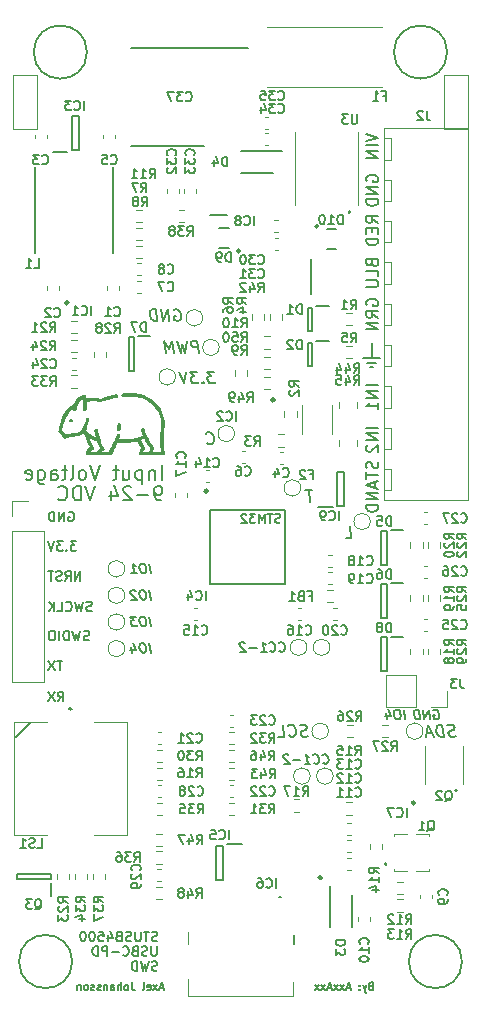
<source format=gbr>
%TF.GenerationSoftware,KiCad,Pcbnew,9.0.3*%
%TF.CreationDate,2025-10-10T19:55:00+02:00*%
%TF.ProjectId,AxxSolder,41787853-6f6c-4646-9572-2e6b69636164,rev?*%
%TF.SameCoordinates,Original*%
%TF.FileFunction,Legend,Bot*%
%TF.FilePolarity,Positive*%
%FSLAX46Y46*%
G04 Gerber Fmt 4.6, Leading zero omitted, Abs format (unit mm)*
G04 Created by KiCad (PCBNEW 9.0.3) date 2025-10-10 19:55:00*
%MOMM*%
%LPD*%
G01*
G04 APERTURE LIST*
%ADD10C,0.150000*%
%ADD11C,0.200000*%
%ADD12C,0.100000*%
%ADD13C,0.000000*%
%ADD14C,0.120000*%
%ADD15C,0.250000*%
G04 APERTURE END LIST*
D10*
X180500000Y-86850000D02*
G75*
G02*
X180200000Y-86850000I-150000J0D01*
G01*
X180200000Y-86850000D02*
G75*
G02*
X180500000Y-86850000I150000J0D01*
G01*
D11*
X167500000Y-70000000D02*
G75*
G02*
X163000000Y-70000000I-2250000J0D01*
G01*
X163000000Y-70000000D02*
G75*
G02*
X167500000Y-70000000I2250000J0D01*
G01*
D10*
X161500000Y-128000000D02*
X162750000Y-126750000D01*
X187100000Y-84750000D02*
G75*
G02*
X186800000Y-84750000I-150000J0D01*
G01*
X186800000Y-84750000D02*
G75*
G02*
X187100000Y-84750000I150000J0D01*
G01*
D11*
X198000000Y-70000000D02*
G75*
G02*
X193500000Y-70000000I-2250000J0D01*
G01*
X193500000Y-70000000D02*
G75*
G02*
X198000000Y-70000000I2250000J0D01*
G01*
X166250000Y-147000000D02*
G75*
G02*
X161750000Y-147000000I-2250000J0D01*
G01*
X161750000Y-147000000D02*
G75*
G02*
X166250000Y-147000000I2250000J0D01*
G01*
D10*
X192300000Y-95900000D02*
X190900000Y-95900000D01*
X191700000Y-96700000D02*
X191500000Y-96700000D01*
X192000000Y-96300000D02*
X191200000Y-96300000D01*
D11*
X199250000Y-147000000D02*
G75*
G02*
X194750000Y-147000000I-2250000J0D01*
G01*
X194750000Y-147000000D02*
G75*
G02*
X199250000Y-147000000I2250000J0D01*
G01*
X191600000Y-94600000D02*
X191600000Y-95800000D01*
D10*
X198828346Y-132500000D02*
G75*
G02*
X198671654Y-132500000I-78346J0D01*
G01*
X198671654Y-132500000D02*
G75*
G02*
X198828346Y-132500000I78346J0D01*
G01*
X173448935Y-145224200D02*
X173334649Y-145262295D01*
X173334649Y-145262295D02*
X173144173Y-145262295D01*
X173144173Y-145262295D02*
X173067982Y-145224200D01*
X173067982Y-145224200D02*
X173029887Y-145186104D01*
X173029887Y-145186104D02*
X172991792Y-145109914D01*
X172991792Y-145109914D02*
X172991792Y-145033723D01*
X172991792Y-145033723D02*
X173029887Y-144957533D01*
X173029887Y-144957533D02*
X173067982Y-144919438D01*
X173067982Y-144919438D02*
X173144173Y-144881342D01*
X173144173Y-144881342D02*
X173296554Y-144843247D01*
X173296554Y-144843247D02*
X173372744Y-144805152D01*
X173372744Y-144805152D02*
X173410839Y-144767057D01*
X173410839Y-144767057D02*
X173448935Y-144690866D01*
X173448935Y-144690866D02*
X173448935Y-144614676D01*
X173448935Y-144614676D02*
X173410839Y-144538485D01*
X173410839Y-144538485D02*
X173372744Y-144500390D01*
X173372744Y-144500390D02*
X173296554Y-144462295D01*
X173296554Y-144462295D02*
X173106077Y-144462295D01*
X173106077Y-144462295D02*
X172991792Y-144500390D01*
X172763220Y-144462295D02*
X172306077Y-144462295D01*
X172534649Y-145262295D02*
X172534649Y-144462295D01*
X172039410Y-144462295D02*
X172039410Y-145109914D01*
X172039410Y-145109914D02*
X172001315Y-145186104D01*
X172001315Y-145186104D02*
X171963220Y-145224200D01*
X171963220Y-145224200D02*
X171887029Y-145262295D01*
X171887029Y-145262295D02*
X171734648Y-145262295D01*
X171734648Y-145262295D02*
X171658458Y-145224200D01*
X171658458Y-145224200D02*
X171620363Y-145186104D01*
X171620363Y-145186104D02*
X171582267Y-145109914D01*
X171582267Y-145109914D02*
X171582267Y-144462295D01*
X171239411Y-145224200D02*
X171125125Y-145262295D01*
X171125125Y-145262295D02*
X170934649Y-145262295D01*
X170934649Y-145262295D02*
X170858458Y-145224200D01*
X170858458Y-145224200D02*
X170820363Y-145186104D01*
X170820363Y-145186104D02*
X170782268Y-145109914D01*
X170782268Y-145109914D02*
X170782268Y-145033723D01*
X170782268Y-145033723D02*
X170820363Y-144957533D01*
X170820363Y-144957533D02*
X170858458Y-144919438D01*
X170858458Y-144919438D02*
X170934649Y-144881342D01*
X170934649Y-144881342D02*
X171087030Y-144843247D01*
X171087030Y-144843247D02*
X171163220Y-144805152D01*
X171163220Y-144805152D02*
X171201315Y-144767057D01*
X171201315Y-144767057D02*
X171239411Y-144690866D01*
X171239411Y-144690866D02*
X171239411Y-144614676D01*
X171239411Y-144614676D02*
X171201315Y-144538485D01*
X171201315Y-144538485D02*
X171163220Y-144500390D01*
X171163220Y-144500390D02*
X171087030Y-144462295D01*
X171087030Y-144462295D02*
X170896553Y-144462295D01*
X170896553Y-144462295D02*
X170782268Y-144500390D01*
X170172744Y-144843247D02*
X170058458Y-144881342D01*
X170058458Y-144881342D02*
X170020363Y-144919438D01*
X170020363Y-144919438D02*
X169982267Y-144995628D01*
X169982267Y-144995628D02*
X169982267Y-145109914D01*
X169982267Y-145109914D02*
X170020363Y-145186104D01*
X170020363Y-145186104D02*
X170058458Y-145224200D01*
X170058458Y-145224200D02*
X170134648Y-145262295D01*
X170134648Y-145262295D02*
X170439410Y-145262295D01*
X170439410Y-145262295D02*
X170439410Y-144462295D01*
X170439410Y-144462295D02*
X170172744Y-144462295D01*
X170172744Y-144462295D02*
X170096553Y-144500390D01*
X170096553Y-144500390D02*
X170058458Y-144538485D01*
X170058458Y-144538485D02*
X170020363Y-144614676D01*
X170020363Y-144614676D02*
X170020363Y-144690866D01*
X170020363Y-144690866D02*
X170058458Y-144767057D01*
X170058458Y-144767057D02*
X170096553Y-144805152D01*
X170096553Y-144805152D02*
X170172744Y-144843247D01*
X170172744Y-144843247D02*
X170439410Y-144843247D01*
X169296553Y-144728961D02*
X169296553Y-145262295D01*
X169487029Y-144424200D02*
X169677506Y-144995628D01*
X169677506Y-144995628D02*
X169182267Y-144995628D01*
X168496553Y-144462295D02*
X168877505Y-144462295D01*
X168877505Y-144462295D02*
X168915601Y-144843247D01*
X168915601Y-144843247D02*
X168877505Y-144805152D01*
X168877505Y-144805152D02*
X168801315Y-144767057D01*
X168801315Y-144767057D02*
X168610839Y-144767057D01*
X168610839Y-144767057D02*
X168534648Y-144805152D01*
X168534648Y-144805152D02*
X168496553Y-144843247D01*
X168496553Y-144843247D02*
X168458458Y-144919438D01*
X168458458Y-144919438D02*
X168458458Y-145109914D01*
X168458458Y-145109914D02*
X168496553Y-145186104D01*
X168496553Y-145186104D02*
X168534648Y-145224200D01*
X168534648Y-145224200D02*
X168610839Y-145262295D01*
X168610839Y-145262295D02*
X168801315Y-145262295D01*
X168801315Y-145262295D02*
X168877505Y-145224200D01*
X168877505Y-145224200D02*
X168915601Y-145186104D01*
X167963219Y-144462295D02*
X167887029Y-144462295D01*
X167887029Y-144462295D02*
X167810838Y-144500390D01*
X167810838Y-144500390D02*
X167772743Y-144538485D01*
X167772743Y-144538485D02*
X167734648Y-144614676D01*
X167734648Y-144614676D02*
X167696553Y-144767057D01*
X167696553Y-144767057D02*
X167696553Y-144957533D01*
X167696553Y-144957533D02*
X167734648Y-145109914D01*
X167734648Y-145109914D02*
X167772743Y-145186104D01*
X167772743Y-145186104D02*
X167810838Y-145224200D01*
X167810838Y-145224200D02*
X167887029Y-145262295D01*
X167887029Y-145262295D02*
X167963219Y-145262295D01*
X167963219Y-145262295D02*
X168039410Y-145224200D01*
X168039410Y-145224200D02*
X168077505Y-145186104D01*
X168077505Y-145186104D02*
X168115600Y-145109914D01*
X168115600Y-145109914D02*
X168153696Y-144957533D01*
X168153696Y-144957533D02*
X168153696Y-144767057D01*
X168153696Y-144767057D02*
X168115600Y-144614676D01*
X168115600Y-144614676D02*
X168077505Y-144538485D01*
X168077505Y-144538485D02*
X168039410Y-144500390D01*
X168039410Y-144500390D02*
X167963219Y-144462295D01*
X167201314Y-144462295D02*
X167125124Y-144462295D01*
X167125124Y-144462295D02*
X167048933Y-144500390D01*
X167048933Y-144500390D02*
X167010838Y-144538485D01*
X167010838Y-144538485D02*
X166972743Y-144614676D01*
X166972743Y-144614676D02*
X166934648Y-144767057D01*
X166934648Y-144767057D02*
X166934648Y-144957533D01*
X166934648Y-144957533D02*
X166972743Y-145109914D01*
X166972743Y-145109914D02*
X167010838Y-145186104D01*
X167010838Y-145186104D02*
X167048933Y-145224200D01*
X167048933Y-145224200D02*
X167125124Y-145262295D01*
X167125124Y-145262295D02*
X167201314Y-145262295D01*
X167201314Y-145262295D02*
X167277505Y-145224200D01*
X167277505Y-145224200D02*
X167315600Y-145186104D01*
X167315600Y-145186104D02*
X167353695Y-145109914D01*
X167353695Y-145109914D02*
X167391791Y-144957533D01*
X167391791Y-144957533D02*
X167391791Y-144767057D01*
X167391791Y-144767057D02*
X167353695Y-144614676D01*
X167353695Y-144614676D02*
X167315600Y-144538485D01*
X167315600Y-144538485D02*
X167277505Y-144500390D01*
X167277505Y-144500390D02*
X167201314Y-144462295D01*
D11*
X165045863Y-124959695D02*
X165312530Y-124578742D01*
X165503006Y-124959695D02*
X165503006Y-124159695D01*
X165503006Y-124159695D02*
X165198244Y-124159695D01*
X165198244Y-124159695D02*
X165122054Y-124197790D01*
X165122054Y-124197790D02*
X165083959Y-124235885D01*
X165083959Y-124235885D02*
X165045863Y-124312076D01*
X165045863Y-124312076D02*
X165045863Y-124426361D01*
X165045863Y-124426361D02*
X165083959Y-124502552D01*
X165083959Y-124502552D02*
X165122054Y-124540647D01*
X165122054Y-124540647D02*
X165198244Y-124578742D01*
X165198244Y-124578742D02*
X165503006Y-124578742D01*
X164779197Y-124159695D02*
X164245863Y-124959695D01*
X164245863Y-124159695D02*
X164779197Y-124959695D01*
X191199838Y-80938095D02*
X191152219Y-80842857D01*
X191152219Y-80842857D02*
X191152219Y-80700000D01*
X191152219Y-80700000D02*
X191199838Y-80557143D01*
X191199838Y-80557143D02*
X191295076Y-80461905D01*
X191295076Y-80461905D02*
X191390314Y-80414286D01*
X191390314Y-80414286D02*
X191580790Y-80366667D01*
X191580790Y-80366667D02*
X191723647Y-80366667D01*
X191723647Y-80366667D02*
X191914123Y-80414286D01*
X191914123Y-80414286D02*
X192009361Y-80461905D01*
X192009361Y-80461905D02*
X192104600Y-80557143D01*
X192104600Y-80557143D02*
X192152219Y-80700000D01*
X192152219Y-80700000D02*
X192152219Y-80795238D01*
X192152219Y-80795238D02*
X192104600Y-80938095D01*
X192104600Y-80938095D02*
X192056980Y-80985714D01*
X192056980Y-80985714D02*
X191723647Y-80985714D01*
X191723647Y-80985714D02*
X191723647Y-80795238D01*
X192152219Y-81414286D02*
X191152219Y-81414286D01*
X191152219Y-81414286D02*
X192152219Y-81985714D01*
X192152219Y-81985714D02*
X191152219Y-81985714D01*
X192152219Y-82461905D02*
X191152219Y-82461905D01*
X191152219Y-82461905D02*
X191152219Y-82700000D01*
X191152219Y-82700000D02*
X191199838Y-82842857D01*
X191199838Y-82842857D02*
X191295076Y-82938095D01*
X191295076Y-82938095D02*
X191390314Y-82985714D01*
X191390314Y-82985714D02*
X191580790Y-83033333D01*
X191580790Y-83033333D02*
X191723647Y-83033333D01*
X191723647Y-83033333D02*
X191914123Y-82985714D01*
X191914123Y-82985714D02*
X192009361Y-82938095D01*
X192009361Y-82938095D02*
X192104600Y-82842857D01*
X192104600Y-82842857D02*
X192152219Y-82700000D01*
X192152219Y-82700000D02*
X192152219Y-82461905D01*
X167903007Y-117281600D02*
X167788721Y-117319695D01*
X167788721Y-117319695D02*
X167598245Y-117319695D01*
X167598245Y-117319695D02*
X167522054Y-117281600D01*
X167522054Y-117281600D02*
X167483959Y-117243504D01*
X167483959Y-117243504D02*
X167445864Y-117167314D01*
X167445864Y-117167314D02*
X167445864Y-117091123D01*
X167445864Y-117091123D02*
X167483959Y-117014933D01*
X167483959Y-117014933D02*
X167522054Y-116976838D01*
X167522054Y-116976838D02*
X167598245Y-116938742D01*
X167598245Y-116938742D02*
X167750626Y-116900647D01*
X167750626Y-116900647D02*
X167826816Y-116862552D01*
X167826816Y-116862552D02*
X167864911Y-116824457D01*
X167864911Y-116824457D02*
X167903007Y-116748266D01*
X167903007Y-116748266D02*
X167903007Y-116672076D01*
X167903007Y-116672076D02*
X167864911Y-116595885D01*
X167864911Y-116595885D02*
X167826816Y-116557790D01*
X167826816Y-116557790D02*
X167750626Y-116519695D01*
X167750626Y-116519695D02*
X167560149Y-116519695D01*
X167560149Y-116519695D02*
X167445864Y-116557790D01*
X167179197Y-116519695D02*
X166988721Y-117319695D01*
X166988721Y-117319695D02*
X166836340Y-116748266D01*
X166836340Y-116748266D02*
X166683959Y-117319695D01*
X166683959Y-117319695D02*
X166493483Y-116519695D01*
X165731577Y-117243504D02*
X165769673Y-117281600D01*
X165769673Y-117281600D02*
X165883958Y-117319695D01*
X165883958Y-117319695D02*
X165960149Y-117319695D01*
X165960149Y-117319695D02*
X166074435Y-117281600D01*
X166074435Y-117281600D02*
X166150625Y-117205409D01*
X166150625Y-117205409D02*
X166188720Y-117129219D01*
X166188720Y-117129219D02*
X166226816Y-116976838D01*
X166226816Y-116976838D02*
X166226816Y-116862552D01*
X166226816Y-116862552D02*
X166188720Y-116710171D01*
X166188720Y-116710171D02*
X166150625Y-116633980D01*
X166150625Y-116633980D02*
X166074435Y-116557790D01*
X166074435Y-116557790D02*
X165960149Y-116519695D01*
X165960149Y-116519695D02*
X165883958Y-116519695D01*
X165883958Y-116519695D02*
X165769673Y-116557790D01*
X165769673Y-116557790D02*
X165731577Y-116595885D01*
X165007768Y-117319695D02*
X165388720Y-117319695D01*
X165388720Y-117319695D02*
X165388720Y-116519695D01*
X164741101Y-117319695D02*
X164741101Y-116519695D01*
X164283958Y-117319695D02*
X164626816Y-116862552D01*
X164283958Y-116519695D02*
X164741101Y-116976838D01*
X178257142Y-97052219D02*
X177638094Y-97052219D01*
X177638094Y-97052219D02*
X178019047Y-97433171D01*
X178019047Y-97433171D02*
X177876189Y-97433171D01*
X177876189Y-97433171D02*
X177786904Y-97480790D01*
X177786904Y-97480790D02*
X177745237Y-97528409D01*
X177745237Y-97528409D02*
X177709523Y-97623647D01*
X177709523Y-97623647D02*
X177739285Y-97861742D01*
X177739285Y-97861742D02*
X177798808Y-97956980D01*
X177798808Y-97956980D02*
X177852380Y-98004600D01*
X177852380Y-98004600D02*
X177953570Y-98052219D01*
X177953570Y-98052219D02*
X178239285Y-98052219D01*
X178239285Y-98052219D02*
X178328570Y-98004600D01*
X178328570Y-98004600D02*
X178370237Y-97956980D01*
X177322618Y-97956980D02*
X177280951Y-98004600D01*
X177280951Y-98004600D02*
X177334523Y-98052219D01*
X177334523Y-98052219D02*
X177376189Y-98004600D01*
X177376189Y-98004600D02*
X177322618Y-97956980D01*
X177322618Y-97956980D02*
X177334523Y-98052219D01*
X176828571Y-97052219D02*
X176209523Y-97052219D01*
X176209523Y-97052219D02*
X176590476Y-97433171D01*
X176590476Y-97433171D02*
X176447618Y-97433171D01*
X176447618Y-97433171D02*
X176358333Y-97480790D01*
X176358333Y-97480790D02*
X176316666Y-97528409D01*
X176316666Y-97528409D02*
X176280952Y-97623647D01*
X176280952Y-97623647D02*
X176310714Y-97861742D01*
X176310714Y-97861742D02*
X176370237Y-97956980D01*
X176370237Y-97956980D02*
X176423809Y-98004600D01*
X176423809Y-98004600D02*
X176524999Y-98052219D01*
X176524999Y-98052219D02*
X176810714Y-98052219D01*
X176810714Y-98052219D02*
X176899999Y-98004600D01*
X176899999Y-98004600D02*
X176941666Y-97956980D01*
X175923809Y-97052219D02*
X175715475Y-98052219D01*
X175715475Y-98052219D02*
X175257142Y-97052219D01*
X176985714Y-95452219D02*
X176860714Y-94452219D01*
X176860714Y-94452219D02*
X176479761Y-94452219D01*
X176479761Y-94452219D02*
X176390476Y-94499838D01*
X176390476Y-94499838D02*
X176348809Y-94547457D01*
X176348809Y-94547457D02*
X176313095Y-94642695D01*
X176313095Y-94642695D02*
X176330952Y-94785552D01*
X176330952Y-94785552D02*
X176390476Y-94880790D01*
X176390476Y-94880790D02*
X176444047Y-94928409D01*
X176444047Y-94928409D02*
X176545237Y-94976028D01*
X176545237Y-94976028D02*
X176926190Y-94976028D01*
X175955952Y-94452219D02*
X175842857Y-95452219D01*
X175842857Y-95452219D02*
X175563095Y-94737933D01*
X175563095Y-94737933D02*
X175461904Y-95452219D01*
X175461904Y-95452219D02*
X175098809Y-94452219D01*
X174842857Y-95452219D02*
X174717857Y-94452219D01*
X174717857Y-94452219D02*
X174473809Y-95166504D01*
X174473809Y-95166504D02*
X174051190Y-94452219D01*
X174051190Y-94452219D02*
X174176190Y-95452219D01*
X167674435Y-119781600D02*
X167560149Y-119819695D01*
X167560149Y-119819695D02*
X167369673Y-119819695D01*
X167369673Y-119819695D02*
X167293482Y-119781600D01*
X167293482Y-119781600D02*
X167255387Y-119743504D01*
X167255387Y-119743504D02*
X167217292Y-119667314D01*
X167217292Y-119667314D02*
X167217292Y-119591123D01*
X167217292Y-119591123D02*
X167255387Y-119514933D01*
X167255387Y-119514933D02*
X167293482Y-119476838D01*
X167293482Y-119476838D02*
X167369673Y-119438742D01*
X167369673Y-119438742D02*
X167522054Y-119400647D01*
X167522054Y-119400647D02*
X167598244Y-119362552D01*
X167598244Y-119362552D02*
X167636339Y-119324457D01*
X167636339Y-119324457D02*
X167674435Y-119248266D01*
X167674435Y-119248266D02*
X167674435Y-119172076D01*
X167674435Y-119172076D02*
X167636339Y-119095885D01*
X167636339Y-119095885D02*
X167598244Y-119057790D01*
X167598244Y-119057790D02*
X167522054Y-119019695D01*
X167522054Y-119019695D02*
X167331577Y-119019695D01*
X167331577Y-119019695D02*
X167217292Y-119057790D01*
X166950625Y-119019695D02*
X166760149Y-119819695D01*
X166760149Y-119819695D02*
X166607768Y-119248266D01*
X166607768Y-119248266D02*
X166455387Y-119819695D01*
X166455387Y-119819695D02*
X166264911Y-119019695D01*
X165960148Y-119819695D02*
X165960148Y-119019695D01*
X165960148Y-119019695D02*
X165769672Y-119019695D01*
X165769672Y-119019695D02*
X165655386Y-119057790D01*
X165655386Y-119057790D02*
X165579196Y-119133980D01*
X165579196Y-119133980D02*
X165541101Y-119210171D01*
X165541101Y-119210171D02*
X165503005Y-119362552D01*
X165503005Y-119362552D02*
X165503005Y-119476838D01*
X165503005Y-119476838D02*
X165541101Y-119629219D01*
X165541101Y-119629219D02*
X165579196Y-119705409D01*
X165579196Y-119705409D02*
X165655386Y-119781600D01*
X165655386Y-119781600D02*
X165769672Y-119819695D01*
X165769672Y-119819695D02*
X165960148Y-119819695D01*
X165160148Y-119819695D02*
X165160148Y-119019695D01*
X164626815Y-119019695D02*
X164474434Y-119019695D01*
X164474434Y-119019695D02*
X164398244Y-119057790D01*
X164398244Y-119057790D02*
X164322053Y-119133980D01*
X164322053Y-119133980D02*
X164283958Y-119286361D01*
X164283958Y-119286361D02*
X164283958Y-119553028D01*
X164283958Y-119553028D02*
X164322053Y-119705409D01*
X164322053Y-119705409D02*
X164398244Y-119781600D01*
X164398244Y-119781600D02*
X164474434Y-119819695D01*
X164474434Y-119819695D02*
X164626815Y-119819695D01*
X164626815Y-119819695D02*
X164703006Y-119781600D01*
X164703006Y-119781600D02*
X164779196Y-119705409D01*
X164779196Y-119705409D02*
X164817292Y-119553028D01*
X164817292Y-119553028D02*
X164817292Y-119286361D01*
X164817292Y-119286361D02*
X164779196Y-119133980D01*
X164779196Y-119133980D02*
X164703006Y-119057790D01*
X164703006Y-119057790D02*
X164626815Y-119019695D01*
X198714285Y-127904600D02*
X198577381Y-127952219D01*
X198577381Y-127952219D02*
X198339285Y-127952219D01*
X198339285Y-127952219D02*
X198238095Y-127904600D01*
X198238095Y-127904600D02*
X198184523Y-127856980D01*
X198184523Y-127856980D02*
X198125000Y-127761742D01*
X198125000Y-127761742D02*
X198113095Y-127666504D01*
X198113095Y-127666504D02*
X198148809Y-127571266D01*
X198148809Y-127571266D02*
X198190476Y-127523647D01*
X198190476Y-127523647D02*
X198279762Y-127476028D01*
X198279762Y-127476028D02*
X198464285Y-127428409D01*
X198464285Y-127428409D02*
X198553571Y-127380790D01*
X198553571Y-127380790D02*
X198595238Y-127333171D01*
X198595238Y-127333171D02*
X198630952Y-127237933D01*
X198630952Y-127237933D02*
X198619047Y-127142695D01*
X198619047Y-127142695D02*
X198559523Y-127047457D01*
X198559523Y-127047457D02*
X198505952Y-126999838D01*
X198505952Y-126999838D02*
X198404762Y-126952219D01*
X198404762Y-126952219D02*
X198166666Y-126952219D01*
X198166666Y-126952219D02*
X198029762Y-126999838D01*
X197720238Y-127952219D02*
X197595238Y-126952219D01*
X197595238Y-126952219D02*
X197357142Y-126952219D01*
X197357142Y-126952219D02*
X197220238Y-126999838D01*
X197220238Y-126999838D02*
X197136904Y-127095076D01*
X197136904Y-127095076D02*
X197101190Y-127190314D01*
X197101190Y-127190314D02*
X197077381Y-127380790D01*
X197077381Y-127380790D02*
X197095238Y-127523647D01*
X197095238Y-127523647D02*
X197166666Y-127714123D01*
X197166666Y-127714123D02*
X197226190Y-127809361D01*
X197226190Y-127809361D02*
X197333333Y-127904600D01*
X197333333Y-127904600D02*
X197482142Y-127952219D01*
X197482142Y-127952219D02*
X197720238Y-127952219D01*
X196732142Y-127666504D02*
X196255952Y-127666504D01*
X196863095Y-127952219D02*
X196404761Y-126952219D01*
X196404761Y-126952219D02*
X196196428Y-127952219D01*
D10*
X194443921Y-126462295D02*
X194343921Y-125662295D01*
X193810588Y-125662295D02*
X193658207Y-125662295D01*
X193658207Y-125662295D02*
X193586779Y-125700390D01*
X193586779Y-125700390D02*
X193520112Y-125776580D01*
X193520112Y-125776580D02*
X193501064Y-125928961D01*
X193501064Y-125928961D02*
X193534398Y-126195628D01*
X193534398Y-126195628D02*
X193591541Y-126348009D01*
X193591541Y-126348009D02*
X193677255Y-126424200D01*
X193677255Y-126424200D02*
X193758207Y-126462295D01*
X193758207Y-126462295D02*
X193910588Y-126462295D01*
X193910588Y-126462295D02*
X193982017Y-126424200D01*
X193982017Y-126424200D02*
X194048684Y-126348009D01*
X194048684Y-126348009D02*
X194067731Y-126195628D01*
X194067731Y-126195628D02*
X194034398Y-125928961D01*
X194034398Y-125928961D02*
X193977255Y-125776580D01*
X193977255Y-125776580D02*
X193891541Y-125700390D01*
X193891541Y-125700390D02*
X193810588Y-125662295D01*
X192815350Y-125928961D02*
X192882017Y-126462295D01*
X192967731Y-125624200D02*
X193229636Y-126195628D01*
X193229636Y-126195628D02*
X192734398Y-126195628D01*
D11*
X166950625Y-114759695D02*
X166950625Y-113959695D01*
X166950625Y-113959695D02*
X166493482Y-114759695D01*
X166493482Y-114759695D02*
X166493482Y-113959695D01*
X165655387Y-114759695D02*
X165922054Y-114378742D01*
X166112530Y-114759695D02*
X166112530Y-113959695D01*
X166112530Y-113959695D02*
X165807768Y-113959695D01*
X165807768Y-113959695D02*
X165731578Y-113997790D01*
X165731578Y-113997790D02*
X165693483Y-114035885D01*
X165693483Y-114035885D02*
X165655387Y-114112076D01*
X165655387Y-114112076D02*
X165655387Y-114226361D01*
X165655387Y-114226361D02*
X165693483Y-114302552D01*
X165693483Y-114302552D02*
X165731578Y-114340647D01*
X165731578Y-114340647D02*
X165807768Y-114378742D01*
X165807768Y-114378742D02*
X166112530Y-114378742D01*
X165350626Y-114721600D02*
X165236340Y-114759695D01*
X165236340Y-114759695D02*
X165045864Y-114759695D01*
X165045864Y-114759695D02*
X164969673Y-114721600D01*
X164969673Y-114721600D02*
X164931578Y-114683504D01*
X164931578Y-114683504D02*
X164893483Y-114607314D01*
X164893483Y-114607314D02*
X164893483Y-114531123D01*
X164893483Y-114531123D02*
X164931578Y-114454933D01*
X164931578Y-114454933D02*
X164969673Y-114416838D01*
X164969673Y-114416838D02*
X165045864Y-114378742D01*
X165045864Y-114378742D02*
X165198245Y-114340647D01*
X165198245Y-114340647D02*
X165274435Y-114302552D01*
X165274435Y-114302552D02*
X165312530Y-114264457D01*
X165312530Y-114264457D02*
X165350626Y-114188266D01*
X165350626Y-114188266D02*
X165350626Y-114112076D01*
X165350626Y-114112076D02*
X165312530Y-114035885D01*
X165312530Y-114035885D02*
X165274435Y-113997790D01*
X165274435Y-113997790D02*
X165198245Y-113959695D01*
X165198245Y-113959695D02*
X165007768Y-113959695D01*
X165007768Y-113959695D02*
X164893483Y-113997790D01*
X164664911Y-113959695D02*
X164207768Y-113959695D01*
X164436340Y-114759695D02*
X164436340Y-113959695D01*
X173775564Y-107944742D02*
X173546993Y-107944742D01*
X173546993Y-107944742D02*
X173432707Y-107887600D01*
X173432707Y-107887600D02*
X173375564Y-107830457D01*
X173375564Y-107830457D02*
X173261279Y-107659028D01*
X173261279Y-107659028D02*
X173204136Y-107430457D01*
X173204136Y-107430457D02*
X173204136Y-106973314D01*
X173204136Y-106973314D02*
X173261279Y-106859028D01*
X173261279Y-106859028D02*
X173318422Y-106801885D01*
X173318422Y-106801885D02*
X173432707Y-106744742D01*
X173432707Y-106744742D02*
X173661279Y-106744742D01*
X173661279Y-106744742D02*
X173775564Y-106801885D01*
X173775564Y-106801885D02*
X173832707Y-106859028D01*
X173832707Y-106859028D02*
X173889850Y-106973314D01*
X173889850Y-106973314D02*
X173889850Y-107259028D01*
X173889850Y-107259028D02*
X173832707Y-107373314D01*
X173832707Y-107373314D02*
X173775564Y-107430457D01*
X173775564Y-107430457D02*
X173661279Y-107487600D01*
X173661279Y-107487600D02*
X173432707Y-107487600D01*
X173432707Y-107487600D02*
X173318422Y-107430457D01*
X173318422Y-107430457D02*
X173261279Y-107373314D01*
X173261279Y-107373314D02*
X173204136Y-107259028D01*
X172689850Y-107487600D02*
X171775565Y-107487600D01*
X171261279Y-106859028D02*
X171204136Y-106801885D01*
X171204136Y-106801885D02*
X171089851Y-106744742D01*
X171089851Y-106744742D02*
X170804136Y-106744742D01*
X170804136Y-106744742D02*
X170689851Y-106801885D01*
X170689851Y-106801885D02*
X170632708Y-106859028D01*
X170632708Y-106859028D02*
X170575565Y-106973314D01*
X170575565Y-106973314D02*
X170575565Y-107087600D01*
X170575565Y-107087600D02*
X170632708Y-107259028D01*
X170632708Y-107259028D02*
X171318422Y-107944742D01*
X171318422Y-107944742D02*
X170575565Y-107944742D01*
X169546994Y-107144742D02*
X169546994Y-107944742D01*
X169832708Y-106687600D02*
X170118422Y-107544742D01*
X170118422Y-107544742D02*
X169375565Y-107544742D01*
X168175565Y-106744742D02*
X167775565Y-107944742D01*
X167775565Y-107944742D02*
X167375565Y-106744742D01*
X166975565Y-107944742D02*
X166975565Y-106744742D01*
X166975565Y-106744742D02*
X166689851Y-106744742D01*
X166689851Y-106744742D02*
X166518422Y-106801885D01*
X166518422Y-106801885D02*
X166404137Y-106916171D01*
X166404137Y-106916171D02*
X166346994Y-107030457D01*
X166346994Y-107030457D02*
X166289851Y-107259028D01*
X166289851Y-107259028D02*
X166289851Y-107430457D01*
X166289851Y-107430457D02*
X166346994Y-107659028D01*
X166346994Y-107659028D02*
X166404137Y-107773314D01*
X166404137Y-107773314D02*
X166518422Y-107887600D01*
X166518422Y-107887600D02*
X166689851Y-107944742D01*
X166689851Y-107944742D02*
X166975565Y-107944742D01*
X165089851Y-107830457D02*
X165146994Y-107887600D01*
X165146994Y-107887600D02*
X165318422Y-107944742D01*
X165318422Y-107944742D02*
X165432708Y-107944742D01*
X165432708Y-107944742D02*
X165604137Y-107887600D01*
X165604137Y-107887600D02*
X165718422Y-107773314D01*
X165718422Y-107773314D02*
X165775565Y-107659028D01*
X165775565Y-107659028D02*
X165832708Y-107430457D01*
X165832708Y-107430457D02*
X165832708Y-107259028D01*
X165832708Y-107259028D02*
X165775565Y-107030457D01*
X165775565Y-107030457D02*
X165718422Y-106916171D01*
X165718422Y-106916171D02*
X165604137Y-106801885D01*
X165604137Y-106801885D02*
X165432708Y-106744742D01*
X165432708Y-106744742D02*
X165318422Y-106744742D01*
X165318422Y-106744742D02*
X165146994Y-106801885D01*
X165146994Y-106801885D02*
X165089851Y-106859028D01*
X191152219Y-76904762D02*
X192152219Y-77238095D01*
X192152219Y-77238095D02*
X191152219Y-77571428D01*
X192152219Y-77904762D02*
X191152219Y-77904762D01*
X192152219Y-78380952D02*
X191152219Y-78380952D01*
X191152219Y-78380952D02*
X192152219Y-78952380D01*
X192152219Y-78952380D02*
X191152219Y-78952380D01*
X192152219Y-98200000D02*
X191152219Y-98200000D01*
X192152219Y-98676190D02*
X191152219Y-98676190D01*
X191152219Y-98676190D02*
X192152219Y-99247618D01*
X192152219Y-99247618D02*
X191152219Y-99247618D01*
X192152219Y-100247618D02*
X192152219Y-99676190D01*
X192152219Y-99961904D02*
X191152219Y-99961904D01*
X191152219Y-99961904D02*
X191295076Y-99866666D01*
X191295076Y-99866666D02*
X191390314Y-99771428D01*
X191390314Y-99771428D02*
X191437933Y-99676190D01*
X189396428Y-111152219D02*
X189872619Y-111152219D01*
X189872619Y-111152219D02*
X189747619Y-110152219D01*
X192104600Y-104680952D02*
X192152219Y-104823809D01*
X192152219Y-104823809D02*
X192152219Y-105061904D01*
X192152219Y-105061904D02*
X192104600Y-105157142D01*
X192104600Y-105157142D02*
X192056980Y-105204761D01*
X192056980Y-105204761D02*
X191961742Y-105252380D01*
X191961742Y-105252380D02*
X191866504Y-105252380D01*
X191866504Y-105252380D02*
X191771266Y-105204761D01*
X191771266Y-105204761D02*
X191723647Y-105157142D01*
X191723647Y-105157142D02*
X191676028Y-105061904D01*
X191676028Y-105061904D02*
X191628409Y-104871428D01*
X191628409Y-104871428D02*
X191580790Y-104776190D01*
X191580790Y-104776190D02*
X191533171Y-104728571D01*
X191533171Y-104728571D02*
X191437933Y-104680952D01*
X191437933Y-104680952D02*
X191342695Y-104680952D01*
X191342695Y-104680952D02*
X191247457Y-104728571D01*
X191247457Y-104728571D02*
X191199838Y-104776190D01*
X191199838Y-104776190D02*
X191152219Y-104871428D01*
X191152219Y-104871428D02*
X191152219Y-105109523D01*
X191152219Y-105109523D02*
X191199838Y-105252380D01*
X191152219Y-105538095D02*
X191152219Y-106109523D01*
X192152219Y-105823809D02*
X191152219Y-105823809D01*
X191866504Y-106395238D02*
X191866504Y-106871428D01*
X192152219Y-106300000D02*
X191152219Y-106633333D01*
X191152219Y-106633333D02*
X192152219Y-106966666D01*
X192152219Y-107300000D02*
X191152219Y-107300000D01*
X191152219Y-107300000D02*
X192152219Y-107871428D01*
X192152219Y-107871428D02*
X191152219Y-107871428D01*
X192152219Y-108347619D02*
X191152219Y-108347619D01*
X191152219Y-108347619D02*
X191152219Y-108585714D01*
X191152219Y-108585714D02*
X191199838Y-108728571D01*
X191199838Y-108728571D02*
X191295076Y-108823809D01*
X191295076Y-108823809D02*
X191390314Y-108871428D01*
X191390314Y-108871428D02*
X191580790Y-108919047D01*
X191580790Y-108919047D02*
X191723647Y-108919047D01*
X191723647Y-108919047D02*
X191914123Y-108871428D01*
X191914123Y-108871428D02*
X192009361Y-108823809D01*
X192009361Y-108823809D02*
X192104600Y-108728571D01*
X192104600Y-108728571D02*
X192152219Y-108585714D01*
X192152219Y-108585714D02*
X192152219Y-108347619D01*
X165426816Y-121559695D02*
X164969673Y-121559695D01*
X165198245Y-122359695D02*
X165198245Y-121559695D01*
X164779197Y-121559695D02*
X164245863Y-122359695D01*
X164245863Y-121559695D02*
X164779197Y-122359695D01*
D10*
X183858458Y-109803450D02*
X183751316Y-109839164D01*
X183751316Y-109839164D02*
X183572744Y-109839164D01*
X183572744Y-109839164D02*
X183501316Y-109803450D01*
X183501316Y-109803450D02*
X183465601Y-109767735D01*
X183465601Y-109767735D02*
X183429887Y-109696307D01*
X183429887Y-109696307D02*
X183429887Y-109624878D01*
X183429887Y-109624878D02*
X183465601Y-109553450D01*
X183465601Y-109553450D02*
X183501316Y-109517735D01*
X183501316Y-109517735D02*
X183572744Y-109482021D01*
X183572744Y-109482021D02*
X183715601Y-109446307D01*
X183715601Y-109446307D02*
X183787030Y-109410592D01*
X183787030Y-109410592D02*
X183822744Y-109374878D01*
X183822744Y-109374878D02*
X183858458Y-109303450D01*
X183858458Y-109303450D02*
X183858458Y-109232021D01*
X183858458Y-109232021D02*
X183822744Y-109160592D01*
X183822744Y-109160592D02*
X183787030Y-109124878D01*
X183787030Y-109124878D02*
X183715601Y-109089164D01*
X183715601Y-109089164D02*
X183537030Y-109089164D01*
X183537030Y-109089164D02*
X183429887Y-109124878D01*
X183215601Y-109089164D02*
X182787030Y-109089164D01*
X183001315Y-109839164D02*
X183001315Y-109089164D01*
X182537029Y-109839164D02*
X182537029Y-109089164D01*
X182537029Y-109089164D02*
X182287029Y-109624878D01*
X182287029Y-109624878D02*
X182037029Y-109089164D01*
X182037029Y-109089164D02*
X182037029Y-109839164D01*
X181751315Y-109089164D02*
X181287029Y-109089164D01*
X181287029Y-109089164D02*
X181537029Y-109374878D01*
X181537029Y-109374878D02*
X181429886Y-109374878D01*
X181429886Y-109374878D02*
X181358458Y-109410592D01*
X181358458Y-109410592D02*
X181322743Y-109446307D01*
X181322743Y-109446307D02*
X181287029Y-109517735D01*
X181287029Y-109517735D02*
X181287029Y-109696307D01*
X181287029Y-109696307D02*
X181322743Y-109767735D01*
X181322743Y-109767735D02*
X181358458Y-109803450D01*
X181358458Y-109803450D02*
X181429886Y-109839164D01*
X181429886Y-109839164D02*
X181644172Y-109839164D01*
X181644172Y-109839164D02*
X181715600Y-109803450D01*
X181715600Y-109803450D02*
X181751315Y-109767735D01*
X181001314Y-109160592D02*
X180965600Y-109124878D01*
X180965600Y-109124878D02*
X180894172Y-109089164D01*
X180894172Y-109089164D02*
X180715600Y-109089164D01*
X180715600Y-109089164D02*
X180644172Y-109124878D01*
X180644172Y-109124878D02*
X180608457Y-109160592D01*
X180608457Y-109160592D02*
X180572743Y-109232021D01*
X180572743Y-109232021D02*
X180572743Y-109303450D01*
X180572743Y-109303450D02*
X180608457Y-109410592D01*
X180608457Y-109410592D02*
X181037029Y-109839164D01*
X181037029Y-109839164D02*
X180572743Y-109839164D01*
D11*
X174848809Y-91799838D02*
X174938094Y-91752219D01*
X174938094Y-91752219D02*
X175080951Y-91752219D01*
X175080951Y-91752219D02*
X175229761Y-91799838D01*
X175229761Y-91799838D02*
X175336904Y-91895076D01*
X175336904Y-91895076D02*
X175396428Y-91990314D01*
X175396428Y-91990314D02*
X175467856Y-92180790D01*
X175467856Y-92180790D02*
X175485713Y-92323647D01*
X175485713Y-92323647D02*
X175461904Y-92514123D01*
X175461904Y-92514123D02*
X175426189Y-92609361D01*
X175426189Y-92609361D02*
X175342856Y-92704600D01*
X175342856Y-92704600D02*
X175205951Y-92752219D01*
X175205951Y-92752219D02*
X175110713Y-92752219D01*
X175110713Y-92752219D02*
X174961904Y-92704600D01*
X174961904Y-92704600D02*
X174908332Y-92656980D01*
X174908332Y-92656980D02*
X174866666Y-92323647D01*
X174866666Y-92323647D02*
X175057142Y-92323647D01*
X174491666Y-92752219D02*
X174366666Y-91752219D01*
X174366666Y-91752219D02*
X173920237Y-92752219D01*
X173920237Y-92752219D02*
X173795237Y-91752219D01*
X173444047Y-92752219D02*
X173319047Y-91752219D01*
X173319047Y-91752219D02*
X173080951Y-91752219D01*
X173080951Y-91752219D02*
X172944047Y-91799838D01*
X172944047Y-91799838D02*
X172860713Y-91895076D01*
X172860713Y-91895076D02*
X172824999Y-91990314D01*
X172824999Y-91990314D02*
X172801190Y-92180790D01*
X172801190Y-92180790D02*
X172819047Y-92323647D01*
X172819047Y-92323647D02*
X172890475Y-92514123D01*
X172890475Y-92514123D02*
X172949999Y-92609361D01*
X172949999Y-92609361D02*
X173057142Y-92704600D01*
X173057142Y-92704600D02*
X173205951Y-92752219D01*
X173205951Y-92752219D02*
X173444047Y-92752219D01*
D10*
X173410839Y-145712295D02*
X173410839Y-146359914D01*
X173410839Y-146359914D02*
X173372744Y-146436104D01*
X173372744Y-146436104D02*
X173334649Y-146474200D01*
X173334649Y-146474200D02*
X173258458Y-146512295D01*
X173258458Y-146512295D02*
X173106077Y-146512295D01*
X173106077Y-146512295D02*
X173029887Y-146474200D01*
X173029887Y-146474200D02*
X172991792Y-146436104D01*
X172991792Y-146436104D02*
X172953696Y-146359914D01*
X172953696Y-146359914D02*
X172953696Y-145712295D01*
X172610840Y-146474200D02*
X172496554Y-146512295D01*
X172496554Y-146512295D02*
X172306078Y-146512295D01*
X172306078Y-146512295D02*
X172229887Y-146474200D01*
X172229887Y-146474200D02*
X172191792Y-146436104D01*
X172191792Y-146436104D02*
X172153697Y-146359914D01*
X172153697Y-146359914D02*
X172153697Y-146283723D01*
X172153697Y-146283723D02*
X172191792Y-146207533D01*
X172191792Y-146207533D02*
X172229887Y-146169438D01*
X172229887Y-146169438D02*
X172306078Y-146131342D01*
X172306078Y-146131342D02*
X172458459Y-146093247D01*
X172458459Y-146093247D02*
X172534649Y-146055152D01*
X172534649Y-146055152D02*
X172572744Y-146017057D01*
X172572744Y-146017057D02*
X172610840Y-145940866D01*
X172610840Y-145940866D02*
X172610840Y-145864676D01*
X172610840Y-145864676D02*
X172572744Y-145788485D01*
X172572744Y-145788485D02*
X172534649Y-145750390D01*
X172534649Y-145750390D02*
X172458459Y-145712295D01*
X172458459Y-145712295D02*
X172267982Y-145712295D01*
X172267982Y-145712295D02*
X172153697Y-145750390D01*
X171544173Y-146093247D02*
X171429887Y-146131342D01*
X171429887Y-146131342D02*
X171391792Y-146169438D01*
X171391792Y-146169438D02*
X171353696Y-146245628D01*
X171353696Y-146245628D02*
X171353696Y-146359914D01*
X171353696Y-146359914D02*
X171391792Y-146436104D01*
X171391792Y-146436104D02*
X171429887Y-146474200D01*
X171429887Y-146474200D02*
X171506077Y-146512295D01*
X171506077Y-146512295D02*
X171810839Y-146512295D01*
X171810839Y-146512295D02*
X171810839Y-145712295D01*
X171810839Y-145712295D02*
X171544173Y-145712295D01*
X171544173Y-145712295D02*
X171467982Y-145750390D01*
X171467982Y-145750390D02*
X171429887Y-145788485D01*
X171429887Y-145788485D02*
X171391792Y-145864676D01*
X171391792Y-145864676D02*
X171391792Y-145940866D01*
X171391792Y-145940866D02*
X171429887Y-146017057D01*
X171429887Y-146017057D02*
X171467982Y-146055152D01*
X171467982Y-146055152D02*
X171544173Y-146093247D01*
X171544173Y-146093247D02*
X171810839Y-146093247D01*
X170553696Y-146436104D02*
X170591792Y-146474200D01*
X170591792Y-146474200D02*
X170706077Y-146512295D01*
X170706077Y-146512295D02*
X170782268Y-146512295D01*
X170782268Y-146512295D02*
X170896554Y-146474200D01*
X170896554Y-146474200D02*
X170972744Y-146398009D01*
X170972744Y-146398009D02*
X171010839Y-146321819D01*
X171010839Y-146321819D02*
X171048935Y-146169438D01*
X171048935Y-146169438D02*
X171048935Y-146055152D01*
X171048935Y-146055152D02*
X171010839Y-145902771D01*
X171010839Y-145902771D02*
X170972744Y-145826580D01*
X170972744Y-145826580D02*
X170896554Y-145750390D01*
X170896554Y-145750390D02*
X170782268Y-145712295D01*
X170782268Y-145712295D02*
X170706077Y-145712295D01*
X170706077Y-145712295D02*
X170591792Y-145750390D01*
X170591792Y-145750390D02*
X170553696Y-145788485D01*
X170210839Y-146207533D02*
X169601316Y-146207533D01*
X169220363Y-146512295D02*
X169220363Y-145712295D01*
X169220363Y-145712295D02*
X168915601Y-145712295D01*
X168915601Y-145712295D02*
X168839411Y-145750390D01*
X168839411Y-145750390D02*
X168801316Y-145788485D01*
X168801316Y-145788485D02*
X168763220Y-145864676D01*
X168763220Y-145864676D02*
X168763220Y-145978961D01*
X168763220Y-145978961D02*
X168801316Y-146055152D01*
X168801316Y-146055152D02*
X168839411Y-146093247D01*
X168839411Y-146093247D02*
X168915601Y-146131342D01*
X168915601Y-146131342D02*
X169220363Y-146131342D01*
X168420363Y-146512295D02*
X168420363Y-145712295D01*
X168420363Y-145712295D02*
X168229887Y-145712295D01*
X168229887Y-145712295D02*
X168115601Y-145750390D01*
X168115601Y-145750390D02*
X168039411Y-145826580D01*
X168039411Y-145826580D02*
X168001316Y-145902771D01*
X168001316Y-145902771D02*
X167963220Y-146055152D01*
X167963220Y-146055152D02*
X167963220Y-146169438D01*
X167963220Y-146169438D02*
X168001316Y-146321819D01*
X168001316Y-146321819D02*
X168039411Y-146398009D01*
X168039411Y-146398009D02*
X168115601Y-146474200D01*
X168115601Y-146474200D02*
X168229887Y-146512295D01*
X168229887Y-146512295D02*
X168420363Y-146512295D01*
X196819047Y-125700390D02*
X196890475Y-125662295D01*
X196890475Y-125662295D02*
X197004761Y-125662295D01*
X197004761Y-125662295D02*
X197123808Y-125700390D01*
X197123808Y-125700390D02*
X197209523Y-125776580D01*
X197209523Y-125776580D02*
X197257142Y-125852771D01*
X197257142Y-125852771D02*
X197314285Y-126005152D01*
X197314285Y-126005152D02*
X197328570Y-126119438D01*
X197328570Y-126119438D02*
X197309523Y-126271819D01*
X197309523Y-126271819D02*
X197280951Y-126348009D01*
X197280951Y-126348009D02*
X197214285Y-126424200D01*
X197214285Y-126424200D02*
X197104761Y-126462295D01*
X197104761Y-126462295D02*
X197028570Y-126462295D01*
X197028570Y-126462295D02*
X196909523Y-126424200D01*
X196909523Y-126424200D02*
X196866666Y-126386104D01*
X196866666Y-126386104D02*
X196833332Y-126119438D01*
X196833332Y-126119438D02*
X196985713Y-126119438D01*
X196533332Y-126462295D02*
X196433332Y-125662295D01*
X196433332Y-125662295D02*
X196076189Y-126462295D01*
X196076189Y-126462295D02*
X195976189Y-125662295D01*
X195695237Y-126462295D02*
X195595237Y-125662295D01*
X195595237Y-125662295D02*
X195404761Y-125662295D01*
X195404761Y-125662295D02*
X195295237Y-125700390D01*
X195295237Y-125700390D02*
X195228571Y-125776580D01*
X195228571Y-125776580D02*
X195199999Y-125852771D01*
X195199999Y-125852771D02*
X195180952Y-126005152D01*
X195180952Y-126005152D02*
X195195237Y-126119438D01*
X195195237Y-126119438D02*
X195252380Y-126271819D01*
X195252380Y-126271819D02*
X195299999Y-126348009D01*
X195299999Y-126348009D02*
X195385713Y-126424200D01*
X195385713Y-126424200D02*
X195504761Y-126462295D01*
X195504761Y-126462295D02*
X195695237Y-126462295D01*
D11*
X192152219Y-84457142D02*
X191676028Y-84123809D01*
X192152219Y-83885714D02*
X191152219Y-83885714D01*
X191152219Y-83885714D02*
X191152219Y-84266666D01*
X191152219Y-84266666D02*
X191199838Y-84361904D01*
X191199838Y-84361904D02*
X191247457Y-84409523D01*
X191247457Y-84409523D02*
X191342695Y-84457142D01*
X191342695Y-84457142D02*
X191485552Y-84457142D01*
X191485552Y-84457142D02*
X191580790Y-84409523D01*
X191580790Y-84409523D02*
X191628409Y-84361904D01*
X191628409Y-84361904D02*
X191676028Y-84266666D01*
X191676028Y-84266666D02*
X191676028Y-83885714D01*
X191628409Y-84885714D02*
X191628409Y-85219047D01*
X192152219Y-85361904D02*
X192152219Y-84885714D01*
X192152219Y-84885714D02*
X191152219Y-84885714D01*
X191152219Y-84885714D02*
X191152219Y-85361904D01*
X192152219Y-85790476D02*
X191152219Y-85790476D01*
X191152219Y-85790476D02*
X191152219Y-86028571D01*
X191152219Y-86028571D02*
X191199838Y-86171428D01*
X191199838Y-86171428D02*
X191295076Y-86266666D01*
X191295076Y-86266666D02*
X191390314Y-86314285D01*
X191390314Y-86314285D02*
X191580790Y-86361904D01*
X191580790Y-86361904D02*
X191723647Y-86361904D01*
X191723647Y-86361904D02*
X191914123Y-86314285D01*
X191914123Y-86314285D02*
X192009361Y-86266666D01*
X192009361Y-86266666D02*
X192104600Y-86171428D01*
X192104600Y-86171428D02*
X192152219Y-86028571D01*
X192152219Y-86028571D02*
X192152219Y-85790476D01*
X165960149Y-108957790D02*
X166036339Y-108919695D01*
X166036339Y-108919695D02*
X166150625Y-108919695D01*
X166150625Y-108919695D02*
X166264911Y-108957790D01*
X166264911Y-108957790D02*
X166341101Y-109033980D01*
X166341101Y-109033980D02*
X166379196Y-109110171D01*
X166379196Y-109110171D02*
X166417292Y-109262552D01*
X166417292Y-109262552D02*
X166417292Y-109376838D01*
X166417292Y-109376838D02*
X166379196Y-109529219D01*
X166379196Y-109529219D02*
X166341101Y-109605409D01*
X166341101Y-109605409D02*
X166264911Y-109681600D01*
X166264911Y-109681600D02*
X166150625Y-109719695D01*
X166150625Y-109719695D02*
X166074434Y-109719695D01*
X166074434Y-109719695D02*
X165960149Y-109681600D01*
X165960149Y-109681600D02*
X165922053Y-109643504D01*
X165922053Y-109643504D02*
X165922053Y-109376838D01*
X165922053Y-109376838D02*
X166074434Y-109376838D01*
X165579196Y-109719695D02*
X165579196Y-108919695D01*
X165579196Y-108919695D02*
X165122053Y-109719695D01*
X165122053Y-109719695D02*
X165122053Y-108919695D01*
X164741101Y-109719695D02*
X164741101Y-108919695D01*
X164741101Y-108919695D02*
X164550625Y-108919695D01*
X164550625Y-108919695D02*
X164436339Y-108957790D01*
X164436339Y-108957790D02*
X164360149Y-109033980D01*
X164360149Y-109033980D02*
X164322054Y-109110171D01*
X164322054Y-109110171D02*
X164283958Y-109262552D01*
X164283958Y-109262552D02*
X164283958Y-109376838D01*
X164283958Y-109376838D02*
X164322054Y-109529219D01*
X164322054Y-109529219D02*
X164360149Y-109605409D01*
X164360149Y-109605409D02*
X164436339Y-109681600D01*
X164436339Y-109681600D02*
X164550625Y-109719695D01*
X164550625Y-109719695D02*
X164741101Y-109719695D01*
X191199838Y-91438095D02*
X191152219Y-91342857D01*
X191152219Y-91342857D02*
X191152219Y-91200000D01*
X191152219Y-91200000D02*
X191199838Y-91057143D01*
X191199838Y-91057143D02*
X191295076Y-90961905D01*
X191295076Y-90961905D02*
X191390314Y-90914286D01*
X191390314Y-90914286D02*
X191580790Y-90866667D01*
X191580790Y-90866667D02*
X191723647Y-90866667D01*
X191723647Y-90866667D02*
X191914123Y-90914286D01*
X191914123Y-90914286D02*
X192009361Y-90961905D01*
X192009361Y-90961905D02*
X192104600Y-91057143D01*
X192104600Y-91057143D02*
X192152219Y-91200000D01*
X192152219Y-91200000D02*
X192152219Y-91295238D01*
X192152219Y-91295238D02*
X192104600Y-91438095D01*
X192104600Y-91438095D02*
X192056980Y-91485714D01*
X192056980Y-91485714D02*
X191723647Y-91485714D01*
X191723647Y-91485714D02*
X191723647Y-91295238D01*
X192152219Y-92485714D02*
X191676028Y-92152381D01*
X192152219Y-91914286D02*
X191152219Y-91914286D01*
X191152219Y-91914286D02*
X191152219Y-92295238D01*
X191152219Y-92295238D02*
X191199838Y-92390476D01*
X191199838Y-92390476D02*
X191247457Y-92438095D01*
X191247457Y-92438095D02*
X191342695Y-92485714D01*
X191342695Y-92485714D02*
X191485552Y-92485714D01*
X191485552Y-92485714D02*
X191580790Y-92438095D01*
X191580790Y-92438095D02*
X191628409Y-92390476D01*
X191628409Y-92390476D02*
X191676028Y-92295238D01*
X191676028Y-92295238D02*
X191676028Y-91914286D01*
X192152219Y-92914286D02*
X191152219Y-92914286D01*
X191152219Y-92914286D02*
X192152219Y-93485714D01*
X192152219Y-93485714D02*
X191152219Y-93485714D01*
D10*
X187504762Y-130186104D02*
X187547619Y-130224200D01*
X187547619Y-130224200D02*
X187666666Y-130262295D01*
X187666666Y-130262295D02*
X187742857Y-130262295D01*
X187742857Y-130262295D02*
X187852381Y-130224200D01*
X187852381Y-130224200D02*
X187919047Y-130148009D01*
X187919047Y-130148009D02*
X187947619Y-130071819D01*
X187947619Y-130071819D02*
X187966666Y-129919438D01*
X187966666Y-129919438D02*
X187952381Y-129805152D01*
X187952381Y-129805152D02*
X187895238Y-129652771D01*
X187895238Y-129652771D02*
X187847619Y-129576580D01*
X187847619Y-129576580D02*
X187761904Y-129500390D01*
X187761904Y-129500390D02*
X187642857Y-129462295D01*
X187642857Y-129462295D02*
X187566666Y-129462295D01*
X187566666Y-129462295D02*
X187457143Y-129500390D01*
X187457143Y-129500390D02*
X187423809Y-129538485D01*
X186704762Y-130186104D02*
X186747619Y-130224200D01*
X186747619Y-130224200D02*
X186866666Y-130262295D01*
X186866666Y-130262295D02*
X186942857Y-130262295D01*
X186942857Y-130262295D02*
X187052381Y-130224200D01*
X187052381Y-130224200D02*
X187119047Y-130148009D01*
X187119047Y-130148009D02*
X187147619Y-130071819D01*
X187147619Y-130071819D02*
X187166666Y-129919438D01*
X187166666Y-129919438D02*
X187152381Y-129805152D01*
X187152381Y-129805152D02*
X187095238Y-129652771D01*
X187095238Y-129652771D02*
X187047619Y-129576580D01*
X187047619Y-129576580D02*
X186961904Y-129500390D01*
X186961904Y-129500390D02*
X186842857Y-129462295D01*
X186842857Y-129462295D02*
X186766666Y-129462295D01*
X186766666Y-129462295D02*
X186657143Y-129500390D01*
X186657143Y-129500390D02*
X186623809Y-129538485D01*
X185952381Y-130262295D02*
X186409523Y-130262295D01*
X186180952Y-130262295D02*
X186080952Y-129462295D01*
X186080952Y-129462295D02*
X186171428Y-129576580D01*
X186171428Y-129576580D02*
X186257143Y-129652771D01*
X186257143Y-129652771D02*
X186338095Y-129690866D01*
X185571428Y-129957533D02*
X184961904Y-129957533D01*
X184566666Y-129538485D02*
X184523809Y-129500390D01*
X184523809Y-129500390D02*
X184442857Y-129462295D01*
X184442857Y-129462295D02*
X184252381Y-129462295D01*
X184252381Y-129462295D02*
X184180952Y-129500390D01*
X184180952Y-129500390D02*
X184147619Y-129538485D01*
X184147619Y-129538485D02*
X184119047Y-129614676D01*
X184119047Y-129614676D02*
X184128571Y-129690866D01*
X184128571Y-129690866D02*
X184180952Y-129805152D01*
X184180952Y-129805152D02*
X184695238Y-130262295D01*
X184695238Y-130262295D02*
X184200000Y-130262295D01*
X173448935Y-147724200D02*
X173334649Y-147762295D01*
X173334649Y-147762295D02*
X173144173Y-147762295D01*
X173144173Y-147762295D02*
X173067982Y-147724200D01*
X173067982Y-147724200D02*
X173029887Y-147686104D01*
X173029887Y-147686104D02*
X172991792Y-147609914D01*
X172991792Y-147609914D02*
X172991792Y-147533723D01*
X172991792Y-147533723D02*
X173029887Y-147457533D01*
X173029887Y-147457533D02*
X173067982Y-147419438D01*
X173067982Y-147419438D02*
X173144173Y-147381342D01*
X173144173Y-147381342D02*
X173296554Y-147343247D01*
X173296554Y-147343247D02*
X173372744Y-147305152D01*
X173372744Y-147305152D02*
X173410839Y-147267057D01*
X173410839Y-147267057D02*
X173448935Y-147190866D01*
X173448935Y-147190866D02*
X173448935Y-147114676D01*
X173448935Y-147114676D02*
X173410839Y-147038485D01*
X173410839Y-147038485D02*
X173372744Y-147000390D01*
X173372744Y-147000390D02*
X173296554Y-146962295D01*
X173296554Y-146962295D02*
X173106077Y-146962295D01*
X173106077Y-146962295D02*
X172991792Y-147000390D01*
X172725125Y-146962295D02*
X172534649Y-147762295D01*
X172534649Y-147762295D02*
X172382268Y-147190866D01*
X172382268Y-147190866D02*
X172229887Y-147762295D01*
X172229887Y-147762295D02*
X172039411Y-146962295D01*
X171734648Y-147762295D02*
X171734648Y-146962295D01*
X171734648Y-146962295D02*
X171544172Y-146962295D01*
X171544172Y-146962295D02*
X171429886Y-147000390D01*
X171429886Y-147000390D02*
X171353696Y-147076580D01*
X171353696Y-147076580D02*
X171315601Y-147152771D01*
X171315601Y-147152771D02*
X171277505Y-147305152D01*
X171277505Y-147305152D02*
X171277505Y-147419438D01*
X171277505Y-147419438D02*
X171315601Y-147571819D01*
X171315601Y-147571819D02*
X171353696Y-147648009D01*
X171353696Y-147648009D02*
X171429886Y-147724200D01*
X171429886Y-147724200D02*
X171544172Y-147762295D01*
X171544172Y-147762295D02*
X171734648Y-147762295D01*
X172893921Y-114112295D02*
X172793921Y-113312295D01*
X172260588Y-113312295D02*
X172108207Y-113312295D01*
X172108207Y-113312295D02*
X172036779Y-113350390D01*
X172036779Y-113350390D02*
X171970112Y-113426580D01*
X171970112Y-113426580D02*
X171951064Y-113578961D01*
X171951064Y-113578961D02*
X171984398Y-113845628D01*
X171984398Y-113845628D02*
X172041541Y-113998009D01*
X172041541Y-113998009D02*
X172127255Y-114074200D01*
X172127255Y-114074200D02*
X172208207Y-114112295D01*
X172208207Y-114112295D02*
X172360588Y-114112295D01*
X172360588Y-114112295D02*
X172432017Y-114074200D01*
X172432017Y-114074200D02*
X172498684Y-113998009D01*
X172498684Y-113998009D02*
X172517731Y-113845628D01*
X172517731Y-113845628D02*
X172484398Y-113578961D01*
X172484398Y-113578961D02*
X172427255Y-113426580D01*
X172427255Y-113426580D02*
X172341541Y-113350390D01*
X172341541Y-113350390D02*
X172260588Y-113312295D01*
X171255827Y-114112295D02*
X171712969Y-114112295D01*
X171484398Y-114112295D02*
X171384398Y-113312295D01*
X171384398Y-113312295D02*
X171474874Y-113426580D01*
X171474874Y-113426580D02*
X171560589Y-113502771D01*
X171560589Y-113502771D02*
X171641541Y-113540866D01*
X172893921Y-118612295D02*
X172793921Y-117812295D01*
X172260588Y-117812295D02*
X172108207Y-117812295D01*
X172108207Y-117812295D02*
X172036779Y-117850390D01*
X172036779Y-117850390D02*
X171970112Y-117926580D01*
X171970112Y-117926580D02*
X171951064Y-118078961D01*
X171951064Y-118078961D02*
X171984398Y-118345628D01*
X171984398Y-118345628D02*
X172041541Y-118498009D01*
X172041541Y-118498009D02*
X172127255Y-118574200D01*
X172127255Y-118574200D02*
X172208207Y-118612295D01*
X172208207Y-118612295D02*
X172360588Y-118612295D01*
X172360588Y-118612295D02*
X172432017Y-118574200D01*
X172432017Y-118574200D02*
X172498684Y-118498009D01*
X172498684Y-118498009D02*
X172517731Y-118345628D01*
X172517731Y-118345628D02*
X172484398Y-118078961D01*
X172484398Y-118078961D02*
X172427255Y-117926580D01*
X172427255Y-117926580D02*
X172341541Y-117850390D01*
X172341541Y-117850390D02*
X172260588Y-117812295D01*
X171651065Y-117812295D02*
X171155827Y-117812295D01*
X171155827Y-117812295D02*
X171460589Y-118117057D01*
X171460589Y-118117057D02*
X171346303Y-118117057D01*
X171346303Y-118117057D02*
X171274874Y-118155152D01*
X171274874Y-118155152D02*
X171241541Y-118193247D01*
X171241541Y-118193247D02*
X171212969Y-118269438D01*
X171212969Y-118269438D02*
X171236779Y-118459914D01*
X171236779Y-118459914D02*
X171284398Y-118536104D01*
X171284398Y-118536104D02*
X171327255Y-118574200D01*
X171327255Y-118574200D02*
X171408208Y-118612295D01*
X171408208Y-118612295D02*
X171636779Y-118612295D01*
X171636779Y-118612295D02*
X171708208Y-118574200D01*
X171708208Y-118574200D02*
X171741541Y-118536104D01*
X172893921Y-116362295D02*
X172793921Y-115562295D01*
X172260588Y-115562295D02*
X172108207Y-115562295D01*
X172108207Y-115562295D02*
X172036779Y-115600390D01*
X172036779Y-115600390D02*
X171970112Y-115676580D01*
X171970112Y-115676580D02*
X171951064Y-115828961D01*
X171951064Y-115828961D02*
X171984398Y-116095628D01*
X171984398Y-116095628D02*
X172041541Y-116248009D01*
X172041541Y-116248009D02*
X172127255Y-116324200D01*
X172127255Y-116324200D02*
X172208207Y-116362295D01*
X172208207Y-116362295D02*
X172360588Y-116362295D01*
X172360588Y-116362295D02*
X172432017Y-116324200D01*
X172432017Y-116324200D02*
X172498684Y-116248009D01*
X172498684Y-116248009D02*
X172517731Y-116095628D01*
X172517731Y-116095628D02*
X172484398Y-115828961D01*
X172484398Y-115828961D02*
X172427255Y-115676580D01*
X172427255Y-115676580D02*
X172341541Y-115600390D01*
X172341541Y-115600390D02*
X172260588Y-115562295D01*
X171622493Y-115638485D02*
X171579636Y-115600390D01*
X171579636Y-115600390D02*
X171498684Y-115562295D01*
X171498684Y-115562295D02*
X171308208Y-115562295D01*
X171308208Y-115562295D02*
X171236779Y-115600390D01*
X171236779Y-115600390D02*
X171203446Y-115638485D01*
X171203446Y-115638485D02*
X171174874Y-115714676D01*
X171174874Y-115714676D02*
X171184398Y-115790866D01*
X171184398Y-115790866D02*
X171236779Y-115905152D01*
X171236779Y-115905152D02*
X171751065Y-116362295D01*
X171751065Y-116362295D02*
X171255827Y-116362295D01*
X172893921Y-120862295D02*
X172793921Y-120062295D01*
X172260588Y-120062295D02*
X172108207Y-120062295D01*
X172108207Y-120062295D02*
X172036779Y-120100390D01*
X172036779Y-120100390D02*
X171970112Y-120176580D01*
X171970112Y-120176580D02*
X171951064Y-120328961D01*
X171951064Y-120328961D02*
X171984398Y-120595628D01*
X171984398Y-120595628D02*
X172041541Y-120748009D01*
X172041541Y-120748009D02*
X172127255Y-120824200D01*
X172127255Y-120824200D02*
X172208207Y-120862295D01*
X172208207Y-120862295D02*
X172360588Y-120862295D01*
X172360588Y-120862295D02*
X172432017Y-120824200D01*
X172432017Y-120824200D02*
X172498684Y-120748009D01*
X172498684Y-120748009D02*
X172517731Y-120595628D01*
X172517731Y-120595628D02*
X172484398Y-120328961D01*
X172484398Y-120328961D02*
X172427255Y-120176580D01*
X172427255Y-120176580D02*
X172341541Y-120100390D01*
X172341541Y-120100390D02*
X172260588Y-120062295D01*
X171265350Y-120328961D02*
X171332017Y-120862295D01*
X171417731Y-120024200D02*
X171679636Y-120595628D01*
X171679636Y-120595628D02*
X171184398Y-120595628D01*
D11*
X191628409Y-87842857D02*
X191676028Y-87985714D01*
X191676028Y-87985714D02*
X191723647Y-88033333D01*
X191723647Y-88033333D02*
X191818885Y-88080952D01*
X191818885Y-88080952D02*
X191961742Y-88080952D01*
X191961742Y-88080952D02*
X192056980Y-88033333D01*
X192056980Y-88033333D02*
X192104600Y-87985714D01*
X192104600Y-87985714D02*
X192152219Y-87890476D01*
X192152219Y-87890476D02*
X192152219Y-87509524D01*
X192152219Y-87509524D02*
X191152219Y-87509524D01*
X191152219Y-87509524D02*
X191152219Y-87842857D01*
X191152219Y-87842857D02*
X191199838Y-87938095D01*
X191199838Y-87938095D02*
X191247457Y-87985714D01*
X191247457Y-87985714D02*
X191342695Y-88033333D01*
X191342695Y-88033333D02*
X191437933Y-88033333D01*
X191437933Y-88033333D02*
X191533171Y-87985714D01*
X191533171Y-87985714D02*
X191580790Y-87938095D01*
X191580790Y-87938095D02*
X191628409Y-87842857D01*
X191628409Y-87842857D02*
X191628409Y-87509524D01*
X192152219Y-88985714D02*
X192152219Y-88509524D01*
X192152219Y-88509524D02*
X191152219Y-88509524D01*
X191152219Y-89319048D02*
X191961742Y-89319048D01*
X191961742Y-89319048D02*
X192056980Y-89366667D01*
X192056980Y-89366667D02*
X192104600Y-89414286D01*
X192104600Y-89414286D02*
X192152219Y-89509524D01*
X192152219Y-89509524D02*
X192152219Y-89700000D01*
X192152219Y-89700000D02*
X192104600Y-89795238D01*
X192104600Y-89795238D02*
X192056980Y-89842857D01*
X192056980Y-89842857D02*
X191961742Y-89890476D01*
X191961742Y-89890476D02*
X191152219Y-89890476D01*
D10*
X191529887Y-149072176D02*
X191437030Y-149103128D01*
X191437030Y-149103128D02*
X191406077Y-149134080D01*
X191406077Y-149134080D02*
X191375125Y-149195985D01*
X191375125Y-149195985D02*
X191375125Y-149288842D01*
X191375125Y-149288842D02*
X191406077Y-149350747D01*
X191406077Y-149350747D02*
X191437030Y-149381700D01*
X191437030Y-149381700D02*
X191498935Y-149412652D01*
X191498935Y-149412652D02*
X191746554Y-149412652D01*
X191746554Y-149412652D02*
X191746554Y-148762652D01*
X191746554Y-148762652D02*
X191529887Y-148762652D01*
X191529887Y-148762652D02*
X191467982Y-148793604D01*
X191467982Y-148793604D02*
X191437030Y-148824557D01*
X191437030Y-148824557D02*
X191406077Y-148886461D01*
X191406077Y-148886461D02*
X191406077Y-148948366D01*
X191406077Y-148948366D02*
X191437030Y-149010271D01*
X191437030Y-149010271D02*
X191467982Y-149041223D01*
X191467982Y-149041223D02*
X191529887Y-149072176D01*
X191529887Y-149072176D02*
X191746554Y-149072176D01*
X191158458Y-148979319D02*
X191003696Y-149412652D01*
X190848935Y-148979319D02*
X191003696Y-149412652D01*
X191003696Y-149412652D02*
X191065601Y-149567414D01*
X191065601Y-149567414D02*
X191096554Y-149598366D01*
X191096554Y-149598366D02*
X191158458Y-149629319D01*
X190601316Y-149350747D02*
X190570363Y-149381700D01*
X190570363Y-149381700D02*
X190601316Y-149412652D01*
X190601316Y-149412652D02*
X190632268Y-149381700D01*
X190632268Y-149381700D02*
X190601316Y-149350747D01*
X190601316Y-149350747D02*
X190601316Y-149412652D01*
X190601316Y-149010271D02*
X190570363Y-149041223D01*
X190570363Y-149041223D02*
X190601316Y-149072176D01*
X190601316Y-149072176D02*
X190632268Y-149041223D01*
X190632268Y-149041223D02*
X190601316Y-149010271D01*
X190601316Y-149010271D02*
X190601316Y-149072176D01*
X189827506Y-149226938D02*
X189517982Y-149226938D01*
X189889411Y-149412652D02*
X189672744Y-148762652D01*
X189672744Y-148762652D02*
X189456077Y-149412652D01*
X189301315Y-149412652D02*
X188960839Y-148979319D01*
X189301315Y-148979319D02*
X188960839Y-149412652D01*
X188775125Y-149412652D02*
X188434649Y-148979319D01*
X188775125Y-148979319D02*
X188434649Y-149412652D01*
X188217983Y-149226938D02*
X187908459Y-149226938D01*
X188279888Y-149412652D02*
X188063221Y-148762652D01*
X188063221Y-148762652D02*
X187846554Y-149412652D01*
X187691792Y-149412652D02*
X187351316Y-148979319D01*
X187691792Y-148979319D02*
X187351316Y-149412652D01*
X187165602Y-149412652D02*
X186825126Y-148979319D01*
X187165602Y-148979319D02*
X186825126Y-149412652D01*
D11*
X177684523Y-103106980D02*
X177738095Y-103154600D01*
X177738095Y-103154600D02*
X177886904Y-103202219D01*
X177886904Y-103202219D02*
X177982142Y-103202219D01*
X177982142Y-103202219D02*
X178119047Y-103154600D01*
X178119047Y-103154600D02*
X178202380Y-103059361D01*
X178202380Y-103059361D02*
X178238095Y-102964123D01*
X178238095Y-102964123D02*
X178261904Y-102773647D01*
X178261904Y-102773647D02*
X178244047Y-102630790D01*
X178244047Y-102630790D02*
X178172619Y-102440314D01*
X178172619Y-102440314D02*
X178113095Y-102345076D01*
X178113095Y-102345076D02*
X178005952Y-102249838D01*
X178005952Y-102249838D02*
X177857142Y-102202219D01*
X177857142Y-102202219D02*
X177761904Y-102202219D01*
X177761904Y-102202219D02*
X177625000Y-102249838D01*
X177625000Y-102249838D02*
X177583333Y-102297457D01*
X192152219Y-101800000D02*
X191152219Y-101800000D01*
X192152219Y-102276190D02*
X191152219Y-102276190D01*
X191152219Y-102276190D02*
X192152219Y-102847618D01*
X192152219Y-102847618D02*
X191152219Y-102847618D01*
X191247457Y-103276190D02*
X191199838Y-103323809D01*
X191199838Y-103323809D02*
X191152219Y-103419047D01*
X191152219Y-103419047D02*
X191152219Y-103657142D01*
X191152219Y-103657142D02*
X191199838Y-103752380D01*
X191199838Y-103752380D02*
X191247457Y-103799999D01*
X191247457Y-103799999D02*
X191342695Y-103847618D01*
X191342695Y-103847618D02*
X191437933Y-103847618D01*
X191437933Y-103847618D02*
X191580790Y-103799999D01*
X191580790Y-103799999D02*
X192152219Y-103228571D01*
X192152219Y-103228571D02*
X192152219Y-103847618D01*
X173832707Y-106194742D02*
X173832707Y-104994742D01*
X173261278Y-105394742D02*
X173261278Y-106194742D01*
X173261278Y-105509028D02*
X173204135Y-105451885D01*
X173204135Y-105451885D02*
X173089850Y-105394742D01*
X173089850Y-105394742D02*
X172918421Y-105394742D01*
X172918421Y-105394742D02*
X172804135Y-105451885D01*
X172804135Y-105451885D02*
X172746993Y-105566171D01*
X172746993Y-105566171D02*
X172746993Y-106194742D01*
X172175564Y-105394742D02*
X172175564Y-106594742D01*
X172175564Y-105451885D02*
X172061279Y-105394742D01*
X172061279Y-105394742D02*
X171832707Y-105394742D01*
X171832707Y-105394742D02*
X171718421Y-105451885D01*
X171718421Y-105451885D02*
X171661279Y-105509028D01*
X171661279Y-105509028D02*
X171604136Y-105623314D01*
X171604136Y-105623314D02*
X171604136Y-105966171D01*
X171604136Y-105966171D02*
X171661279Y-106080457D01*
X171661279Y-106080457D02*
X171718421Y-106137600D01*
X171718421Y-106137600D02*
X171832707Y-106194742D01*
X171832707Y-106194742D02*
X172061279Y-106194742D01*
X172061279Y-106194742D02*
X172175564Y-106137600D01*
X170575565Y-105394742D02*
X170575565Y-106194742D01*
X171089850Y-105394742D02*
X171089850Y-106023314D01*
X171089850Y-106023314D02*
X171032707Y-106137600D01*
X171032707Y-106137600D02*
X170918422Y-106194742D01*
X170918422Y-106194742D02*
X170746993Y-106194742D01*
X170746993Y-106194742D02*
X170632707Y-106137600D01*
X170632707Y-106137600D02*
X170575565Y-106080457D01*
X170175565Y-105394742D02*
X169718422Y-105394742D01*
X170004136Y-104994742D02*
X170004136Y-106023314D01*
X170004136Y-106023314D02*
X169946993Y-106137600D01*
X169946993Y-106137600D02*
X169832708Y-106194742D01*
X169832708Y-106194742D02*
X169718422Y-106194742D01*
X168575565Y-104994742D02*
X168175565Y-106194742D01*
X168175565Y-106194742D02*
X167775565Y-104994742D01*
X167204137Y-106194742D02*
X167318422Y-106137600D01*
X167318422Y-106137600D02*
X167375565Y-106080457D01*
X167375565Y-106080457D02*
X167432708Y-105966171D01*
X167432708Y-105966171D02*
X167432708Y-105623314D01*
X167432708Y-105623314D02*
X167375565Y-105509028D01*
X167375565Y-105509028D02*
X167318422Y-105451885D01*
X167318422Y-105451885D02*
X167204137Y-105394742D01*
X167204137Y-105394742D02*
X167032708Y-105394742D01*
X167032708Y-105394742D02*
X166918422Y-105451885D01*
X166918422Y-105451885D02*
X166861280Y-105509028D01*
X166861280Y-105509028D02*
X166804137Y-105623314D01*
X166804137Y-105623314D02*
X166804137Y-105966171D01*
X166804137Y-105966171D02*
X166861280Y-106080457D01*
X166861280Y-106080457D02*
X166918422Y-106137600D01*
X166918422Y-106137600D02*
X167032708Y-106194742D01*
X167032708Y-106194742D02*
X167204137Y-106194742D01*
X166118423Y-106194742D02*
X166232708Y-106137600D01*
X166232708Y-106137600D02*
X166289851Y-106023314D01*
X166289851Y-106023314D02*
X166289851Y-104994742D01*
X165832709Y-105394742D02*
X165375566Y-105394742D01*
X165661280Y-104994742D02*
X165661280Y-106023314D01*
X165661280Y-106023314D02*
X165604137Y-106137600D01*
X165604137Y-106137600D02*
X165489852Y-106194742D01*
X165489852Y-106194742D02*
X165375566Y-106194742D01*
X164461281Y-106194742D02*
X164461281Y-105566171D01*
X164461281Y-105566171D02*
X164518423Y-105451885D01*
X164518423Y-105451885D02*
X164632709Y-105394742D01*
X164632709Y-105394742D02*
X164861281Y-105394742D01*
X164861281Y-105394742D02*
X164975566Y-105451885D01*
X164461281Y-106137600D02*
X164575566Y-106194742D01*
X164575566Y-106194742D02*
X164861281Y-106194742D01*
X164861281Y-106194742D02*
X164975566Y-106137600D01*
X164975566Y-106137600D02*
X165032709Y-106023314D01*
X165032709Y-106023314D02*
X165032709Y-105909028D01*
X165032709Y-105909028D02*
X164975566Y-105794742D01*
X164975566Y-105794742D02*
X164861281Y-105737600D01*
X164861281Y-105737600D02*
X164575566Y-105737600D01*
X164575566Y-105737600D02*
X164461281Y-105680457D01*
X163375567Y-105394742D02*
X163375567Y-106366171D01*
X163375567Y-106366171D02*
X163432709Y-106480457D01*
X163432709Y-106480457D02*
X163489852Y-106537600D01*
X163489852Y-106537600D02*
X163604138Y-106594742D01*
X163604138Y-106594742D02*
X163775567Y-106594742D01*
X163775567Y-106594742D02*
X163889852Y-106537600D01*
X163375567Y-106137600D02*
X163489852Y-106194742D01*
X163489852Y-106194742D02*
X163718424Y-106194742D01*
X163718424Y-106194742D02*
X163832709Y-106137600D01*
X163832709Y-106137600D02*
X163889852Y-106080457D01*
X163889852Y-106080457D02*
X163946995Y-105966171D01*
X163946995Y-105966171D02*
X163946995Y-105623314D01*
X163946995Y-105623314D02*
X163889852Y-105509028D01*
X163889852Y-105509028D02*
X163832709Y-105451885D01*
X163832709Y-105451885D02*
X163718424Y-105394742D01*
X163718424Y-105394742D02*
X163489852Y-105394742D01*
X163489852Y-105394742D02*
X163375567Y-105451885D01*
X162346995Y-106137600D02*
X162461281Y-106194742D01*
X162461281Y-106194742D02*
X162689853Y-106194742D01*
X162689853Y-106194742D02*
X162804138Y-106137600D01*
X162804138Y-106137600D02*
X162861281Y-106023314D01*
X162861281Y-106023314D02*
X162861281Y-105566171D01*
X162861281Y-105566171D02*
X162804138Y-105451885D01*
X162804138Y-105451885D02*
X162689853Y-105394742D01*
X162689853Y-105394742D02*
X162461281Y-105394742D01*
X162461281Y-105394742D02*
X162346995Y-105451885D01*
X162346995Y-105451885D02*
X162289853Y-105566171D01*
X162289853Y-105566171D02*
X162289853Y-105680457D01*
X162289853Y-105680457D02*
X162861281Y-105794742D01*
X166607768Y-111419695D02*
X166112530Y-111419695D01*
X166112530Y-111419695D02*
X166379196Y-111724457D01*
X166379196Y-111724457D02*
X166264911Y-111724457D01*
X166264911Y-111724457D02*
X166188720Y-111762552D01*
X166188720Y-111762552D02*
X166150625Y-111800647D01*
X166150625Y-111800647D02*
X166112530Y-111876838D01*
X166112530Y-111876838D02*
X166112530Y-112067314D01*
X166112530Y-112067314D02*
X166150625Y-112143504D01*
X166150625Y-112143504D02*
X166188720Y-112181600D01*
X166188720Y-112181600D02*
X166264911Y-112219695D01*
X166264911Y-112219695D02*
X166493482Y-112219695D01*
X166493482Y-112219695D02*
X166569673Y-112181600D01*
X166569673Y-112181600D02*
X166607768Y-112143504D01*
X165769672Y-112143504D02*
X165731577Y-112181600D01*
X165731577Y-112181600D02*
X165769672Y-112219695D01*
X165769672Y-112219695D02*
X165807768Y-112181600D01*
X165807768Y-112181600D02*
X165769672Y-112143504D01*
X165769672Y-112143504D02*
X165769672Y-112219695D01*
X165464911Y-111419695D02*
X164969673Y-111419695D01*
X164969673Y-111419695D02*
X165236339Y-111724457D01*
X165236339Y-111724457D02*
X165122054Y-111724457D01*
X165122054Y-111724457D02*
X165045863Y-111762552D01*
X165045863Y-111762552D02*
X165007768Y-111800647D01*
X165007768Y-111800647D02*
X164969673Y-111876838D01*
X164969673Y-111876838D02*
X164969673Y-112067314D01*
X164969673Y-112067314D02*
X165007768Y-112143504D01*
X165007768Y-112143504D02*
X165045863Y-112181600D01*
X165045863Y-112181600D02*
X165122054Y-112219695D01*
X165122054Y-112219695D02*
X165350625Y-112219695D01*
X165350625Y-112219695D02*
X165426816Y-112181600D01*
X165426816Y-112181600D02*
X165464911Y-112143504D01*
X164741101Y-111419695D02*
X164474434Y-112219695D01*
X164474434Y-112219695D02*
X164207768Y-111419695D01*
D10*
X173977506Y-149226938D02*
X173667982Y-149226938D01*
X174039411Y-149412652D02*
X173822744Y-148762652D01*
X173822744Y-148762652D02*
X173606077Y-149412652D01*
X173451315Y-149412652D02*
X173110839Y-148979319D01*
X173451315Y-148979319D02*
X173110839Y-149412652D01*
X172615602Y-149381700D02*
X172677506Y-149412652D01*
X172677506Y-149412652D02*
X172801316Y-149412652D01*
X172801316Y-149412652D02*
X172863221Y-149381700D01*
X172863221Y-149381700D02*
X172894173Y-149319795D01*
X172894173Y-149319795D02*
X172894173Y-149072176D01*
X172894173Y-149072176D02*
X172863221Y-149010271D01*
X172863221Y-149010271D02*
X172801316Y-148979319D01*
X172801316Y-148979319D02*
X172677506Y-148979319D01*
X172677506Y-148979319D02*
X172615602Y-149010271D01*
X172615602Y-149010271D02*
X172584649Y-149072176D01*
X172584649Y-149072176D02*
X172584649Y-149134080D01*
X172584649Y-149134080D02*
X172894173Y-149195985D01*
X172213220Y-149412652D02*
X172275125Y-149381700D01*
X172275125Y-149381700D02*
X172306078Y-149319795D01*
X172306078Y-149319795D02*
X172306078Y-148762652D01*
X171284649Y-148762652D02*
X171284649Y-149226938D01*
X171284649Y-149226938D02*
X171315602Y-149319795D01*
X171315602Y-149319795D02*
X171377506Y-149381700D01*
X171377506Y-149381700D02*
X171470364Y-149412652D01*
X171470364Y-149412652D02*
X171532268Y-149412652D01*
X170882268Y-149412652D02*
X170944173Y-149381700D01*
X170944173Y-149381700D02*
X170975126Y-149350747D01*
X170975126Y-149350747D02*
X171006078Y-149288842D01*
X171006078Y-149288842D02*
X171006078Y-149103128D01*
X171006078Y-149103128D02*
X170975126Y-149041223D01*
X170975126Y-149041223D02*
X170944173Y-149010271D01*
X170944173Y-149010271D02*
X170882268Y-148979319D01*
X170882268Y-148979319D02*
X170789411Y-148979319D01*
X170789411Y-148979319D02*
X170727507Y-149010271D01*
X170727507Y-149010271D02*
X170696554Y-149041223D01*
X170696554Y-149041223D02*
X170665602Y-149103128D01*
X170665602Y-149103128D02*
X170665602Y-149288842D01*
X170665602Y-149288842D02*
X170696554Y-149350747D01*
X170696554Y-149350747D02*
X170727507Y-149381700D01*
X170727507Y-149381700D02*
X170789411Y-149412652D01*
X170789411Y-149412652D02*
X170882268Y-149412652D01*
X170387031Y-149412652D02*
X170387031Y-148762652D01*
X170108459Y-149412652D02*
X170108459Y-149072176D01*
X170108459Y-149072176D02*
X170139412Y-149010271D01*
X170139412Y-149010271D02*
X170201316Y-148979319D01*
X170201316Y-148979319D02*
X170294173Y-148979319D01*
X170294173Y-148979319D02*
X170356078Y-149010271D01*
X170356078Y-149010271D02*
X170387031Y-149041223D01*
X169520364Y-149412652D02*
X169520364Y-149072176D01*
X169520364Y-149072176D02*
X169551317Y-149010271D01*
X169551317Y-149010271D02*
X169613221Y-148979319D01*
X169613221Y-148979319D02*
X169737031Y-148979319D01*
X169737031Y-148979319D02*
X169798936Y-149010271D01*
X169520364Y-149381700D02*
X169582269Y-149412652D01*
X169582269Y-149412652D02*
X169737031Y-149412652D01*
X169737031Y-149412652D02*
X169798936Y-149381700D01*
X169798936Y-149381700D02*
X169829888Y-149319795D01*
X169829888Y-149319795D02*
X169829888Y-149257890D01*
X169829888Y-149257890D02*
X169798936Y-149195985D01*
X169798936Y-149195985D02*
X169737031Y-149165033D01*
X169737031Y-149165033D02*
X169582269Y-149165033D01*
X169582269Y-149165033D02*
X169520364Y-149134080D01*
X169210841Y-148979319D02*
X169210841Y-149412652D01*
X169210841Y-149041223D02*
X169179888Y-149010271D01*
X169179888Y-149010271D02*
X169117983Y-148979319D01*
X169117983Y-148979319D02*
X169025126Y-148979319D01*
X169025126Y-148979319D02*
X168963222Y-149010271D01*
X168963222Y-149010271D02*
X168932269Y-149072176D01*
X168932269Y-149072176D02*
X168932269Y-149412652D01*
X168653698Y-149381700D02*
X168591793Y-149412652D01*
X168591793Y-149412652D02*
X168467984Y-149412652D01*
X168467984Y-149412652D02*
X168406079Y-149381700D01*
X168406079Y-149381700D02*
X168375127Y-149319795D01*
X168375127Y-149319795D02*
X168375127Y-149288842D01*
X168375127Y-149288842D02*
X168406079Y-149226938D01*
X168406079Y-149226938D02*
X168467984Y-149195985D01*
X168467984Y-149195985D02*
X168560841Y-149195985D01*
X168560841Y-149195985D02*
X168622746Y-149165033D01*
X168622746Y-149165033D02*
X168653698Y-149103128D01*
X168653698Y-149103128D02*
X168653698Y-149072176D01*
X168653698Y-149072176D02*
X168622746Y-149010271D01*
X168622746Y-149010271D02*
X168560841Y-148979319D01*
X168560841Y-148979319D02*
X168467984Y-148979319D01*
X168467984Y-148979319D02*
X168406079Y-149010271D01*
X168127508Y-149381700D02*
X168065603Y-149412652D01*
X168065603Y-149412652D02*
X167941794Y-149412652D01*
X167941794Y-149412652D02*
X167879889Y-149381700D01*
X167879889Y-149381700D02*
X167848937Y-149319795D01*
X167848937Y-149319795D02*
X167848937Y-149288842D01*
X167848937Y-149288842D02*
X167879889Y-149226938D01*
X167879889Y-149226938D02*
X167941794Y-149195985D01*
X167941794Y-149195985D02*
X168034651Y-149195985D01*
X168034651Y-149195985D02*
X168096556Y-149165033D01*
X168096556Y-149165033D02*
X168127508Y-149103128D01*
X168127508Y-149103128D02*
X168127508Y-149072176D01*
X168127508Y-149072176D02*
X168096556Y-149010271D01*
X168096556Y-149010271D02*
X168034651Y-148979319D01*
X168034651Y-148979319D02*
X167941794Y-148979319D01*
X167941794Y-148979319D02*
X167879889Y-149010271D01*
X167477508Y-149412652D02*
X167539413Y-149381700D01*
X167539413Y-149381700D02*
X167570366Y-149350747D01*
X167570366Y-149350747D02*
X167601318Y-149288842D01*
X167601318Y-149288842D02*
X167601318Y-149103128D01*
X167601318Y-149103128D02*
X167570366Y-149041223D01*
X167570366Y-149041223D02*
X167539413Y-149010271D01*
X167539413Y-149010271D02*
X167477508Y-148979319D01*
X167477508Y-148979319D02*
X167384651Y-148979319D01*
X167384651Y-148979319D02*
X167322747Y-149010271D01*
X167322747Y-149010271D02*
X167291794Y-149041223D01*
X167291794Y-149041223D02*
X167260842Y-149103128D01*
X167260842Y-149103128D02*
X167260842Y-149288842D01*
X167260842Y-149288842D02*
X167291794Y-149350747D01*
X167291794Y-149350747D02*
X167322747Y-149381700D01*
X167322747Y-149381700D02*
X167384651Y-149412652D01*
X167384651Y-149412652D02*
X167477508Y-149412652D01*
X166982271Y-148979319D02*
X166982271Y-149412652D01*
X166982271Y-149041223D02*
X166951318Y-149010271D01*
X166951318Y-149010271D02*
X166889413Y-148979319D01*
X166889413Y-148979319D02*
X166796556Y-148979319D01*
X166796556Y-148979319D02*
X166734652Y-149010271D01*
X166734652Y-149010271D02*
X166703699Y-149072176D01*
X166703699Y-149072176D02*
X166703699Y-149412652D01*
D11*
X186566666Y-107052219D02*
X185995237Y-107052219D01*
X186405952Y-108052219D02*
X186280952Y-107052219D01*
X186190475Y-127904600D02*
X186053571Y-127952219D01*
X186053571Y-127952219D02*
X185815475Y-127952219D01*
X185815475Y-127952219D02*
X185714285Y-127904600D01*
X185714285Y-127904600D02*
X185660713Y-127856980D01*
X185660713Y-127856980D02*
X185601190Y-127761742D01*
X185601190Y-127761742D02*
X185589285Y-127666504D01*
X185589285Y-127666504D02*
X185624999Y-127571266D01*
X185624999Y-127571266D02*
X185666666Y-127523647D01*
X185666666Y-127523647D02*
X185755952Y-127476028D01*
X185755952Y-127476028D02*
X185940475Y-127428409D01*
X185940475Y-127428409D02*
X186029761Y-127380790D01*
X186029761Y-127380790D02*
X186071428Y-127333171D01*
X186071428Y-127333171D02*
X186107142Y-127237933D01*
X186107142Y-127237933D02*
X186095237Y-127142695D01*
X186095237Y-127142695D02*
X186035713Y-127047457D01*
X186035713Y-127047457D02*
X185982142Y-126999838D01*
X185982142Y-126999838D02*
X185880952Y-126952219D01*
X185880952Y-126952219D02*
X185642856Y-126952219D01*
X185642856Y-126952219D02*
X185505952Y-126999838D01*
X184613094Y-127856980D02*
X184666666Y-127904600D01*
X184666666Y-127904600D02*
X184815475Y-127952219D01*
X184815475Y-127952219D02*
X184910713Y-127952219D01*
X184910713Y-127952219D02*
X185047618Y-127904600D01*
X185047618Y-127904600D02*
X185130951Y-127809361D01*
X185130951Y-127809361D02*
X185166666Y-127714123D01*
X185166666Y-127714123D02*
X185190475Y-127523647D01*
X185190475Y-127523647D02*
X185172618Y-127380790D01*
X185172618Y-127380790D02*
X185101190Y-127190314D01*
X185101190Y-127190314D02*
X185041666Y-127095076D01*
X185041666Y-127095076D02*
X184934523Y-126999838D01*
X184934523Y-126999838D02*
X184785713Y-126952219D01*
X184785713Y-126952219D02*
X184690475Y-126952219D01*
X184690475Y-126952219D02*
X184553571Y-126999838D01*
X184553571Y-126999838D02*
X184511904Y-127047457D01*
X183720237Y-127952219D02*
X184196428Y-127952219D01*
X184196428Y-127952219D02*
X184071428Y-126952219D01*
D10*
X183804762Y-120686104D02*
X183847619Y-120724200D01*
X183847619Y-120724200D02*
X183966666Y-120762295D01*
X183966666Y-120762295D02*
X184042857Y-120762295D01*
X184042857Y-120762295D02*
X184152381Y-120724200D01*
X184152381Y-120724200D02*
X184219047Y-120648009D01*
X184219047Y-120648009D02*
X184247619Y-120571819D01*
X184247619Y-120571819D02*
X184266666Y-120419438D01*
X184266666Y-120419438D02*
X184252381Y-120305152D01*
X184252381Y-120305152D02*
X184195238Y-120152771D01*
X184195238Y-120152771D02*
X184147619Y-120076580D01*
X184147619Y-120076580D02*
X184061904Y-120000390D01*
X184061904Y-120000390D02*
X183942857Y-119962295D01*
X183942857Y-119962295D02*
X183866666Y-119962295D01*
X183866666Y-119962295D02*
X183757143Y-120000390D01*
X183757143Y-120000390D02*
X183723809Y-120038485D01*
X183004762Y-120686104D02*
X183047619Y-120724200D01*
X183047619Y-120724200D02*
X183166666Y-120762295D01*
X183166666Y-120762295D02*
X183242857Y-120762295D01*
X183242857Y-120762295D02*
X183352381Y-120724200D01*
X183352381Y-120724200D02*
X183419047Y-120648009D01*
X183419047Y-120648009D02*
X183447619Y-120571819D01*
X183447619Y-120571819D02*
X183466666Y-120419438D01*
X183466666Y-120419438D02*
X183452381Y-120305152D01*
X183452381Y-120305152D02*
X183395238Y-120152771D01*
X183395238Y-120152771D02*
X183347619Y-120076580D01*
X183347619Y-120076580D02*
X183261904Y-120000390D01*
X183261904Y-120000390D02*
X183142857Y-119962295D01*
X183142857Y-119962295D02*
X183066666Y-119962295D01*
X183066666Y-119962295D02*
X182957143Y-120000390D01*
X182957143Y-120000390D02*
X182923809Y-120038485D01*
X182252381Y-120762295D02*
X182709523Y-120762295D01*
X182480952Y-120762295D02*
X182380952Y-119962295D01*
X182380952Y-119962295D02*
X182471428Y-120076580D01*
X182471428Y-120076580D02*
X182557143Y-120152771D01*
X182557143Y-120152771D02*
X182638095Y-120190866D01*
X181871428Y-120457533D02*
X181261904Y-120457533D01*
X180866666Y-120038485D02*
X180823809Y-120000390D01*
X180823809Y-120000390D02*
X180742857Y-119962295D01*
X180742857Y-119962295D02*
X180552381Y-119962295D01*
X180552381Y-119962295D02*
X180480952Y-120000390D01*
X180480952Y-120000390D02*
X180447619Y-120038485D01*
X180447619Y-120038485D02*
X180419047Y-120114676D01*
X180419047Y-120114676D02*
X180428571Y-120190866D01*
X180428571Y-120190866D02*
X180480952Y-120305152D01*
X180480952Y-120305152D02*
X180995238Y-120762295D01*
X180995238Y-120762295D02*
X180500000Y-120762295D01*
X182914285Y-126886104D02*
X182952381Y-126924200D01*
X182952381Y-126924200D02*
X183066666Y-126962295D01*
X183066666Y-126962295D02*
X183142857Y-126962295D01*
X183142857Y-126962295D02*
X183257143Y-126924200D01*
X183257143Y-126924200D02*
X183333333Y-126848009D01*
X183333333Y-126848009D02*
X183371428Y-126771819D01*
X183371428Y-126771819D02*
X183409524Y-126619438D01*
X183409524Y-126619438D02*
X183409524Y-126505152D01*
X183409524Y-126505152D02*
X183371428Y-126352771D01*
X183371428Y-126352771D02*
X183333333Y-126276580D01*
X183333333Y-126276580D02*
X183257143Y-126200390D01*
X183257143Y-126200390D02*
X183142857Y-126162295D01*
X183142857Y-126162295D02*
X183066666Y-126162295D01*
X183066666Y-126162295D02*
X182952381Y-126200390D01*
X182952381Y-126200390D02*
X182914285Y-126238485D01*
X182609524Y-126238485D02*
X182571428Y-126200390D01*
X182571428Y-126200390D02*
X182495238Y-126162295D01*
X182495238Y-126162295D02*
X182304762Y-126162295D01*
X182304762Y-126162295D02*
X182228571Y-126200390D01*
X182228571Y-126200390D02*
X182190476Y-126238485D01*
X182190476Y-126238485D02*
X182152381Y-126314676D01*
X182152381Y-126314676D02*
X182152381Y-126390866D01*
X182152381Y-126390866D02*
X182190476Y-126505152D01*
X182190476Y-126505152D02*
X182647619Y-126962295D01*
X182647619Y-126962295D02*
X182152381Y-126962295D01*
X181885714Y-126162295D02*
X181390476Y-126162295D01*
X181390476Y-126162295D02*
X181657142Y-126467057D01*
X181657142Y-126467057D02*
X181542857Y-126467057D01*
X181542857Y-126467057D02*
X181466666Y-126505152D01*
X181466666Y-126505152D02*
X181428571Y-126543247D01*
X181428571Y-126543247D02*
X181390476Y-126619438D01*
X181390476Y-126619438D02*
X181390476Y-126809914D01*
X181390476Y-126809914D02*
X181428571Y-126886104D01*
X181428571Y-126886104D02*
X181466666Y-126924200D01*
X181466666Y-126924200D02*
X181542857Y-126962295D01*
X181542857Y-126962295D02*
X181771428Y-126962295D01*
X181771428Y-126962295D02*
X181847619Y-126924200D01*
X181847619Y-126924200D02*
X181885714Y-126886104D01*
X163033333Y-88262295D02*
X163414285Y-88262295D01*
X163414285Y-88262295D02*
X163414285Y-87462295D01*
X162347619Y-88262295D02*
X162804762Y-88262295D01*
X162576190Y-88262295D02*
X162576190Y-87462295D01*
X162576190Y-87462295D02*
X162652381Y-87576580D01*
X162652381Y-87576580D02*
X162728571Y-87652771D01*
X162728571Y-87652771D02*
X162804762Y-87690866D01*
X197801190Y-133438485D02*
X197877380Y-133400390D01*
X197877380Y-133400390D02*
X197953571Y-133324200D01*
X197953571Y-133324200D02*
X198067857Y-133209914D01*
X198067857Y-133209914D02*
X198144047Y-133171819D01*
X198144047Y-133171819D02*
X198220238Y-133171819D01*
X198182142Y-133362295D02*
X198258333Y-133324200D01*
X198258333Y-133324200D02*
X198334523Y-133248009D01*
X198334523Y-133248009D02*
X198372619Y-133095628D01*
X198372619Y-133095628D02*
X198372619Y-132828961D01*
X198372619Y-132828961D02*
X198334523Y-132676580D01*
X198334523Y-132676580D02*
X198258333Y-132600390D01*
X198258333Y-132600390D02*
X198182142Y-132562295D01*
X198182142Y-132562295D02*
X198029761Y-132562295D01*
X198029761Y-132562295D02*
X197953571Y-132600390D01*
X197953571Y-132600390D02*
X197877380Y-132676580D01*
X197877380Y-132676580D02*
X197839285Y-132828961D01*
X197839285Y-132828961D02*
X197839285Y-133095628D01*
X197839285Y-133095628D02*
X197877380Y-133248009D01*
X197877380Y-133248009D02*
X197953571Y-133324200D01*
X197953571Y-133324200D02*
X198029761Y-133362295D01*
X198029761Y-133362295D02*
X198182142Y-133362295D01*
X197534524Y-132638485D02*
X197496428Y-132600390D01*
X197496428Y-132600390D02*
X197420238Y-132562295D01*
X197420238Y-132562295D02*
X197229762Y-132562295D01*
X197229762Y-132562295D02*
X197153571Y-132600390D01*
X197153571Y-132600390D02*
X197115476Y-132638485D01*
X197115476Y-132638485D02*
X197077381Y-132714676D01*
X197077381Y-132714676D02*
X197077381Y-132790866D01*
X197077381Y-132790866D02*
X197115476Y-132905152D01*
X197115476Y-132905152D02*
X197572619Y-133362295D01*
X197572619Y-133362295D02*
X197077381Y-133362295D01*
X180858332Y-105786104D02*
X180896428Y-105824200D01*
X180896428Y-105824200D02*
X181010713Y-105862295D01*
X181010713Y-105862295D02*
X181086904Y-105862295D01*
X181086904Y-105862295D02*
X181201190Y-105824200D01*
X181201190Y-105824200D02*
X181277380Y-105748009D01*
X181277380Y-105748009D02*
X181315475Y-105671819D01*
X181315475Y-105671819D02*
X181353571Y-105519438D01*
X181353571Y-105519438D02*
X181353571Y-105405152D01*
X181353571Y-105405152D02*
X181315475Y-105252771D01*
X181315475Y-105252771D02*
X181277380Y-105176580D01*
X181277380Y-105176580D02*
X181201190Y-105100390D01*
X181201190Y-105100390D02*
X181086904Y-105062295D01*
X181086904Y-105062295D02*
X181010713Y-105062295D01*
X181010713Y-105062295D02*
X180896428Y-105100390D01*
X180896428Y-105100390D02*
X180858332Y-105138485D01*
X180172618Y-105062295D02*
X180324999Y-105062295D01*
X180324999Y-105062295D02*
X180401190Y-105100390D01*
X180401190Y-105100390D02*
X180439285Y-105138485D01*
X180439285Y-105138485D02*
X180515475Y-105252771D01*
X180515475Y-105252771D02*
X180553571Y-105405152D01*
X180553571Y-105405152D02*
X180553571Y-105709914D01*
X180553571Y-105709914D02*
X180515475Y-105786104D01*
X180515475Y-105786104D02*
X180477380Y-105824200D01*
X180477380Y-105824200D02*
X180401190Y-105862295D01*
X180401190Y-105862295D02*
X180248809Y-105862295D01*
X180248809Y-105862295D02*
X180172618Y-105824200D01*
X180172618Y-105824200D02*
X180134523Y-105786104D01*
X180134523Y-105786104D02*
X180096428Y-105709914D01*
X180096428Y-105709914D02*
X180096428Y-105519438D01*
X180096428Y-105519438D02*
X180134523Y-105443247D01*
X180134523Y-105443247D02*
X180172618Y-105405152D01*
X180172618Y-105405152D02*
X180248809Y-105367057D01*
X180248809Y-105367057D02*
X180401190Y-105367057D01*
X180401190Y-105367057D02*
X180477380Y-105405152D01*
X180477380Y-105405152D02*
X180515475Y-105443247D01*
X180515475Y-105443247D02*
X180553571Y-105519438D01*
X196266666Y-74962295D02*
X196266666Y-75533723D01*
X196266666Y-75533723D02*
X196304761Y-75648009D01*
X196304761Y-75648009D02*
X196380952Y-75724200D01*
X196380952Y-75724200D02*
X196495237Y-75762295D01*
X196495237Y-75762295D02*
X196571428Y-75762295D01*
X195923809Y-75038485D02*
X195885713Y-75000390D01*
X195885713Y-75000390D02*
X195809523Y-74962295D01*
X195809523Y-74962295D02*
X195619047Y-74962295D01*
X195619047Y-74962295D02*
X195542856Y-75000390D01*
X195542856Y-75000390D02*
X195504761Y-75038485D01*
X195504761Y-75038485D02*
X195466666Y-75114676D01*
X195466666Y-75114676D02*
X195466666Y-75190866D01*
X195466666Y-75190866D02*
X195504761Y-75305152D01*
X195504761Y-75305152D02*
X195961904Y-75762295D01*
X195961904Y-75762295D02*
X195466666Y-75762295D01*
X193252975Y-114597295D02*
X193252975Y-113797295D01*
X193252975Y-113797295D02*
X193062499Y-113797295D01*
X193062499Y-113797295D02*
X192948213Y-113835390D01*
X192948213Y-113835390D02*
X192872023Y-113911580D01*
X192872023Y-113911580D02*
X192833928Y-113987771D01*
X192833928Y-113987771D02*
X192795832Y-114140152D01*
X192795832Y-114140152D02*
X192795832Y-114254438D01*
X192795832Y-114254438D02*
X192833928Y-114406819D01*
X192833928Y-114406819D02*
X192872023Y-114483009D01*
X192872023Y-114483009D02*
X192948213Y-114559200D01*
X192948213Y-114559200D02*
X193062499Y-114597295D01*
X193062499Y-114597295D02*
X193252975Y-114597295D01*
X192110118Y-113797295D02*
X192262499Y-113797295D01*
X192262499Y-113797295D02*
X192338690Y-113835390D01*
X192338690Y-113835390D02*
X192376785Y-113873485D01*
X192376785Y-113873485D02*
X192452975Y-113987771D01*
X192452975Y-113987771D02*
X192491071Y-114140152D01*
X192491071Y-114140152D02*
X192491071Y-114444914D01*
X192491071Y-114444914D02*
X192452975Y-114521104D01*
X192452975Y-114521104D02*
X192414880Y-114559200D01*
X192414880Y-114559200D02*
X192338690Y-114597295D01*
X192338690Y-114597295D02*
X192186309Y-114597295D01*
X192186309Y-114597295D02*
X192110118Y-114559200D01*
X192110118Y-114559200D02*
X192072023Y-114521104D01*
X192072023Y-114521104D02*
X192033928Y-114444914D01*
X192033928Y-114444914D02*
X192033928Y-114254438D01*
X192033928Y-114254438D02*
X192072023Y-114178247D01*
X192072023Y-114178247D02*
X192110118Y-114140152D01*
X192110118Y-114140152D02*
X192186309Y-114102057D01*
X192186309Y-114102057D02*
X192338690Y-114102057D01*
X192338690Y-114102057D02*
X192414880Y-114140152D01*
X192414880Y-114140152D02*
X192452975Y-114178247D01*
X192452975Y-114178247D02*
X192491071Y-114254438D01*
X176764285Y-129962295D02*
X177030952Y-129581342D01*
X177221428Y-129962295D02*
X177221428Y-129162295D01*
X177221428Y-129162295D02*
X176916666Y-129162295D01*
X176916666Y-129162295D02*
X176840476Y-129200390D01*
X176840476Y-129200390D02*
X176802381Y-129238485D01*
X176802381Y-129238485D02*
X176764285Y-129314676D01*
X176764285Y-129314676D02*
X176764285Y-129428961D01*
X176764285Y-129428961D02*
X176802381Y-129505152D01*
X176802381Y-129505152D02*
X176840476Y-129543247D01*
X176840476Y-129543247D02*
X176916666Y-129581342D01*
X176916666Y-129581342D02*
X177221428Y-129581342D01*
X176497619Y-129162295D02*
X176002381Y-129162295D01*
X176002381Y-129162295D02*
X176269047Y-129467057D01*
X176269047Y-129467057D02*
X176154762Y-129467057D01*
X176154762Y-129467057D02*
X176078571Y-129505152D01*
X176078571Y-129505152D02*
X176040476Y-129543247D01*
X176040476Y-129543247D02*
X176002381Y-129619438D01*
X176002381Y-129619438D02*
X176002381Y-129809914D01*
X176002381Y-129809914D02*
X176040476Y-129886104D01*
X176040476Y-129886104D02*
X176078571Y-129924200D01*
X176078571Y-129924200D02*
X176154762Y-129962295D01*
X176154762Y-129962295D02*
X176383333Y-129962295D01*
X176383333Y-129962295D02*
X176459524Y-129924200D01*
X176459524Y-129924200D02*
X176497619Y-129886104D01*
X175507142Y-129162295D02*
X175430952Y-129162295D01*
X175430952Y-129162295D02*
X175354761Y-129200390D01*
X175354761Y-129200390D02*
X175316666Y-129238485D01*
X175316666Y-129238485D02*
X175278571Y-129314676D01*
X175278571Y-129314676D02*
X175240476Y-129467057D01*
X175240476Y-129467057D02*
X175240476Y-129657533D01*
X175240476Y-129657533D02*
X175278571Y-129809914D01*
X175278571Y-129809914D02*
X175316666Y-129886104D01*
X175316666Y-129886104D02*
X175354761Y-129924200D01*
X175354761Y-129924200D02*
X175430952Y-129962295D01*
X175430952Y-129962295D02*
X175507142Y-129962295D01*
X175507142Y-129962295D02*
X175583333Y-129924200D01*
X175583333Y-129924200D02*
X175621428Y-129886104D01*
X175621428Y-129886104D02*
X175659523Y-129809914D01*
X175659523Y-129809914D02*
X175697619Y-129657533D01*
X175697619Y-129657533D02*
X175697619Y-129467057D01*
X175697619Y-129467057D02*
X175659523Y-129314676D01*
X175659523Y-129314676D02*
X175621428Y-129238485D01*
X175621428Y-129238485D02*
X175583333Y-129200390D01*
X175583333Y-129200390D02*
X175507142Y-129162295D01*
X172083332Y-81862295D02*
X172349999Y-81481342D01*
X172540475Y-81862295D02*
X172540475Y-81062295D01*
X172540475Y-81062295D02*
X172235713Y-81062295D01*
X172235713Y-81062295D02*
X172159523Y-81100390D01*
X172159523Y-81100390D02*
X172121428Y-81138485D01*
X172121428Y-81138485D02*
X172083332Y-81214676D01*
X172083332Y-81214676D02*
X172083332Y-81328961D01*
X172083332Y-81328961D02*
X172121428Y-81405152D01*
X172121428Y-81405152D02*
X172159523Y-81443247D01*
X172159523Y-81443247D02*
X172235713Y-81481342D01*
X172235713Y-81481342D02*
X172540475Y-81481342D01*
X171816666Y-81062295D02*
X171283332Y-81062295D01*
X171283332Y-81062295D02*
X171626190Y-81862295D01*
X177580951Y-116412295D02*
X177580951Y-115612295D01*
X176742856Y-116336104D02*
X176780952Y-116374200D01*
X176780952Y-116374200D02*
X176895237Y-116412295D01*
X176895237Y-116412295D02*
X176971428Y-116412295D01*
X176971428Y-116412295D02*
X177085714Y-116374200D01*
X177085714Y-116374200D02*
X177161904Y-116298009D01*
X177161904Y-116298009D02*
X177199999Y-116221819D01*
X177199999Y-116221819D02*
X177238095Y-116069438D01*
X177238095Y-116069438D02*
X177238095Y-115955152D01*
X177238095Y-115955152D02*
X177199999Y-115802771D01*
X177199999Y-115802771D02*
X177161904Y-115726580D01*
X177161904Y-115726580D02*
X177085714Y-115650390D01*
X177085714Y-115650390D02*
X176971428Y-115612295D01*
X176971428Y-115612295D02*
X176895237Y-115612295D01*
X176895237Y-115612295D02*
X176780952Y-115650390D01*
X176780952Y-115650390D02*
X176742856Y-115688485D01*
X176057142Y-115878961D02*
X176057142Y-116412295D01*
X176247618Y-115574200D02*
X176438095Y-116145628D01*
X176438095Y-116145628D02*
X175942856Y-116145628D01*
X199116666Y-123062295D02*
X199116666Y-123633723D01*
X199116666Y-123633723D02*
X199154761Y-123748009D01*
X199154761Y-123748009D02*
X199230952Y-123824200D01*
X199230952Y-123824200D02*
X199345237Y-123862295D01*
X199345237Y-123862295D02*
X199421428Y-123862295D01*
X198811904Y-123062295D02*
X198316666Y-123062295D01*
X198316666Y-123062295D02*
X198583332Y-123367057D01*
X198583332Y-123367057D02*
X198469047Y-123367057D01*
X198469047Y-123367057D02*
X198392856Y-123405152D01*
X198392856Y-123405152D02*
X198354761Y-123443247D01*
X198354761Y-123443247D02*
X198316666Y-123519438D01*
X198316666Y-123519438D02*
X198316666Y-123709914D01*
X198316666Y-123709914D02*
X198354761Y-123786104D01*
X198354761Y-123786104D02*
X198392856Y-123824200D01*
X198392856Y-123824200D02*
X198469047Y-123862295D01*
X198469047Y-123862295D02*
X198697618Y-123862295D01*
X198697618Y-123862295D02*
X198773809Y-123824200D01*
X198773809Y-123824200D02*
X198811904Y-123786104D01*
X168862295Y-141985714D02*
X168481342Y-141719047D01*
X168862295Y-141528571D02*
X168062295Y-141528571D01*
X168062295Y-141528571D02*
X168062295Y-141833333D01*
X168062295Y-141833333D02*
X168100390Y-141909523D01*
X168100390Y-141909523D02*
X168138485Y-141947618D01*
X168138485Y-141947618D02*
X168214676Y-141985714D01*
X168214676Y-141985714D02*
X168328961Y-141985714D01*
X168328961Y-141985714D02*
X168405152Y-141947618D01*
X168405152Y-141947618D02*
X168443247Y-141909523D01*
X168443247Y-141909523D02*
X168481342Y-141833333D01*
X168481342Y-141833333D02*
X168481342Y-141528571D01*
X168062295Y-142252380D02*
X168062295Y-142747618D01*
X168062295Y-142747618D02*
X168367057Y-142480952D01*
X168367057Y-142480952D02*
X168367057Y-142595237D01*
X168367057Y-142595237D02*
X168405152Y-142671428D01*
X168405152Y-142671428D02*
X168443247Y-142709523D01*
X168443247Y-142709523D02*
X168519438Y-142747618D01*
X168519438Y-142747618D02*
X168709914Y-142747618D01*
X168709914Y-142747618D02*
X168786104Y-142709523D01*
X168786104Y-142709523D02*
X168824200Y-142671428D01*
X168824200Y-142671428D02*
X168862295Y-142595237D01*
X168862295Y-142595237D02*
X168862295Y-142366666D01*
X168862295Y-142366666D02*
X168824200Y-142290475D01*
X168824200Y-142290475D02*
X168786104Y-142252380D01*
X168062295Y-143014285D02*
X168062295Y-143547619D01*
X168062295Y-143547619D02*
X168862295Y-143204761D01*
X174986104Y-78735714D02*
X175024200Y-78697618D01*
X175024200Y-78697618D02*
X175062295Y-78583333D01*
X175062295Y-78583333D02*
X175062295Y-78507142D01*
X175062295Y-78507142D02*
X175024200Y-78392856D01*
X175024200Y-78392856D02*
X174948009Y-78316666D01*
X174948009Y-78316666D02*
X174871819Y-78278571D01*
X174871819Y-78278571D02*
X174719438Y-78240475D01*
X174719438Y-78240475D02*
X174605152Y-78240475D01*
X174605152Y-78240475D02*
X174452771Y-78278571D01*
X174452771Y-78278571D02*
X174376580Y-78316666D01*
X174376580Y-78316666D02*
X174300390Y-78392856D01*
X174300390Y-78392856D02*
X174262295Y-78507142D01*
X174262295Y-78507142D02*
X174262295Y-78583333D01*
X174262295Y-78583333D02*
X174300390Y-78697618D01*
X174300390Y-78697618D02*
X174338485Y-78735714D01*
X174262295Y-79002380D02*
X174262295Y-79497618D01*
X174262295Y-79497618D02*
X174567057Y-79230952D01*
X174567057Y-79230952D02*
X174567057Y-79345237D01*
X174567057Y-79345237D02*
X174605152Y-79421428D01*
X174605152Y-79421428D02*
X174643247Y-79459523D01*
X174643247Y-79459523D02*
X174719438Y-79497618D01*
X174719438Y-79497618D02*
X174909914Y-79497618D01*
X174909914Y-79497618D02*
X174986104Y-79459523D01*
X174986104Y-79459523D02*
X175024200Y-79421428D01*
X175024200Y-79421428D02*
X175062295Y-79345237D01*
X175062295Y-79345237D02*
X175062295Y-79116666D01*
X175062295Y-79116666D02*
X175024200Y-79040475D01*
X175024200Y-79040475D02*
X174986104Y-79002380D01*
X174338485Y-79802380D02*
X174300390Y-79840476D01*
X174300390Y-79840476D02*
X174262295Y-79916666D01*
X174262295Y-79916666D02*
X174262295Y-80107142D01*
X174262295Y-80107142D02*
X174300390Y-80183333D01*
X174300390Y-80183333D02*
X174338485Y-80221428D01*
X174338485Y-80221428D02*
X174414676Y-80259523D01*
X174414676Y-80259523D02*
X174490866Y-80259523D01*
X174490866Y-80259523D02*
X174605152Y-80221428D01*
X174605152Y-80221428D02*
X175062295Y-79764285D01*
X175062295Y-79764285D02*
X175062295Y-80259523D01*
X186266666Y-116043247D02*
X186533332Y-116043247D01*
X186533332Y-116462295D02*
X186533332Y-115662295D01*
X186533332Y-115662295D02*
X186152380Y-115662295D01*
X185580952Y-116043247D02*
X185466666Y-116081342D01*
X185466666Y-116081342D02*
X185428571Y-116119438D01*
X185428571Y-116119438D02*
X185390475Y-116195628D01*
X185390475Y-116195628D02*
X185390475Y-116309914D01*
X185390475Y-116309914D02*
X185428571Y-116386104D01*
X185428571Y-116386104D02*
X185466666Y-116424200D01*
X185466666Y-116424200D02*
X185542856Y-116462295D01*
X185542856Y-116462295D02*
X185847618Y-116462295D01*
X185847618Y-116462295D02*
X185847618Y-115662295D01*
X185847618Y-115662295D02*
X185580952Y-115662295D01*
X185580952Y-115662295D02*
X185504761Y-115700390D01*
X185504761Y-115700390D02*
X185466666Y-115738485D01*
X185466666Y-115738485D02*
X185428571Y-115814676D01*
X185428571Y-115814676D02*
X185428571Y-115890866D01*
X185428571Y-115890866D02*
X185466666Y-115967057D01*
X185466666Y-115967057D02*
X185504761Y-116005152D01*
X185504761Y-116005152D02*
X185580952Y-116043247D01*
X185580952Y-116043247D02*
X185847618Y-116043247D01*
X184628571Y-116462295D02*
X185085714Y-116462295D01*
X184857142Y-116462295D02*
X184857142Y-115662295D01*
X184857142Y-115662295D02*
X184933333Y-115776580D01*
X184933333Y-115776580D02*
X185009523Y-115852771D01*
X185009523Y-115852771D02*
X185085714Y-115890866D01*
X172133332Y-83062295D02*
X172399999Y-82681342D01*
X172590475Y-83062295D02*
X172590475Y-82262295D01*
X172590475Y-82262295D02*
X172285713Y-82262295D01*
X172285713Y-82262295D02*
X172209523Y-82300390D01*
X172209523Y-82300390D02*
X172171428Y-82338485D01*
X172171428Y-82338485D02*
X172133332Y-82414676D01*
X172133332Y-82414676D02*
X172133332Y-82528961D01*
X172133332Y-82528961D02*
X172171428Y-82605152D01*
X172171428Y-82605152D02*
X172209523Y-82643247D01*
X172209523Y-82643247D02*
X172285713Y-82681342D01*
X172285713Y-82681342D02*
X172590475Y-82681342D01*
X171676190Y-82605152D02*
X171752380Y-82567057D01*
X171752380Y-82567057D02*
X171790475Y-82528961D01*
X171790475Y-82528961D02*
X171828571Y-82452771D01*
X171828571Y-82452771D02*
X171828571Y-82414676D01*
X171828571Y-82414676D02*
X171790475Y-82338485D01*
X171790475Y-82338485D02*
X171752380Y-82300390D01*
X171752380Y-82300390D02*
X171676190Y-82262295D01*
X171676190Y-82262295D02*
X171523809Y-82262295D01*
X171523809Y-82262295D02*
X171447618Y-82300390D01*
X171447618Y-82300390D02*
X171409523Y-82338485D01*
X171409523Y-82338485D02*
X171371428Y-82414676D01*
X171371428Y-82414676D02*
X171371428Y-82452771D01*
X171371428Y-82452771D02*
X171409523Y-82528961D01*
X171409523Y-82528961D02*
X171447618Y-82567057D01*
X171447618Y-82567057D02*
X171523809Y-82605152D01*
X171523809Y-82605152D02*
X171676190Y-82605152D01*
X171676190Y-82605152D02*
X171752380Y-82643247D01*
X171752380Y-82643247D02*
X171790475Y-82681342D01*
X171790475Y-82681342D02*
X171828571Y-82757533D01*
X171828571Y-82757533D02*
X171828571Y-82909914D01*
X171828571Y-82909914D02*
X171790475Y-82986104D01*
X171790475Y-82986104D02*
X171752380Y-83024200D01*
X171752380Y-83024200D02*
X171676190Y-83062295D01*
X171676190Y-83062295D02*
X171523809Y-83062295D01*
X171523809Y-83062295D02*
X171447618Y-83024200D01*
X171447618Y-83024200D02*
X171409523Y-82986104D01*
X171409523Y-82986104D02*
X171371428Y-82909914D01*
X171371428Y-82909914D02*
X171371428Y-82757533D01*
X171371428Y-82757533D02*
X171409523Y-82681342D01*
X171409523Y-82681342D02*
X171447618Y-82643247D01*
X171447618Y-82643247D02*
X171523809Y-82605152D01*
X190214285Y-129512295D02*
X190480952Y-129131342D01*
X190671428Y-129512295D02*
X190671428Y-128712295D01*
X190671428Y-128712295D02*
X190366666Y-128712295D01*
X190366666Y-128712295D02*
X190290476Y-128750390D01*
X190290476Y-128750390D02*
X190252381Y-128788485D01*
X190252381Y-128788485D02*
X190214285Y-128864676D01*
X190214285Y-128864676D02*
X190214285Y-128978961D01*
X190214285Y-128978961D02*
X190252381Y-129055152D01*
X190252381Y-129055152D02*
X190290476Y-129093247D01*
X190290476Y-129093247D02*
X190366666Y-129131342D01*
X190366666Y-129131342D02*
X190671428Y-129131342D01*
X189452381Y-129512295D02*
X189909524Y-129512295D01*
X189680952Y-129512295D02*
X189680952Y-128712295D01*
X189680952Y-128712295D02*
X189757143Y-128826580D01*
X189757143Y-128826580D02*
X189833333Y-128902771D01*
X189833333Y-128902771D02*
X189909524Y-128940866D01*
X188728571Y-128712295D02*
X189109523Y-128712295D01*
X189109523Y-128712295D02*
X189147619Y-129093247D01*
X189147619Y-129093247D02*
X189109523Y-129055152D01*
X189109523Y-129055152D02*
X189033333Y-129017057D01*
X189033333Y-129017057D02*
X188842857Y-129017057D01*
X188842857Y-129017057D02*
X188766666Y-129055152D01*
X188766666Y-129055152D02*
X188728571Y-129093247D01*
X188728571Y-129093247D02*
X188690476Y-129169438D01*
X188690476Y-129169438D02*
X188690476Y-129359914D01*
X188690476Y-129359914D02*
X188728571Y-129436104D01*
X188728571Y-129436104D02*
X188766666Y-129474200D01*
X188766666Y-129474200D02*
X188842857Y-129512295D01*
X188842857Y-129512295D02*
X189033333Y-129512295D01*
X189033333Y-129512295D02*
X189109523Y-129474200D01*
X189109523Y-129474200D02*
X189147619Y-129436104D01*
X199637295Y-115720714D02*
X199256342Y-115454047D01*
X199637295Y-115263571D02*
X198837295Y-115263571D01*
X198837295Y-115263571D02*
X198837295Y-115568333D01*
X198837295Y-115568333D02*
X198875390Y-115644523D01*
X198875390Y-115644523D02*
X198913485Y-115682618D01*
X198913485Y-115682618D02*
X198989676Y-115720714D01*
X198989676Y-115720714D02*
X199103961Y-115720714D01*
X199103961Y-115720714D02*
X199180152Y-115682618D01*
X199180152Y-115682618D02*
X199218247Y-115644523D01*
X199218247Y-115644523D02*
X199256342Y-115568333D01*
X199256342Y-115568333D02*
X199256342Y-115263571D01*
X198913485Y-116025475D02*
X198875390Y-116063571D01*
X198875390Y-116063571D02*
X198837295Y-116139761D01*
X198837295Y-116139761D02*
X198837295Y-116330237D01*
X198837295Y-116330237D02*
X198875390Y-116406428D01*
X198875390Y-116406428D02*
X198913485Y-116444523D01*
X198913485Y-116444523D02*
X198989676Y-116482618D01*
X198989676Y-116482618D02*
X199065866Y-116482618D01*
X199065866Y-116482618D02*
X199180152Y-116444523D01*
X199180152Y-116444523D02*
X199637295Y-115987380D01*
X199637295Y-115987380D02*
X199637295Y-116482618D01*
X198837295Y-117206428D02*
X198837295Y-116825476D01*
X198837295Y-116825476D02*
X199218247Y-116787380D01*
X199218247Y-116787380D02*
X199180152Y-116825476D01*
X199180152Y-116825476D02*
X199142057Y-116901666D01*
X199142057Y-116901666D02*
X199142057Y-117092142D01*
X199142057Y-117092142D02*
X199180152Y-117168333D01*
X199180152Y-117168333D02*
X199218247Y-117206428D01*
X199218247Y-117206428D02*
X199294438Y-117244523D01*
X199294438Y-117244523D02*
X199484914Y-117244523D01*
X199484914Y-117244523D02*
X199561104Y-117206428D01*
X199561104Y-117206428D02*
X199599200Y-117168333D01*
X199599200Y-117168333D02*
X199637295Y-117092142D01*
X199637295Y-117092142D02*
X199637295Y-116901666D01*
X199637295Y-116901666D02*
X199599200Y-116825476D01*
X199599200Y-116825476D02*
X199561104Y-116787380D01*
X172814285Y-80662295D02*
X173080952Y-80281342D01*
X173271428Y-80662295D02*
X173271428Y-79862295D01*
X173271428Y-79862295D02*
X172966666Y-79862295D01*
X172966666Y-79862295D02*
X172890476Y-79900390D01*
X172890476Y-79900390D02*
X172852381Y-79938485D01*
X172852381Y-79938485D02*
X172814285Y-80014676D01*
X172814285Y-80014676D02*
X172814285Y-80128961D01*
X172814285Y-80128961D02*
X172852381Y-80205152D01*
X172852381Y-80205152D02*
X172890476Y-80243247D01*
X172890476Y-80243247D02*
X172966666Y-80281342D01*
X172966666Y-80281342D02*
X173271428Y-80281342D01*
X172052381Y-80662295D02*
X172509524Y-80662295D01*
X172280952Y-80662295D02*
X172280952Y-79862295D01*
X172280952Y-79862295D02*
X172357143Y-79976580D01*
X172357143Y-79976580D02*
X172433333Y-80052771D01*
X172433333Y-80052771D02*
X172509524Y-80090866D01*
X171290476Y-80662295D02*
X171747619Y-80662295D01*
X171519047Y-80662295D02*
X171519047Y-79862295D01*
X171519047Y-79862295D02*
X171595238Y-79976580D01*
X171595238Y-79976580D02*
X171671428Y-80052771D01*
X171671428Y-80052771D02*
X171747619Y-80090866D01*
X190214285Y-132986104D02*
X190252381Y-133024200D01*
X190252381Y-133024200D02*
X190366666Y-133062295D01*
X190366666Y-133062295D02*
X190442857Y-133062295D01*
X190442857Y-133062295D02*
X190557143Y-133024200D01*
X190557143Y-133024200D02*
X190633333Y-132948009D01*
X190633333Y-132948009D02*
X190671428Y-132871819D01*
X190671428Y-132871819D02*
X190709524Y-132719438D01*
X190709524Y-132719438D02*
X190709524Y-132605152D01*
X190709524Y-132605152D02*
X190671428Y-132452771D01*
X190671428Y-132452771D02*
X190633333Y-132376580D01*
X190633333Y-132376580D02*
X190557143Y-132300390D01*
X190557143Y-132300390D02*
X190442857Y-132262295D01*
X190442857Y-132262295D02*
X190366666Y-132262295D01*
X190366666Y-132262295D02*
X190252381Y-132300390D01*
X190252381Y-132300390D02*
X190214285Y-132338485D01*
X189452381Y-133062295D02*
X189909524Y-133062295D01*
X189680952Y-133062295D02*
X189680952Y-132262295D01*
X189680952Y-132262295D02*
X189757143Y-132376580D01*
X189757143Y-132376580D02*
X189833333Y-132452771D01*
X189833333Y-132452771D02*
X189909524Y-132490866D01*
X188690476Y-133062295D02*
X189147619Y-133062295D01*
X188919047Y-133062295D02*
X188919047Y-132262295D01*
X188919047Y-132262295D02*
X188995238Y-132376580D01*
X188995238Y-132376580D02*
X189071428Y-132452771D01*
X189071428Y-132452771D02*
X189147619Y-132490866D01*
X174333332Y-90186104D02*
X174371428Y-90224200D01*
X174371428Y-90224200D02*
X174485713Y-90262295D01*
X174485713Y-90262295D02*
X174561904Y-90262295D01*
X174561904Y-90262295D02*
X174676190Y-90224200D01*
X174676190Y-90224200D02*
X174752380Y-90148009D01*
X174752380Y-90148009D02*
X174790475Y-90071819D01*
X174790475Y-90071819D02*
X174828571Y-89919438D01*
X174828571Y-89919438D02*
X174828571Y-89805152D01*
X174828571Y-89805152D02*
X174790475Y-89652771D01*
X174790475Y-89652771D02*
X174752380Y-89576580D01*
X174752380Y-89576580D02*
X174676190Y-89500390D01*
X174676190Y-89500390D02*
X174561904Y-89462295D01*
X174561904Y-89462295D02*
X174485713Y-89462295D01*
X174485713Y-89462295D02*
X174371428Y-89500390D01*
X174371428Y-89500390D02*
X174333332Y-89538485D01*
X174066666Y-89462295D02*
X173533332Y-89462295D01*
X173533332Y-89462295D02*
X173876190Y-90262295D01*
X169533332Y-79411104D02*
X169571428Y-79449200D01*
X169571428Y-79449200D02*
X169685713Y-79487295D01*
X169685713Y-79487295D02*
X169761904Y-79487295D01*
X169761904Y-79487295D02*
X169876190Y-79449200D01*
X169876190Y-79449200D02*
X169952380Y-79373009D01*
X169952380Y-79373009D02*
X169990475Y-79296819D01*
X169990475Y-79296819D02*
X170028571Y-79144438D01*
X170028571Y-79144438D02*
X170028571Y-79030152D01*
X170028571Y-79030152D02*
X169990475Y-78877771D01*
X169990475Y-78877771D02*
X169952380Y-78801580D01*
X169952380Y-78801580D02*
X169876190Y-78725390D01*
X169876190Y-78725390D02*
X169761904Y-78687295D01*
X169761904Y-78687295D02*
X169685713Y-78687295D01*
X169685713Y-78687295D02*
X169571428Y-78725390D01*
X169571428Y-78725390D02*
X169533332Y-78763485D01*
X168809523Y-78687295D02*
X169190475Y-78687295D01*
X169190475Y-78687295D02*
X169228571Y-79068247D01*
X169228571Y-79068247D02*
X169190475Y-79030152D01*
X169190475Y-79030152D02*
X169114285Y-78992057D01*
X169114285Y-78992057D02*
X168923809Y-78992057D01*
X168923809Y-78992057D02*
X168847618Y-79030152D01*
X168847618Y-79030152D02*
X168809523Y-79068247D01*
X168809523Y-79068247D02*
X168771428Y-79144438D01*
X168771428Y-79144438D02*
X168771428Y-79334914D01*
X168771428Y-79334914D02*
X168809523Y-79411104D01*
X168809523Y-79411104D02*
X168847618Y-79449200D01*
X168847618Y-79449200D02*
X168923809Y-79487295D01*
X168923809Y-79487295D02*
X169114285Y-79487295D01*
X169114285Y-79487295D02*
X169190475Y-79449200D01*
X169190475Y-79449200D02*
X169228571Y-79411104D01*
X186014285Y-119236104D02*
X186052381Y-119274200D01*
X186052381Y-119274200D02*
X186166666Y-119312295D01*
X186166666Y-119312295D02*
X186242857Y-119312295D01*
X186242857Y-119312295D02*
X186357143Y-119274200D01*
X186357143Y-119274200D02*
X186433333Y-119198009D01*
X186433333Y-119198009D02*
X186471428Y-119121819D01*
X186471428Y-119121819D02*
X186509524Y-118969438D01*
X186509524Y-118969438D02*
X186509524Y-118855152D01*
X186509524Y-118855152D02*
X186471428Y-118702771D01*
X186471428Y-118702771D02*
X186433333Y-118626580D01*
X186433333Y-118626580D02*
X186357143Y-118550390D01*
X186357143Y-118550390D02*
X186242857Y-118512295D01*
X186242857Y-118512295D02*
X186166666Y-118512295D01*
X186166666Y-118512295D02*
X186052381Y-118550390D01*
X186052381Y-118550390D02*
X186014285Y-118588485D01*
X185252381Y-119312295D02*
X185709524Y-119312295D01*
X185480952Y-119312295D02*
X185480952Y-118512295D01*
X185480952Y-118512295D02*
X185557143Y-118626580D01*
X185557143Y-118626580D02*
X185633333Y-118702771D01*
X185633333Y-118702771D02*
X185709524Y-118740866D01*
X184566666Y-118512295D02*
X184719047Y-118512295D01*
X184719047Y-118512295D02*
X184795238Y-118550390D01*
X184795238Y-118550390D02*
X184833333Y-118588485D01*
X184833333Y-118588485D02*
X184909523Y-118702771D01*
X184909523Y-118702771D02*
X184947619Y-118855152D01*
X184947619Y-118855152D02*
X184947619Y-119159914D01*
X184947619Y-119159914D02*
X184909523Y-119236104D01*
X184909523Y-119236104D02*
X184871428Y-119274200D01*
X184871428Y-119274200D02*
X184795238Y-119312295D01*
X184795238Y-119312295D02*
X184642857Y-119312295D01*
X184642857Y-119312295D02*
X184566666Y-119274200D01*
X184566666Y-119274200D02*
X184528571Y-119236104D01*
X184528571Y-119236104D02*
X184490476Y-119159914D01*
X184490476Y-119159914D02*
X184490476Y-118969438D01*
X184490476Y-118969438D02*
X184528571Y-118893247D01*
X184528571Y-118893247D02*
X184566666Y-118855152D01*
X184566666Y-118855152D02*
X184642857Y-118817057D01*
X184642857Y-118817057D02*
X184795238Y-118817057D01*
X184795238Y-118817057D02*
X184871428Y-118855152D01*
X184871428Y-118855152D02*
X184909523Y-118893247D01*
X184909523Y-118893247D02*
X184947619Y-118969438D01*
X169814285Y-93762295D02*
X170080952Y-93381342D01*
X170271428Y-93762295D02*
X170271428Y-92962295D01*
X170271428Y-92962295D02*
X169966666Y-92962295D01*
X169966666Y-92962295D02*
X169890476Y-93000390D01*
X169890476Y-93000390D02*
X169852381Y-93038485D01*
X169852381Y-93038485D02*
X169814285Y-93114676D01*
X169814285Y-93114676D02*
X169814285Y-93228961D01*
X169814285Y-93228961D02*
X169852381Y-93305152D01*
X169852381Y-93305152D02*
X169890476Y-93343247D01*
X169890476Y-93343247D02*
X169966666Y-93381342D01*
X169966666Y-93381342D02*
X170271428Y-93381342D01*
X169509524Y-93038485D02*
X169471428Y-93000390D01*
X169471428Y-93000390D02*
X169395238Y-92962295D01*
X169395238Y-92962295D02*
X169204762Y-92962295D01*
X169204762Y-92962295D02*
X169128571Y-93000390D01*
X169128571Y-93000390D02*
X169090476Y-93038485D01*
X169090476Y-93038485D02*
X169052381Y-93114676D01*
X169052381Y-93114676D02*
X169052381Y-93190866D01*
X169052381Y-93190866D02*
X169090476Y-93305152D01*
X169090476Y-93305152D02*
X169547619Y-93762295D01*
X169547619Y-93762295D02*
X169052381Y-93762295D01*
X168595238Y-93305152D02*
X168671428Y-93267057D01*
X168671428Y-93267057D02*
X168709523Y-93228961D01*
X168709523Y-93228961D02*
X168747619Y-93152771D01*
X168747619Y-93152771D02*
X168747619Y-93114676D01*
X168747619Y-93114676D02*
X168709523Y-93038485D01*
X168709523Y-93038485D02*
X168671428Y-93000390D01*
X168671428Y-93000390D02*
X168595238Y-92962295D01*
X168595238Y-92962295D02*
X168442857Y-92962295D01*
X168442857Y-92962295D02*
X168366666Y-93000390D01*
X168366666Y-93000390D02*
X168328571Y-93038485D01*
X168328571Y-93038485D02*
X168290476Y-93114676D01*
X168290476Y-93114676D02*
X168290476Y-93152771D01*
X168290476Y-93152771D02*
X168328571Y-93228961D01*
X168328571Y-93228961D02*
X168366666Y-93267057D01*
X168366666Y-93267057D02*
X168442857Y-93305152D01*
X168442857Y-93305152D02*
X168595238Y-93305152D01*
X168595238Y-93305152D02*
X168671428Y-93343247D01*
X168671428Y-93343247D02*
X168709523Y-93381342D01*
X168709523Y-93381342D02*
X168747619Y-93457533D01*
X168747619Y-93457533D02*
X168747619Y-93609914D01*
X168747619Y-93609914D02*
X168709523Y-93686104D01*
X168709523Y-93686104D02*
X168671428Y-93724200D01*
X168671428Y-93724200D02*
X168595238Y-93762295D01*
X168595238Y-93762295D02*
X168442857Y-93762295D01*
X168442857Y-93762295D02*
X168366666Y-93724200D01*
X168366666Y-93724200D02*
X168328571Y-93686104D01*
X168328571Y-93686104D02*
X168290476Y-93609914D01*
X168290476Y-93609914D02*
X168290476Y-93457533D01*
X168290476Y-93457533D02*
X168328571Y-93381342D01*
X168328571Y-93381342D02*
X168366666Y-93343247D01*
X168366666Y-93343247D02*
X168442857Y-93305152D01*
X192212295Y-139535714D02*
X191831342Y-139269047D01*
X192212295Y-139078571D02*
X191412295Y-139078571D01*
X191412295Y-139078571D02*
X191412295Y-139383333D01*
X191412295Y-139383333D02*
X191450390Y-139459523D01*
X191450390Y-139459523D02*
X191488485Y-139497618D01*
X191488485Y-139497618D02*
X191564676Y-139535714D01*
X191564676Y-139535714D02*
X191678961Y-139535714D01*
X191678961Y-139535714D02*
X191755152Y-139497618D01*
X191755152Y-139497618D02*
X191793247Y-139459523D01*
X191793247Y-139459523D02*
X191831342Y-139383333D01*
X191831342Y-139383333D02*
X191831342Y-139078571D01*
X192212295Y-140297618D02*
X192212295Y-139840475D01*
X192212295Y-140069047D02*
X191412295Y-140069047D01*
X191412295Y-140069047D02*
X191526580Y-139992856D01*
X191526580Y-139992856D02*
X191602771Y-139916666D01*
X191602771Y-139916666D02*
X191640866Y-139840475D01*
X191678961Y-140983333D02*
X192212295Y-140983333D01*
X191374200Y-140792857D02*
X191945628Y-140602380D01*
X191945628Y-140602380D02*
X191945628Y-141097619D01*
X182914285Y-129962295D02*
X183180952Y-129581342D01*
X183371428Y-129962295D02*
X183371428Y-129162295D01*
X183371428Y-129162295D02*
X183066666Y-129162295D01*
X183066666Y-129162295D02*
X182990476Y-129200390D01*
X182990476Y-129200390D02*
X182952381Y-129238485D01*
X182952381Y-129238485D02*
X182914285Y-129314676D01*
X182914285Y-129314676D02*
X182914285Y-129428961D01*
X182914285Y-129428961D02*
X182952381Y-129505152D01*
X182952381Y-129505152D02*
X182990476Y-129543247D01*
X182990476Y-129543247D02*
X183066666Y-129581342D01*
X183066666Y-129581342D02*
X183371428Y-129581342D01*
X182228571Y-129428961D02*
X182228571Y-129962295D01*
X182419047Y-129124200D02*
X182609524Y-129695628D01*
X182609524Y-129695628D02*
X182114285Y-129695628D01*
X181466666Y-129162295D02*
X181619047Y-129162295D01*
X181619047Y-129162295D02*
X181695238Y-129200390D01*
X181695238Y-129200390D02*
X181733333Y-129238485D01*
X181733333Y-129238485D02*
X181809523Y-129352771D01*
X181809523Y-129352771D02*
X181847619Y-129505152D01*
X181847619Y-129505152D02*
X181847619Y-129809914D01*
X181847619Y-129809914D02*
X181809523Y-129886104D01*
X181809523Y-129886104D02*
X181771428Y-129924200D01*
X181771428Y-129924200D02*
X181695238Y-129962295D01*
X181695238Y-129962295D02*
X181542857Y-129962295D01*
X181542857Y-129962295D02*
X181466666Y-129924200D01*
X181466666Y-129924200D02*
X181428571Y-129886104D01*
X181428571Y-129886104D02*
X181390476Y-129809914D01*
X181390476Y-129809914D02*
X181390476Y-129619438D01*
X181390476Y-129619438D02*
X181428571Y-129543247D01*
X181428571Y-129543247D02*
X181466666Y-129505152D01*
X181466666Y-129505152D02*
X181542857Y-129467057D01*
X181542857Y-129467057D02*
X181695238Y-129467057D01*
X181695238Y-129467057D02*
X181771428Y-129505152D01*
X181771428Y-129505152D02*
X181809523Y-129543247D01*
X181809523Y-129543247D02*
X181847619Y-129619438D01*
X189171428Y-84562295D02*
X189171428Y-83762295D01*
X189171428Y-83762295D02*
X188980952Y-83762295D01*
X188980952Y-83762295D02*
X188866666Y-83800390D01*
X188866666Y-83800390D02*
X188790476Y-83876580D01*
X188790476Y-83876580D02*
X188752381Y-83952771D01*
X188752381Y-83952771D02*
X188714285Y-84105152D01*
X188714285Y-84105152D02*
X188714285Y-84219438D01*
X188714285Y-84219438D02*
X188752381Y-84371819D01*
X188752381Y-84371819D02*
X188790476Y-84448009D01*
X188790476Y-84448009D02*
X188866666Y-84524200D01*
X188866666Y-84524200D02*
X188980952Y-84562295D01*
X188980952Y-84562295D02*
X189171428Y-84562295D01*
X187952381Y-84562295D02*
X188409524Y-84562295D01*
X188180952Y-84562295D02*
X188180952Y-83762295D01*
X188180952Y-83762295D02*
X188257143Y-83876580D01*
X188257143Y-83876580D02*
X188333333Y-83952771D01*
X188333333Y-83952771D02*
X188409524Y-83990866D01*
X187457142Y-83762295D02*
X187380952Y-83762295D01*
X187380952Y-83762295D02*
X187304761Y-83800390D01*
X187304761Y-83800390D02*
X187266666Y-83838485D01*
X187266666Y-83838485D02*
X187228571Y-83914676D01*
X187228571Y-83914676D02*
X187190476Y-84067057D01*
X187190476Y-84067057D02*
X187190476Y-84257533D01*
X187190476Y-84257533D02*
X187228571Y-84409914D01*
X187228571Y-84409914D02*
X187266666Y-84486104D01*
X187266666Y-84486104D02*
X187304761Y-84524200D01*
X187304761Y-84524200D02*
X187380952Y-84562295D01*
X187380952Y-84562295D02*
X187457142Y-84562295D01*
X187457142Y-84562295D02*
X187533333Y-84524200D01*
X187533333Y-84524200D02*
X187571428Y-84486104D01*
X187571428Y-84486104D02*
X187609523Y-84409914D01*
X187609523Y-84409914D02*
X187647619Y-84257533D01*
X187647619Y-84257533D02*
X187647619Y-84067057D01*
X187647619Y-84067057D02*
X187609523Y-83914676D01*
X187609523Y-83914676D02*
X187571428Y-83838485D01*
X187571428Y-83838485D02*
X187533333Y-83800390D01*
X187533333Y-83800390D02*
X187457142Y-83762295D01*
X171514285Y-138562295D02*
X171780952Y-138181342D01*
X171971428Y-138562295D02*
X171971428Y-137762295D01*
X171971428Y-137762295D02*
X171666666Y-137762295D01*
X171666666Y-137762295D02*
X171590476Y-137800390D01*
X171590476Y-137800390D02*
X171552381Y-137838485D01*
X171552381Y-137838485D02*
X171514285Y-137914676D01*
X171514285Y-137914676D02*
X171514285Y-138028961D01*
X171514285Y-138028961D02*
X171552381Y-138105152D01*
X171552381Y-138105152D02*
X171590476Y-138143247D01*
X171590476Y-138143247D02*
X171666666Y-138181342D01*
X171666666Y-138181342D02*
X171971428Y-138181342D01*
X171247619Y-137762295D02*
X170752381Y-137762295D01*
X170752381Y-137762295D02*
X171019047Y-138067057D01*
X171019047Y-138067057D02*
X170904762Y-138067057D01*
X170904762Y-138067057D02*
X170828571Y-138105152D01*
X170828571Y-138105152D02*
X170790476Y-138143247D01*
X170790476Y-138143247D02*
X170752381Y-138219438D01*
X170752381Y-138219438D02*
X170752381Y-138409914D01*
X170752381Y-138409914D02*
X170790476Y-138486104D01*
X170790476Y-138486104D02*
X170828571Y-138524200D01*
X170828571Y-138524200D02*
X170904762Y-138562295D01*
X170904762Y-138562295D02*
X171133333Y-138562295D01*
X171133333Y-138562295D02*
X171209524Y-138524200D01*
X171209524Y-138524200D02*
X171247619Y-138486104D01*
X170066666Y-137762295D02*
X170219047Y-137762295D01*
X170219047Y-137762295D02*
X170295238Y-137800390D01*
X170295238Y-137800390D02*
X170333333Y-137838485D01*
X170333333Y-137838485D02*
X170409523Y-137952771D01*
X170409523Y-137952771D02*
X170447619Y-138105152D01*
X170447619Y-138105152D02*
X170447619Y-138409914D01*
X170447619Y-138409914D02*
X170409523Y-138486104D01*
X170409523Y-138486104D02*
X170371428Y-138524200D01*
X170371428Y-138524200D02*
X170295238Y-138562295D01*
X170295238Y-138562295D02*
X170142857Y-138562295D01*
X170142857Y-138562295D02*
X170066666Y-138524200D01*
X170066666Y-138524200D02*
X170028571Y-138486104D01*
X170028571Y-138486104D02*
X169990476Y-138409914D01*
X169990476Y-138409914D02*
X169990476Y-138219438D01*
X169990476Y-138219438D02*
X170028571Y-138143247D01*
X170028571Y-138143247D02*
X170066666Y-138105152D01*
X170066666Y-138105152D02*
X170142857Y-138067057D01*
X170142857Y-138067057D02*
X170295238Y-138067057D01*
X170295238Y-138067057D02*
X170371428Y-138105152D01*
X170371428Y-138105152D02*
X170409523Y-138143247D01*
X170409523Y-138143247D02*
X170447619Y-138219438D01*
X163314285Y-137362295D02*
X163695237Y-137362295D01*
X163695237Y-137362295D02*
X163695237Y-136562295D01*
X163085714Y-137324200D02*
X162971428Y-137362295D01*
X162971428Y-137362295D02*
X162780952Y-137362295D01*
X162780952Y-137362295D02*
X162704761Y-137324200D01*
X162704761Y-137324200D02*
X162666666Y-137286104D01*
X162666666Y-137286104D02*
X162628571Y-137209914D01*
X162628571Y-137209914D02*
X162628571Y-137133723D01*
X162628571Y-137133723D02*
X162666666Y-137057533D01*
X162666666Y-137057533D02*
X162704761Y-137019438D01*
X162704761Y-137019438D02*
X162780952Y-136981342D01*
X162780952Y-136981342D02*
X162933333Y-136943247D01*
X162933333Y-136943247D02*
X163009523Y-136905152D01*
X163009523Y-136905152D02*
X163047618Y-136867057D01*
X163047618Y-136867057D02*
X163085714Y-136790866D01*
X163085714Y-136790866D02*
X163085714Y-136714676D01*
X163085714Y-136714676D02*
X163047618Y-136638485D01*
X163047618Y-136638485D02*
X163009523Y-136600390D01*
X163009523Y-136600390D02*
X162933333Y-136562295D01*
X162933333Y-136562295D02*
X162742856Y-136562295D01*
X162742856Y-136562295D02*
X162628571Y-136600390D01*
X161866666Y-137362295D02*
X162323809Y-137362295D01*
X162095237Y-137362295D02*
X162095237Y-136562295D01*
X162095237Y-136562295D02*
X162171428Y-136676580D01*
X162171428Y-136676580D02*
X162247618Y-136752771D01*
X162247618Y-136752771D02*
X162323809Y-136790866D01*
X182014285Y-87886104D02*
X182052381Y-87924200D01*
X182052381Y-87924200D02*
X182166666Y-87962295D01*
X182166666Y-87962295D02*
X182242857Y-87962295D01*
X182242857Y-87962295D02*
X182357143Y-87924200D01*
X182357143Y-87924200D02*
X182433333Y-87848009D01*
X182433333Y-87848009D02*
X182471428Y-87771819D01*
X182471428Y-87771819D02*
X182509524Y-87619438D01*
X182509524Y-87619438D02*
X182509524Y-87505152D01*
X182509524Y-87505152D02*
X182471428Y-87352771D01*
X182471428Y-87352771D02*
X182433333Y-87276580D01*
X182433333Y-87276580D02*
X182357143Y-87200390D01*
X182357143Y-87200390D02*
X182242857Y-87162295D01*
X182242857Y-87162295D02*
X182166666Y-87162295D01*
X182166666Y-87162295D02*
X182052381Y-87200390D01*
X182052381Y-87200390D02*
X182014285Y-87238485D01*
X181747619Y-87162295D02*
X181252381Y-87162295D01*
X181252381Y-87162295D02*
X181519047Y-87467057D01*
X181519047Y-87467057D02*
X181404762Y-87467057D01*
X181404762Y-87467057D02*
X181328571Y-87505152D01*
X181328571Y-87505152D02*
X181290476Y-87543247D01*
X181290476Y-87543247D02*
X181252381Y-87619438D01*
X181252381Y-87619438D02*
X181252381Y-87809914D01*
X181252381Y-87809914D02*
X181290476Y-87886104D01*
X181290476Y-87886104D02*
X181328571Y-87924200D01*
X181328571Y-87924200D02*
X181404762Y-87962295D01*
X181404762Y-87962295D02*
X181633333Y-87962295D01*
X181633333Y-87962295D02*
X181709524Y-87924200D01*
X181709524Y-87924200D02*
X181747619Y-87886104D01*
X180757142Y-87162295D02*
X180680952Y-87162295D01*
X180680952Y-87162295D02*
X180604761Y-87200390D01*
X180604761Y-87200390D02*
X180566666Y-87238485D01*
X180566666Y-87238485D02*
X180528571Y-87314676D01*
X180528571Y-87314676D02*
X180490476Y-87467057D01*
X180490476Y-87467057D02*
X180490476Y-87657533D01*
X180490476Y-87657533D02*
X180528571Y-87809914D01*
X180528571Y-87809914D02*
X180566666Y-87886104D01*
X180566666Y-87886104D02*
X180604761Y-87924200D01*
X180604761Y-87924200D02*
X180680952Y-87962295D01*
X180680952Y-87962295D02*
X180757142Y-87962295D01*
X180757142Y-87962295D02*
X180833333Y-87924200D01*
X180833333Y-87924200D02*
X180871428Y-87886104D01*
X180871428Y-87886104D02*
X180909523Y-87809914D01*
X180909523Y-87809914D02*
X180947619Y-87657533D01*
X180947619Y-87657533D02*
X180947619Y-87467057D01*
X180947619Y-87467057D02*
X180909523Y-87314676D01*
X180909523Y-87314676D02*
X180871428Y-87238485D01*
X180871428Y-87238485D02*
X180833333Y-87200390D01*
X180833333Y-87200390D02*
X180757142Y-87162295D01*
X183714285Y-73986104D02*
X183752381Y-74024200D01*
X183752381Y-74024200D02*
X183866666Y-74062295D01*
X183866666Y-74062295D02*
X183942857Y-74062295D01*
X183942857Y-74062295D02*
X184057143Y-74024200D01*
X184057143Y-74024200D02*
X184133333Y-73948009D01*
X184133333Y-73948009D02*
X184171428Y-73871819D01*
X184171428Y-73871819D02*
X184209524Y-73719438D01*
X184209524Y-73719438D02*
X184209524Y-73605152D01*
X184209524Y-73605152D02*
X184171428Y-73452771D01*
X184171428Y-73452771D02*
X184133333Y-73376580D01*
X184133333Y-73376580D02*
X184057143Y-73300390D01*
X184057143Y-73300390D02*
X183942857Y-73262295D01*
X183942857Y-73262295D02*
X183866666Y-73262295D01*
X183866666Y-73262295D02*
X183752381Y-73300390D01*
X183752381Y-73300390D02*
X183714285Y-73338485D01*
X183447619Y-73262295D02*
X182952381Y-73262295D01*
X182952381Y-73262295D02*
X183219047Y-73567057D01*
X183219047Y-73567057D02*
X183104762Y-73567057D01*
X183104762Y-73567057D02*
X183028571Y-73605152D01*
X183028571Y-73605152D02*
X182990476Y-73643247D01*
X182990476Y-73643247D02*
X182952381Y-73719438D01*
X182952381Y-73719438D02*
X182952381Y-73909914D01*
X182952381Y-73909914D02*
X182990476Y-73986104D01*
X182990476Y-73986104D02*
X183028571Y-74024200D01*
X183028571Y-74024200D02*
X183104762Y-74062295D01*
X183104762Y-74062295D02*
X183333333Y-74062295D01*
X183333333Y-74062295D02*
X183409524Y-74024200D01*
X183409524Y-74024200D02*
X183447619Y-73986104D01*
X182228571Y-73262295D02*
X182609523Y-73262295D01*
X182609523Y-73262295D02*
X182647619Y-73643247D01*
X182647619Y-73643247D02*
X182609523Y-73605152D01*
X182609523Y-73605152D02*
X182533333Y-73567057D01*
X182533333Y-73567057D02*
X182342857Y-73567057D01*
X182342857Y-73567057D02*
X182266666Y-73605152D01*
X182266666Y-73605152D02*
X182228571Y-73643247D01*
X182228571Y-73643247D02*
X182190476Y-73719438D01*
X182190476Y-73719438D02*
X182190476Y-73909914D01*
X182190476Y-73909914D02*
X182228571Y-73986104D01*
X182228571Y-73986104D02*
X182266666Y-74024200D01*
X182266666Y-74024200D02*
X182342857Y-74062295D01*
X182342857Y-74062295D02*
X182533333Y-74062295D01*
X182533333Y-74062295D02*
X182609523Y-74024200D01*
X182609523Y-74024200D02*
X182647619Y-73986104D01*
X176764285Y-131412295D02*
X177030952Y-131031342D01*
X177221428Y-131412295D02*
X177221428Y-130612295D01*
X177221428Y-130612295D02*
X176916666Y-130612295D01*
X176916666Y-130612295D02*
X176840476Y-130650390D01*
X176840476Y-130650390D02*
X176802381Y-130688485D01*
X176802381Y-130688485D02*
X176764285Y-130764676D01*
X176764285Y-130764676D02*
X176764285Y-130878961D01*
X176764285Y-130878961D02*
X176802381Y-130955152D01*
X176802381Y-130955152D02*
X176840476Y-130993247D01*
X176840476Y-130993247D02*
X176916666Y-131031342D01*
X176916666Y-131031342D02*
X177221428Y-131031342D01*
X176002381Y-131412295D02*
X176459524Y-131412295D01*
X176230952Y-131412295D02*
X176230952Y-130612295D01*
X176230952Y-130612295D02*
X176307143Y-130726580D01*
X176307143Y-130726580D02*
X176383333Y-130802771D01*
X176383333Y-130802771D02*
X176459524Y-130840866D01*
X175316666Y-130612295D02*
X175469047Y-130612295D01*
X175469047Y-130612295D02*
X175545238Y-130650390D01*
X175545238Y-130650390D02*
X175583333Y-130688485D01*
X175583333Y-130688485D02*
X175659523Y-130802771D01*
X175659523Y-130802771D02*
X175697619Y-130955152D01*
X175697619Y-130955152D02*
X175697619Y-131259914D01*
X175697619Y-131259914D02*
X175659523Y-131336104D01*
X175659523Y-131336104D02*
X175621428Y-131374200D01*
X175621428Y-131374200D02*
X175545238Y-131412295D01*
X175545238Y-131412295D02*
X175392857Y-131412295D01*
X175392857Y-131412295D02*
X175316666Y-131374200D01*
X175316666Y-131374200D02*
X175278571Y-131336104D01*
X175278571Y-131336104D02*
X175240476Y-131259914D01*
X175240476Y-131259914D02*
X175240476Y-131069438D01*
X175240476Y-131069438D02*
X175278571Y-130993247D01*
X175278571Y-130993247D02*
X175316666Y-130955152D01*
X175316666Y-130955152D02*
X175392857Y-130917057D01*
X175392857Y-130917057D02*
X175545238Y-130917057D01*
X175545238Y-130917057D02*
X175621428Y-130955152D01*
X175621428Y-130955152D02*
X175659523Y-130993247D01*
X175659523Y-130993247D02*
X175697619Y-131069438D01*
X190114285Y-98162295D02*
X190380952Y-97781342D01*
X190571428Y-98162295D02*
X190571428Y-97362295D01*
X190571428Y-97362295D02*
X190266666Y-97362295D01*
X190266666Y-97362295D02*
X190190476Y-97400390D01*
X190190476Y-97400390D02*
X190152381Y-97438485D01*
X190152381Y-97438485D02*
X190114285Y-97514676D01*
X190114285Y-97514676D02*
X190114285Y-97628961D01*
X190114285Y-97628961D02*
X190152381Y-97705152D01*
X190152381Y-97705152D02*
X190190476Y-97743247D01*
X190190476Y-97743247D02*
X190266666Y-97781342D01*
X190266666Y-97781342D02*
X190571428Y-97781342D01*
X189428571Y-97628961D02*
X189428571Y-98162295D01*
X189619047Y-97324200D02*
X189809524Y-97895628D01*
X189809524Y-97895628D02*
X189314285Y-97895628D01*
X188628571Y-97362295D02*
X189009523Y-97362295D01*
X189009523Y-97362295D02*
X189047619Y-97743247D01*
X189047619Y-97743247D02*
X189009523Y-97705152D01*
X189009523Y-97705152D02*
X188933333Y-97667057D01*
X188933333Y-97667057D02*
X188742857Y-97667057D01*
X188742857Y-97667057D02*
X188666666Y-97705152D01*
X188666666Y-97705152D02*
X188628571Y-97743247D01*
X188628571Y-97743247D02*
X188590476Y-97819438D01*
X188590476Y-97819438D02*
X188590476Y-98009914D01*
X188590476Y-98009914D02*
X188628571Y-98086104D01*
X188628571Y-98086104D02*
X188666666Y-98124200D01*
X188666666Y-98124200D02*
X188742857Y-98162295D01*
X188742857Y-98162295D02*
X188933333Y-98162295D01*
X188933333Y-98162295D02*
X189009523Y-98124200D01*
X189009523Y-98124200D02*
X189047619Y-98086104D01*
X189362295Y-145209524D02*
X188562295Y-145209524D01*
X188562295Y-145209524D02*
X188562295Y-145400000D01*
X188562295Y-145400000D02*
X188600390Y-145514286D01*
X188600390Y-145514286D02*
X188676580Y-145590476D01*
X188676580Y-145590476D02*
X188752771Y-145628571D01*
X188752771Y-145628571D02*
X188905152Y-145666667D01*
X188905152Y-145666667D02*
X189019438Y-145666667D01*
X189019438Y-145666667D02*
X189171819Y-145628571D01*
X189171819Y-145628571D02*
X189248009Y-145590476D01*
X189248009Y-145590476D02*
X189324200Y-145514286D01*
X189324200Y-145514286D02*
X189362295Y-145400000D01*
X189362295Y-145400000D02*
X189362295Y-145209524D01*
X188562295Y-145933333D02*
X188562295Y-146428571D01*
X188562295Y-146428571D02*
X188867057Y-146161905D01*
X188867057Y-146161905D02*
X188867057Y-146276190D01*
X188867057Y-146276190D02*
X188905152Y-146352381D01*
X188905152Y-146352381D02*
X188943247Y-146390476D01*
X188943247Y-146390476D02*
X189019438Y-146428571D01*
X189019438Y-146428571D02*
X189209914Y-146428571D01*
X189209914Y-146428571D02*
X189286104Y-146390476D01*
X189286104Y-146390476D02*
X189324200Y-146352381D01*
X189324200Y-146352381D02*
X189362295Y-146276190D01*
X189362295Y-146276190D02*
X189362295Y-146047619D01*
X189362295Y-146047619D02*
X189324200Y-145971428D01*
X189324200Y-145971428D02*
X189286104Y-145933333D01*
X189833332Y-91762295D02*
X190099999Y-91381342D01*
X190290475Y-91762295D02*
X190290475Y-90962295D01*
X190290475Y-90962295D02*
X189985713Y-90962295D01*
X189985713Y-90962295D02*
X189909523Y-91000390D01*
X189909523Y-91000390D02*
X189871428Y-91038485D01*
X189871428Y-91038485D02*
X189833332Y-91114676D01*
X189833332Y-91114676D02*
X189833332Y-91228961D01*
X189833332Y-91228961D02*
X189871428Y-91305152D01*
X189871428Y-91305152D02*
X189909523Y-91343247D01*
X189909523Y-91343247D02*
X189985713Y-91381342D01*
X189985713Y-91381342D02*
X190290475Y-91381342D01*
X189071428Y-91762295D02*
X189528571Y-91762295D01*
X189299999Y-91762295D02*
X189299999Y-90962295D01*
X189299999Y-90962295D02*
X189376190Y-91076580D01*
X189376190Y-91076580D02*
X189452380Y-91152771D01*
X189452380Y-91152771D02*
X189528571Y-91190866D01*
X182914285Y-128462295D02*
X183180952Y-128081342D01*
X183371428Y-128462295D02*
X183371428Y-127662295D01*
X183371428Y-127662295D02*
X183066666Y-127662295D01*
X183066666Y-127662295D02*
X182990476Y-127700390D01*
X182990476Y-127700390D02*
X182952381Y-127738485D01*
X182952381Y-127738485D02*
X182914285Y-127814676D01*
X182914285Y-127814676D02*
X182914285Y-127928961D01*
X182914285Y-127928961D02*
X182952381Y-128005152D01*
X182952381Y-128005152D02*
X182990476Y-128043247D01*
X182990476Y-128043247D02*
X183066666Y-128081342D01*
X183066666Y-128081342D02*
X183371428Y-128081342D01*
X182647619Y-127662295D02*
X182152381Y-127662295D01*
X182152381Y-127662295D02*
X182419047Y-127967057D01*
X182419047Y-127967057D02*
X182304762Y-127967057D01*
X182304762Y-127967057D02*
X182228571Y-128005152D01*
X182228571Y-128005152D02*
X182190476Y-128043247D01*
X182190476Y-128043247D02*
X182152381Y-128119438D01*
X182152381Y-128119438D02*
X182152381Y-128309914D01*
X182152381Y-128309914D02*
X182190476Y-128386104D01*
X182190476Y-128386104D02*
X182228571Y-128424200D01*
X182228571Y-128424200D02*
X182304762Y-128462295D01*
X182304762Y-128462295D02*
X182533333Y-128462295D01*
X182533333Y-128462295D02*
X182609524Y-128424200D01*
X182609524Y-128424200D02*
X182647619Y-128386104D01*
X181847619Y-127738485D02*
X181809523Y-127700390D01*
X181809523Y-127700390D02*
X181733333Y-127662295D01*
X181733333Y-127662295D02*
X181542857Y-127662295D01*
X181542857Y-127662295D02*
X181466666Y-127700390D01*
X181466666Y-127700390D02*
X181428571Y-127738485D01*
X181428571Y-127738485D02*
X181390476Y-127814676D01*
X181390476Y-127814676D02*
X181390476Y-127890866D01*
X181390476Y-127890866D02*
X181428571Y-128005152D01*
X181428571Y-128005152D02*
X181885714Y-128462295D01*
X181885714Y-128462295D02*
X181390476Y-128462295D01*
X178214285Y-105086104D02*
X178252381Y-105124200D01*
X178252381Y-105124200D02*
X178366666Y-105162295D01*
X178366666Y-105162295D02*
X178442857Y-105162295D01*
X178442857Y-105162295D02*
X178557143Y-105124200D01*
X178557143Y-105124200D02*
X178633333Y-105048009D01*
X178633333Y-105048009D02*
X178671428Y-104971819D01*
X178671428Y-104971819D02*
X178709524Y-104819438D01*
X178709524Y-104819438D02*
X178709524Y-104705152D01*
X178709524Y-104705152D02*
X178671428Y-104552771D01*
X178671428Y-104552771D02*
X178633333Y-104476580D01*
X178633333Y-104476580D02*
X178557143Y-104400390D01*
X178557143Y-104400390D02*
X178442857Y-104362295D01*
X178442857Y-104362295D02*
X178366666Y-104362295D01*
X178366666Y-104362295D02*
X178252381Y-104400390D01*
X178252381Y-104400390D02*
X178214285Y-104438485D01*
X177452381Y-105162295D02*
X177909524Y-105162295D01*
X177680952Y-105162295D02*
X177680952Y-104362295D01*
X177680952Y-104362295D02*
X177757143Y-104476580D01*
X177757143Y-104476580D02*
X177833333Y-104552771D01*
X177833333Y-104552771D02*
X177909524Y-104590866D01*
X176766666Y-104628961D02*
X176766666Y-105162295D01*
X176957142Y-104324200D02*
X177147619Y-104895628D01*
X177147619Y-104895628D02*
X176652380Y-104895628D01*
X190369523Y-75262295D02*
X190369523Y-75909914D01*
X190369523Y-75909914D02*
X190331428Y-75986104D01*
X190331428Y-75986104D02*
X190293333Y-76024200D01*
X190293333Y-76024200D02*
X190217142Y-76062295D01*
X190217142Y-76062295D02*
X190064761Y-76062295D01*
X190064761Y-76062295D02*
X189988571Y-76024200D01*
X189988571Y-76024200D02*
X189950476Y-75986104D01*
X189950476Y-75986104D02*
X189912380Y-75909914D01*
X189912380Y-75909914D02*
X189912380Y-75262295D01*
X189607619Y-75262295D02*
X189112381Y-75262295D01*
X189112381Y-75262295D02*
X189379047Y-75567057D01*
X189379047Y-75567057D02*
X189264762Y-75567057D01*
X189264762Y-75567057D02*
X189188571Y-75605152D01*
X189188571Y-75605152D02*
X189150476Y-75643247D01*
X189150476Y-75643247D02*
X189112381Y-75719438D01*
X189112381Y-75719438D02*
X189112381Y-75909914D01*
X189112381Y-75909914D02*
X189150476Y-75986104D01*
X189150476Y-75986104D02*
X189188571Y-76024200D01*
X189188571Y-76024200D02*
X189264762Y-76062295D01*
X189264762Y-76062295D02*
X189493333Y-76062295D01*
X189493333Y-76062295D02*
X189569524Y-76024200D01*
X189569524Y-76024200D02*
X189607619Y-75986104D01*
X165862295Y-142035714D02*
X165481342Y-141769047D01*
X165862295Y-141578571D02*
X165062295Y-141578571D01*
X165062295Y-141578571D02*
X165062295Y-141883333D01*
X165062295Y-141883333D02*
X165100390Y-141959523D01*
X165100390Y-141959523D02*
X165138485Y-141997618D01*
X165138485Y-141997618D02*
X165214676Y-142035714D01*
X165214676Y-142035714D02*
X165328961Y-142035714D01*
X165328961Y-142035714D02*
X165405152Y-141997618D01*
X165405152Y-141997618D02*
X165443247Y-141959523D01*
X165443247Y-141959523D02*
X165481342Y-141883333D01*
X165481342Y-141883333D02*
X165481342Y-141578571D01*
X165138485Y-142340475D02*
X165100390Y-142378571D01*
X165100390Y-142378571D02*
X165062295Y-142454761D01*
X165062295Y-142454761D02*
X165062295Y-142645237D01*
X165062295Y-142645237D02*
X165100390Y-142721428D01*
X165100390Y-142721428D02*
X165138485Y-142759523D01*
X165138485Y-142759523D02*
X165214676Y-142797618D01*
X165214676Y-142797618D02*
X165290866Y-142797618D01*
X165290866Y-142797618D02*
X165405152Y-142759523D01*
X165405152Y-142759523D02*
X165862295Y-142302380D01*
X165862295Y-142302380D02*
X165862295Y-142797618D01*
X165062295Y-143064285D02*
X165062295Y-143559523D01*
X165062295Y-143559523D02*
X165367057Y-143292857D01*
X165367057Y-143292857D02*
X165367057Y-143407142D01*
X165367057Y-143407142D02*
X165405152Y-143483333D01*
X165405152Y-143483333D02*
X165443247Y-143521428D01*
X165443247Y-143521428D02*
X165519438Y-143559523D01*
X165519438Y-143559523D02*
X165709914Y-143559523D01*
X165709914Y-143559523D02*
X165786104Y-143521428D01*
X165786104Y-143521428D02*
X165824200Y-143483333D01*
X165824200Y-143483333D02*
X165862295Y-143407142D01*
X165862295Y-143407142D02*
X165862295Y-143178571D01*
X165862295Y-143178571D02*
X165824200Y-143102380D01*
X165824200Y-143102380D02*
X165786104Y-143064285D01*
X180130951Y-101212295D02*
X180130951Y-100412295D01*
X179292856Y-101136104D02*
X179330952Y-101174200D01*
X179330952Y-101174200D02*
X179445237Y-101212295D01*
X179445237Y-101212295D02*
X179521428Y-101212295D01*
X179521428Y-101212295D02*
X179635714Y-101174200D01*
X179635714Y-101174200D02*
X179711904Y-101098009D01*
X179711904Y-101098009D02*
X179749999Y-101021819D01*
X179749999Y-101021819D02*
X179788095Y-100869438D01*
X179788095Y-100869438D02*
X179788095Y-100755152D01*
X179788095Y-100755152D02*
X179749999Y-100602771D01*
X179749999Y-100602771D02*
X179711904Y-100526580D01*
X179711904Y-100526580D02*
X179635714Y-100450390D01*
X179635714Y-100450390D02*
X179521428Y-100412295D01*
X179521428Y-100412295D02*
X179445237Y-100412295D01*
X179445237Y-100412295D02*
X179330952Y-100450390D01*
X179330952Y-100450390D02*
X179292856Y-100488485D01*
X178988095Y-100488485D02*
X178949999Y-100450390D01*
X178949999Y-100450390D02*
X178873809Y-100412295D01*
X178873809Y-100412295D02*
X178683333Y-100412295D01*
X178683333Y-100412295D02*
X178607142Y-100450390D01*
X178607142Y-100450390D02*
X178569047Y-100488485D01*
X178569047Y-100488485D02*
X178530952Y-100564676D01*
X178530952Y-100564676D02*
X178530952Y-100640866D01*
X178530952Y-100640866D02*
X178569047Y-100755152D01*
X178569047Y-100755152D02*
X179026190Y-101212295D01*
X179026190Y-101212295D02*
X178530952Y-101212295D01*
X191189285Y-114886104D02*
X191227381Y-114924200D01*
X191227381Y-114924200D02*
X191341666Y-114962295D01*
X191341666Y-114962295D02*
X191417857Y-114962295D01*
X191417857Y-114962295D02*
X191532143Y-114924200D01*
X191532143Y-114924200D02*
X191608333Y-114848009D01*
X191608333Y-114848009D02*
X191646428Y-114771819D01*
X191646428Y-114771819D02*
X191684524Y-114619438D01*
X191684524Y-114619438D02*
X191684524Y-114505152D01*
X191684524Y-114505152D02*
X191646428Y-114352771D01*
X191646428Y-114352771D02*
X191608333Y-114276580D01*
X191608333Y-114276580D02*
X191532143Y-114200390D01*
X191532143Y-114200390D02*
X191417857Y-114162295D01*
X191417857Y-114162295D02*
X191341666Y-114162295D01*
X191341666Y-114162295D02*
X191227381Y-114200390D01*
X191227381Y-114200390D02*
X191189285Y-114238485D01*
X190427381Y-114962295D02*
X190884524Y-114962295D01*
X190655952Y-114962295D02*
X190655952Y-114162295D01*
X190655952Y-114162295D02*
X190732143Y-114276580D01*
X190732143Y-114276580D02*
X190808333Y-114352771D01*
X190808333Y-114352771D02*
X190884524Y-114390866D01*
X190046428Y-114962295D02*
X189894047Y-114962295D01*
X189894047Y-114962295D02*
X189817857Y-114924200D01*
X189817857Y-114924200D02*
X189779761Y-114886104D01*
X189779761Y-114886104D02*
X189703571Y-114771819D01*
X189703571Y-114771819D02*
X189665476Y-114619438D01*
X189665476Y-114619438D02*
X189665476Y-114314676D01*
X189665476Y-114314676D02*
X189703571Y-114238485D01*
X189703571Y-114238485D02*
X189741666Y-114200390D01*
X189741666Y-114200390D02*
X189817857Y-114162295D01*
X189817857Y-114162295D02*
X189970238Y-114162295D01*
X189970238Y-114162295D02*
X190046428Y-114200390D01*
X190046428Y-114200390D02*
X190084523Y-114238485D01*
X190084523Y-114238485D02*
X190122619Y-114314676D01*
X190122619Y-114314676D02*
X190122619Y-114505152D01*
X190122619Y-114505152D02*
X190084523Y-114581342D01*
X190084523Y-114581342D02*
X190046428Y-114619438D01*
X190046428Y-114619438D02*
X189970238Y-114657533D01*
X189970238Y-114657533D02*
X189817857Y-114657533D01*
X189817857Y-114657533D02*
X189741666Y-114619438D01*
X189741666Y-114619438D02*
X189703571Y-114581342D01*
X189703571Y-114581342D02*
X189665476Y-114505152D01*
X182914285Y-134462295D02*
X183180952Y-134081342D01*
X183371428Y-134462295D02*
X183371428Y-133662295D01*
X183371428Y-133662295D02*
X183066666Y-133662295D01*
X183066666Y-133662295D02*
X182990476Y-133700390D01*
X182990476Y-133700390D02*
X182952381Y-133738485D01*
X182952381Y-133738485D02*
X182914285Y-133814676D01*
X182914285Y-133814676D02*
X182914285Y-133928961D01*
X182914285Y-133928961D02*
X182952381Y-134005152D01*
X182952381Y-134005152D02*
X182990476Y-134043247D01*
X182990476Y-134043247D02*
X183066666Y-134081342D01*
X183066666Y-134081342D02*
X183371428Y-134081342D01*
X182647619Y-133662295D02*
X182152381Y-133662295D01*
X182152381Y-133662295D02*
X182419047Y-133967057D01*
X182419047Y-133967057D02*
X182304762Y-133967057D01*
X182304762Y-133967057D02*
X182228571Y-134005152D01*
X182228571Y-134005152D02*
X182190476Y-134043247D01*
X182190476Y-134043247D02*
X182152381Y-134119438D01*
X182152381Y-134119438D02*
X182152381Y-134309914D01*
X182152381Y-134309914D02*
X182190476Y-134386104D01*
X182190476Y-134386104D02*
X182228571Y-134424200D01*
X182228571Y-134424200D02*
X182304762Y-134462295D01*
X182304762Y-134462295D02*
X182533333Y-134462295D01*
X182533333Y-134462295D02*
X182609524Y-134424200D01*
X182609524Y-134424200D02*
X182647619Y-134386104D01*
X181390476Y-134462295D02*
X181847619Y-134462295D01*
X181619047Y-134462295D02*
X181619047Y-133662295D01*
X181619047Y-133662295D02*
X181695238Y-133776580D01*
X181695238Y-133776580D02*
X181771428Y-133852771D01*
X181771428Y-133852771D02*
X181847619Y-133890866D01*
X193252975Y-119097295D02*
X193252975Y-118297295D01*
X193252975Y-118297295D02*
X193062499Y-118297295D01*
X193062499Y-118297295D02*
X192948213Y-118335390D01*
X192948213Y-118335390D02*
X192872023Y-118411580D01*
X192872023Y-118411580D02*
X192833928Y-118487771D01*
X192833928Y-118487771D02*
X192795832Y-118640152D01*
X192795832Y-118640152D02*
X192795832Y-118754438D01*
X192795832Y-118754438D02*
X192833928Y-118906819D01*
X192833928Y-118906819D02*
X192872023Y-118983009D01*
X192872023Y-118983009D02*
X192948213Y-119059200D01*
X192948213Y-119059200D02*
X193062499Y-119097295D01*
X193062499Y-119097295D02*
X193252975Y-119097295D01*
X192338690Y-118640152D02*
X192414880Y-118602057D01*
X192414880Y-118602057D02*
X192452975Y-118563961D01*
X192452975Y-118563961D02*
X192491071Y-118487771D01*
X192491071Y-118487771D02*
X192491071Y-118449676D01*
X192491071Y-118449676D02*
X192452975Y-118373485D01*
X192452975Y-118373485D02*
X192414880Y-118335390D01*
X192414880Y-118335390D02*
X192338690Y-118297295D01*
X192338690Y-118297295D02*
X192186309Y-118297295D01*
X192186309Y-118297295D02*
X192110118Y-118335390D01*
X192110118Y-118335390D02*
X192072023Y-118373485D01*
X192072023Y-118373485D02*
X192033928Y-118449676D01*
X192033928Y-118449676D02*
X192033928Y-118487771D01*
X192033928Y-118487771D02*
X192072023Y-118563961D01*
X192072023Y-118563961D02*
X192110118Y-118602057D01*
X192110118Y-118602057D02*
X192186309Y-118640152D01*
X192186309Y-118640152D02*
X192338690Y-118640152D01*
X192338690Y-118640152D02*
X192414880Y-118678247D01*
X192414880Y-118678247D02*
X192452975Y-118716342D01*
X192452975Y-118716342D02*
X192491071Y-118792533D01*
X192491071Y-118792533D02*
X192491071Y-118944914D01*
X192491071Y-118944914D02*
X192452975Y-119021104D01*
X192452975Y-119021104D02*
X192414880Y-119059200D01*
X192414880Y-119059200D02*
X192338690Y-119097295D01*
X192338690Y-119097295D02*
X192186309Y-119097295D01*
X192186309Y-119097295D02*
X192110118Y-119059200D01*
X192110118Y-119059200D02*
X192072023Y-119021104D01*
X192072023Y-119021104D02*
X192033928Y-118944914D01*
X192033928Y-118944914D02*
X192033928Y-118792533D01*
X192033928Y-118792533D02*
X192072023Y-118716342D01*
X192072023Y-118716342D02*
X192110118Y-118678247D01*
X192110118Y-118678247D02*
X192186309Y-118640152D01*
X198562295Y-120220714D02*
X198181342Y-119954047D01*
X198562295Y-119763571D02*
X197762295Y-119763571D01*
X197762295Y-119763571D02*
X197762295Y-120068333D01*
X197762295Y-120068333D02*
X197800390Y-120144523D01*
X197800390Y-120144523D02*
X197838485Y-120182618D01*
X197838485Y-120182618D02*
X197914676Y-120220714D01*
X197914676Y-120220714D02*
X198028961Y-120220714D01*
X198028961Y-120220714D02*
X198105152Y-120182618D01*
X198105152Y-120182618D02*
X198143247Y-120144523D01*
X198143247Y-120144523D02*
X198181342Y-120068333D01*
X198181342Y-120068333D02*
X198181342Y-119763571D01*
X198562295Y-120982618D02*
X198562295Y-120525475D01*
X198562295Y-120754047D02*
X197762295Y-120754047D01*
X197762295Y-120754047D02*
X197876580Y-120677856D01*
X197876580Y-120677856D02*
X197952771Y-120601666D01*
X197952771Y-120601666D02*
X197990866Y-120525475D01*
X198105152Y-121439761D02*
X198067057Y-121363571D01*
X198067057Y-121363571D02*
X198028961Y-121325476D01*
X198028961Y-121325476D02*
X197952771Y-121287380D01*
X197952771Y-121287380D02*
X197914676Y-121287380D01*
X197914676Y-121287380D02*
X197838485Y-121325476D01*
X197838485Y-121325476D02*
X197800390Y-121363571D01*
X197800390Y-121363571D02*
X197762295Y-121439761D01*
X197762295Y-121439761D02*
X197762295Y-121592142D01*
X197762295Y-121592142D02*
X197800390Y-121668333D01*
X197800390Y-121668333D02*
X197838485Y-121706428D01*
X197838485Y-121706428D02*
X197914676Y-121744523D01*
X197914676Y-121744523D02*
X197952771Y-121744523D01*
X197952771Y-121744523D02*
X198028961Y-121706428D01*
X198028961Y-121706428D02*
X198067057Y-121668333D01*
X198067057Y-121668333D02*
X198105152Y-121592142D01*
X198105152Y-121592142D02*
X198105152Y-121439761D01*
X198105152Y-121439761D02*
X198143247Y-121363571D01*
X198143247Y-121363571D02*
X198181342Y-121325476D01*
X198181342Y-121325476D02*
X198257533Y-121287380D01*
X198257533Y-121287380D02*
X198409914Y-121287380D01*
X198409914Y-121287380D02*
X198486104Y-121325476D01*
X198486104Y-121325476D02*
X198524200Y-121363571D01*
X198524200Y-121363571D02*
X198562295Y-121439761D01*
X198562295Y-121439761D02*
X198562295Y-121592142D01*
X198562295Y-121592142D02*
X198524200Y-121668333D01*
X198524200Y-121668333D02*
X198486104Y-121706428D01*
X198486104Y-121706428D02*
X198409914Y-121744523D01*
X198409914Y-121744523D02*
X198257533Y-121744523D01*
X198257533Y-121744523D02*
X198181342Y-121706428D01*
X198181342Y-121706428D02*
X198143247Y-121668333D01*
X198143247Y-121668333D02*
X198105152Y-121592142D01*
X167362295Y-141985714D02*
X166981342Y-141719047D01*
X167362295Y-141528571D02*
X166562295Y-141528571D01*
X166562295Y-141528571D02*
X166562295Y-141833333D01*
X166562295Y-141833333D02*
X166600390Y-141909523D01*
X166600390Y-141909523D02*
X166638485Y-141947618D01*
X166638485Y-141947618D02*
X166714676Y-141985714D01*
X166714676Y-141985714D02*
X166828961Y-141985714D01*
X166828961Y-141985714D02*
X166905152Y-141947618D01*
X166905152Y-141947618D02*
X166943247Y-141909523D01*
X166943247Y-141909523D02*
X166981342Y-141833333D01*
X166981342Y-141833333D02*
X166981342Y-141528571D01*
X166562295Y-142252380D02*
X166562295Y-142747618D01*
X166562295Y-142747618D02*
X166867057Y-142480952D01*
X166867057Y-142480952D02*
X166867057Y-142595237D01*
X166867057Y-142595237D02*
X166905152Y-142671428D01*
X166905152Y-142671428D02*
X166943247Y-142709523D01*
X166943247Y-142709523D02*
X167019438Y-142747618D01*
X167019438Y-142747618D02*
X167209914Y-142747618D01*
X167209914Y-142747618D02*
X167286104Y-142709523D01*
X167286104Y-142709523D02*
X167324200Y-142671428D01*
X167324200Y-142671428D02*
X167362295Y-142595237D01*
X167362295Y-142595237D02*
X167362295Y-142366666D01*
X167362295Y-142366666D02*
X167324200Y-142290475D01*
X167324200Y-142290475D02*
X167286104Y-142252380D01*
X166828961Y-143433333D02*
X167362295Y-143433333D01*
X166524200Y-143242857D02*
X167095628Y-143052380D01*
X167095628Y-143052380D02*
X167095628Y-143547619D01*
X174333332Y-88686104D02*
X174371428Y-88724200D01*
X174371428Y-88724200D02*
X174485713Y-88762295D01*
X174485713Y-88762295D02*
X174561904Y-88762295D01*
X174561904Y-88762295D02*
X174676190Y-88724200D01*
X174676190Y-88724200D02*
X174752380Y-88648009D01*
X174752380Y-88648009D02*
X174790475Y-88571819D01*
X174790475Y-88571819D02*
X174828571Y-88419438D01*
X174828571Y-88419438D02*
X174828571Y-88305152D01*
X174828571Y-88305152D02*
X174790475Y-88152771D01*
X174790475Y-88152771D02*
X174752380Y-88076580D01*
X174752380Y-88076580D02*
X174676190Y-88000390D01*
X174676190Y-88000390D02*
X174561904Y-87962295D01*
X174561904Y-87962295D02*
X174485713Y-87962295D01*
X174485713Y-87962295D02*
X174371428Y-88000390D01*
X174371428Y-88000390D02*
X174333332Y-88038485D01*
X173876190Y-88305152D02*
X173952380Y-88267057D01*
X173952380Y-88267057D02*
X173990475Y-88228961D01*
X173990475Y-88228961D02*
X174028571Y-88152771D01*
X174028571Y-88152771D02*
X174028571Y-88114676D01*
X174028571Y-88114676D02*
X173990475Y-88038485D01*
X173990475Y-88038485D02*
X173952380Y-88000390D01*
X173952380Y-88000390D02*
X173876190Y-87962295D01*
X173876190Y-87962295D02*
X173723809Y-87962295D01*
X173723809Y-87962295D02*
X173647618Y-88000390D01*
X173647618Y-88000390D02*
X173609523Y-88038485D01*
X173609523Y-88038485D02*
X173571428Y-88114676D01*
X173571428Y-88114676D02*
X173571428Y-88152771D01*
X173571428Y-88152771D02*
X173609523Y-88228961D01*
X173609523Y-88228961D02*
X173647618Y-88267057D01*
X173647618Y-88267057D02*
X173723809Y-88305152D01*
X173723809Y-88305152D02*
X173876190Y-88305152D01*
X173876190Y-88305152D02*
X173952380Y-88343247D01*
X173952380Y-88343247D02*
X173990475Y-88381342D01*
X173990475Y-88381342D02*
X174028571Y-88457533D01*
X174028571Y-88457533D02*
X174028571Y-88609914D01*
X174028571Y-88609914D02*
X173990475Y-88686104D01*
X173990475Y-88686104D02*
X173952380Y-88724200D01*
X173952380Y-88724200D02*
X173876190Y-88762295D01*
X173876190Y-88762295D02*
X173723809Y-88762295D01*
X173723809Y-88762295D02*
X173647618Y-88724200D01*
X173647618Y-88724200D02*
X173609523Y-88686104D01*
X173609523Y-88686104D02*
X173571428Y-88609914D01*
X173571428Y-88609914D02*
X173571428Y-88457533D01*
X173571428Y-88457533D02*
X173609523Y-88381342D01*
X173609523Y-88381342D02*
X173647618Y-88343247D01*
X173647618Y-88343247D02*
X173723809Y-88305152D01*
X199176785Y-118771104D02*
X199214881Y-118809200D01*
X199214881Y-118809200D02*
X199329166Y-118847295D01*
X199329166Y-118847295D02*
X199405357Y-118847295D01*
X199405357Y-118847295D02*
X199519643Y-118809200D01*
X199519643Y-118809200D02*
X199595833Y-118733009D01*
X199595833Y-118733009D02*
X199633928Y-118656819D01*
X199633928Y-118656819D02*
X199672024Y-118504438D01*
X199672024Y-118504438D02*
X199672024Y-118390152D01*
X199672024Y-118390152D02*
X199633928Y-118237771D01*
X199633928Y-118237771D02*
X199595833Y-118161580D01*
X199595833Y-118161580D02*
X199519643Y-118085390D01*
X199519643Y-118085390D02*
X199405357Y-118047295D01*
X199405357Y-118047295D02*
X199329166Y-118047295D01*
X199329166Y-118047295D02*
X199214881Y-118085390D01*
X199214881Y-118085390D02*
X199176785Y-118123485D01*
X198872024Y-118123485D02*
X198833928Y-118085390D01*
X198833928Y-118085390D02*
X198757738Y-118047295D01*
X198757738Y-118047295D02*
X198567262Y-118047295D01*
X198567262Y-118047295D02*
X198491071Y-118085390D01*
X198491071Y-118085390D02*
X198452976Y-118123485D01*
X198452976Y-118123485D02*
X198414881Y-118199676D01*
X198414881Y-118199676D02*
X198414881Y-118275866D01*
X198414881Y-118275866D02*
X198452976Y-118390152D01*
X198452976Y-118390152D02*
X198910119Y-118847295D01*
X198910119Y-118847295D02*
X198414881Y-118847295D01*
X197691071Y-118047295D02*
X198072023Y-118047295D01*
X198072023Y-118047295D02*
X198110119Y-118428247D01*
X198110119Y-118428247D02*
X198072023Y-118390152D01*
X198072023Y-118390152D02*
X197995833Y-118352057D01*
X197995833Y-118352057D02*
X197805357Y-118352057D01*
X197805357Y-118352057D02*
X197729166Y-118390152D01*
X197729166Y-118390152D02*
X197691071Y-118428247D01*
X197691071Y-118428247D02*
X197652976Y-118504438D01*
X197652976Y-118504438D02*
X197652976Y-118694914D01*
X197652976Y-118694914D02*
X197691071Y-118771104D01*
X197691071Y-118771104D02*
X197729166Y-118809200D01*
X197729166Y-118809200D02*
X197805357Y-118847295D01*
X197805357Y-118847295D02*
X197995833Y-118847295D01*
X197995833Y-118847295D02*
X198072023Y-118809200D01*
X198072023Y-118809200D02*
X198110119Y-118771104D01*
X190264285Y-126612295D02*
X190530952Y-126231342D01*
X190721428Y-126612295D02*
X190721428Y-125812295D01*
X190721428Y-125812295D02*
X190416666Y-125812295D01*
X190416666Y-125812295D02*
X190340476Y-125850390D01*
X190340476Y-125850390D02*
X190302381Y-125888485D01*
X190302381Y-125888485D02*
X190264285Y-125964676D01*
X190264285Y-125964676D02*
X190264285Y-126078961D01*
X190264285Y-126078961D02*
X190302381Y-126155152D01*
X190302381Y-126155152D02*
X190340476Y-126193247D01*
X190340476Y-126193247D02*
X190416666Y-126231342D01*
X190416666Y-126231342D02*
X190721428Y-126231342D01*
X189959524Y-125888485D02*
X189921428Y-125850390D01*
X189921428Y-125850390D02*
X189845238Y-125812295D01*
X189845238Y-125812295D02*
X189654762Y-125812295D01*
X189654762Y-125812295D02*
X189578571Y-125850390D01*
X189578571Y-125850390D02*
X189540476Y-125888485D01*
X189540476Y-125888485D02*
X189502381Y-125964676D01*
X189502381Y-125964676D02*
X189502381Y-126040866D01*
X189502381Y-126040866D02*
X189540476Y-126155152D01*
X189540476Y-126155152D02*
X189997619Y-126612295D01*
X189997619Y-126612295D02*
X189502381Y-126612295D01*
X188816666Y-125812295D02*
X188969047Y-125812295D01*
X188969047Y-125812295D02*
X189045238Y-125850390D01*
X189045238Y-125850390D02*
X189083333Y-125888485D01*
X189083333Y-125888485D02*
X189159523Y-126002771D01*
X189159523Y-126002771D02*
X189197619Y-126155152D01*
X189197619Y-126155152D02*
X189197619Y-126459914D01*
X189197619Y-126459914D02*
X189159523Y-126536104D01*
X189159523Y-126536104D02*
X189121428Y-126574200D01*
X189121428Y-126574200D02*
X189045238Y-126612295D01*
X189045238Y-126612295D02*
X188892857Y-126612295D01*
X188892857Y-126612295D02*
X188816666Y-126574200D01*
X188816666Y-126574200D02*
X188778571Y-126536104D01*
X188778571Y-126536104D02*
X188740476Y-126459914D01*
X188740476Y-126459914D02*
X188740476Y-126269438D01*
X188740476Y-126269438D02*
X188778571Y-126193247D01*
X188778571Y-126193247D02*
X188816666Y-126155152D01*
X188816666Y-126155152D02*
X188892857Y-126117057D01*
X188892857Y-126117057D02*
X189045238Y-126117057D01*
X189045238Y-126117057D02*
X189121428Y-126155152D01*
X189121428Y-126155152D02*
X189159523Y-126193247D01*
X189159523Y-126193247D02*
X189197619Y-126269438D01*
X199637295Y-111220714D02*
X199256342Y-110954047D01*
X199637295Y-110763571D02*
X198837295Y-110763571D01*
X198837295Y-110763571D02*
X198837295Y-111068333D01*
X198837295Y-111068333D02*
X198875390Y-111144523D01*
X198875390Y-111144523D02*
X198913485Y-111182618D01*
X198913485Y-111182618D02*
X198989676Y-111220714D01*
X198989676Y-111220714D02*
X199103961Y-111220714D01*
X199103961Y-111220714D02*
X199180152Y-111182618D01*
X199180152Y-111182618D02*
X199218247Y-111144523D01*
X199218247Y-111144523D02*
X199256342Y-111068333D01*
X199256342Y-111068333D02*
X199256342Y-110763571D01*
X198913485Y-111525475D02*
X198875390Y-111563571D01*
X198875390Y-111563571D02*
X198837295Y-111639761D01*
X198837295Y-111639761D02*
X198837295Y-111830237D01*
X198837295Y-111830237D02*
X198875390Y-111906428D01*
X198875390Y-111906428D02*
X198913485Y-111944523D01*
X198913485Y-111944523D02*
X198989676Y-111982618D01*
X198989676Y-111982618D02*
X199065866Y-111982618D01*
X199065866Y-111982618D02*
X199180152Y-111944523D01*
X199180152Y-111944523D02*
X199637295Y-111487380D01*
X199637295Y-111487380D02*
X199637295Y-111982618D01*
X198913485Y-112287380D02*
X198875390Y-112325476D01*
X198875390Y-112325476D02*
X198837295Y-112401666D01*
X198837295Y-112401666D02*
X198837295Y-112592142D01*
X198837295Y-112592142D02*
X198875390Y-112668333D01*
X198875390Y-112668333D02*
X198913485Y-112706428D01*
X198913485Y-112706428D02*
X198989676Y-112744523D01*
X198989676Y-112744523D02*
X199065866Y-112744523D01*
X199065866Y-112744523D02*
X199180152Y-112706428D01*
X199180152Y-112706428D02*
X199637295Y-112249285D01*
X199637295Y-112249285D02*
X199637295Y-112744523D01*
X194514285Y-143812295D02*
X194780952Y-143431342D01*
X194971428Y-143812295D02*
X194971428Y-143012295D01*
X194971428Y-143012295D02*
X194666666Y-143012295D01*
X194666666Y-143012295D02*
X194590476Y-143050390D01*
X194590476Y-143050390D02*
X194552381Y-143088485D01*
X194552381Y-143088485D02*
X194514285Y-143164676D01*
X194514285Y-143164676D02*
X194514285Y-143278961D01*
X194514285Y-143278961D02*
X194552381Y-143355152D01*
X194552381Y-143355152D02*
X194590476Y-143393247D01*
X194590476Y-143393247D02*
X194666666Y-143431342D01*
X194666666Y-143431342D02*
X194971428Y-143431342D01*
X193752381Y-143812295D02*
X194209524Y-143812295D01*
X193980952Y-143812295D02*
X193980952Y-143012295D01*
X193980952Y-143012295D02*
X194057143Y-143126580D01*
X194057143Y-143126580D02*
X194133333Y-143202771D01*
X194133333Y-143202771D02*
X194209524Y-143240866D01*
X193447619Y-143088485D02*
X193409523Y-143050390D01*
X193409523Y-143050390D02*
X193333333Y-143012295D01*
X193333333Y-143012295D02*
X193142857Y-143012295D01*
X193142857Y-143012295D02*
X193066666Y-143050390D01*
X193066666Y-143050390D02*
X193028571Y-143088485D01*
X193028571Y-143088485D02*
X192990476Y-143164676D01*
X192990476Y-143164676D02*
X192990476Y-143240866D01*
X192990476Y-143240866D02*
X193028571Y-143355152D01*
X193028571Y-143355152D02*
X193485714Y-143812295D01*
X193485714Y-143812295D02*
X192990476Y-143812295D01*
X185690475Y-95162295D02*
X185690475Y-94362295D01*
X185690475Y-94362295D02*
X185499999Y-94362295D01*
X185499999Y-94362295D02*
X185385713Y-94400390D01*
X185385713Y-94400390D02*
X185309523Y-94476580D01*
X185309523Y-94476580D02*
X185271428Y-94552771D01*
X185271428Y-94552771D02*
X185233332Y-94705152D01*
X185233332Y-94705152D02*
X185233332Y-94819438D01*
X185233332Y-94819438D02*
X185271428Y-94971819D01*
X185271428Y-94971819D02*
X185309523Y-95048009D01*
X185309523Y-95048009D02*
X185385713Y-95124200D01*
X185385713Y-95124200D02*
X185499999Y-95162295D01*
X185499999Y-95162295D02*
X185690475Y-95162295D01*
X184928571Y-94438485D02*
X184890475Y-94400390D01*
X184890475Y-94400390D02*
X184814285Y-94362295D01*
X184814285Y-94362295D02*
X184623809Y-94362295D01*
X184623809Y-94362295D02*
X184547618Y-94400390D01*
X184547618Y-94400390D02*
X184509523Y-94438485D01*
X184509523Y-94438485D02*
X184471428Y-94514676D01*
X184471428Y-94514676D02*
X184471428Y-94590866D01*
X184471428Y-94590866D02*
X184509523Y-94705152D01*
X184509523Y-94705152D02*
X184966666Y-95162295D01*
X184966666Y-95162295D02*
X184471428Y-95162295D01*
X176814285Y-137062295D02*
X177080952Y-136681342D01*
X177271428Y-137062295D02*
X177271428Y-136262295D01*
X177271428Y-136262295D02*
X176966666Y-136262295D01*
X176966666Y-136262295D02*
X176890476Y-136300390D01*
X176890476Y-136300390D02*
X176852381Y-136338485D01*
X176852381Y-136338485D02*
X176814285Y-136414676D01*
X176814285Y-136414676D02*
X176814285Y-136528961D01*
X176814285Y-136528961D02*
X176852381Y-136605152D01*
X176852381Y-136605152D02*
X176890476Y-136643247D01*
X176890476Y-136643247D02*
X176966666Y-136681342D01*
X176966666Y-136681342D02*
X177271428Y-136681342D01*
X176128571Y-136528961D02*
X176128571Y-137062295D01*
X176319047Y-136224200D02*
X176509524Y-136795628D01*
X176509524Y-136795628D02*
X176014285Y-136795628D01*
X175785714Y-136262295D02*
X175252380Y-136262295D01*
X175252380Y-136262295D02*
X175595238Y-137062295D01*
X182014285Y-90312295D02*
X182280952Y-89931342D01*
X182471428Y-90312295D02*
X182471428Y-89512295D01*
X182471428Y-89512295D02*
X182166666Y-89512295D01*
X182166666Y-89512295D02*
X182090476Y-89550390D01*
X182090476Y-89550390D02*
X182052381Y-89588485D01*
X182052381Y-89588485D02*
X182014285Y-89664676D01*
X182014285Y-89664676D02*
X182014285Y-89778961D01*
X182014285Y-89778961D02*
X182052381Y-89855152D01*
X182052381Y-89855152D02*
X182090476Y-89893247D01*
X182090476Y-89893247D02*
X182166666Y-89931342D01*
X182166666Y-89931342D02*
X182471428Y-89931342D01*
X181328571Y-89778961D02*
X181328571Y-90312295D01*
X181519047Y-89474200D02*
X181709524Y-90045628D01*
X181709524Y-90045628D02*
X181214285Y-90045628D01*
X180947619Y-89588485D02*
X180909523Y-89550390D01*
X180909523Y-89550390D02*
X180833333Y-89512295D01*
X180833333Y-89512295D02*
X180642857Y-89512295D01*
X180642857Y-89512295D02*
X180566666Y-89550390D01*
X180566666Y-89550390D02*
X180528571Y-89588485D01*
X180528571Y-89588485D02*
X180490476Y-89664676D01*
X180490476Y-89664676D02*
X180490476Y-89740866D01*
X180490476Y-89740866D02*
X180528571Y-89855152D01*
X180528571Y-89855152D02*
X180985714Y-90312295D01*
X180985714Y-90312295D02*
X180490476Y-90312295D01*
X180564285Y-93312295D02*
X180830952Y-92931342D01*
X181021428Y-93312295D02*
X181021428Y-92512295D01*
X181021428Y-92512295D02*
X180716666Y-92512295D01*
X180716666Y-92512295D02*
X180640476Y-92550390D01*
X180640476Y-92550390D02*
X180602381Y-92588485D01*
X180602381Y-92588485D02*
X180564285Y-92664676D01*
X180564285Y-92664676D02*
X180564285Y-92778961D01*
X180564285Y-92778961D02*
X180602381Y-92855152D01*
X180602381Y-92855152D02*
X180640476Y-92893247D01*
X180640476Y-92893247D02*
X180716666Y-92931342D01*
X180716666Y-92931342D02*
X181021428Y-92931342D01*
X179802381Y-93312295D02*
X180259524Y-93312295D01*
X180030952Y-93312295D02*
X180030952Y-92512295D01*
X180030952Y-92512295D02*
X180107143Y-92626580D01*
X180107143Y-92626580D02*
X180183333Y-92702771D01*
X180183333Y-92702771D02*
X180259524Y-92740866D01*
X179307142Y-92512295D02*
X179230952Y-92512295D01*
X179230952Y-92512295D02*
X179154761Y-92550390D01*
X179154761Y-92550390D02*
X179116666Y-92588485D01*
X179116666Y-92588485D02*
X179078571Y-92664676D01*
X179078571Y-92664676D02*
X179040476Y-92817057D01*
X179040476Y-92817057D02*
X179040476Y-93007533D01*
X179040476Y-93007533D02*
X179078571Y-93159914D01*
X179078571Y-93159914D02*
X179116666Y-93236104D01*
X179116666Y-93236104D02*
X179154761Y-93274200D01*
X179154761Y-93274200D02*
X179230952Y-93312295D01*
X179230952Y-93312295D02*
X179307142Y-93312295D01*
X179307142Y-93312295D02*
X179383333Y-93274200D01*
X179383333Y-93274200D02*
X179421428Y-93236104D01*
X179421428Y-93236104D02*
X179459523Y-93159914D01*
X179459523Y-93159914D02*
X179497619Y-93007533D01*
X179497619Y-93007533D02*
X179497619Y-92817057D01*
X179497619Y-92817057D02*
X179459523Y-92664676D01*
X179459523Y-92664676D02*
X179421428Y-92588485D01*
X179421428Y-92588485D02*
X179383333Y-92550390D01*
X179383333Y-92550390D02*
X179307142Y-92512295D01*
X179690475Y-87762295D02*
X179690475Y-86962295D01*
X179690475Y-86962295D02*
X179499999Y-86962295D01*
X179499999Y-86962295D02*
X179385713Y-87000390D01*
X179385713Y-87000390D02*
X179309523Y-87076580D01*
X179309523Y-87076580D02*
X179271428Y-87152771D01*
X179271428Y-87152771D02*
X179233332Y-87305152D01*
X179233332Y-87305152D02*
X179233332Y-87419438D01*
X179233332Y-87419438D02*
X179271428Y-87571819D01*
X179271428Y-87571819D02*
X179309523Y-87648009D01*
X179309523Y-87648009D02*
X179385713Y-87724200D01*
X179385713Y-87724200D02*
X179499999Y-87762295D01*
X179499999Y-87762295D02*
X179690475Y-87762295D01*
X178852380Y-87762295D02*
X178699999Y-87762295D01*
X178699999Y-87762295D02*
X178623809Y-87724200D01*
X178623809Y-87724200D02*
X178585713Y-87686104D01*
X178585713Y-87686104D02*
X178509523Y-87571819D01*
X178509523Y-87571819D02*
X178471428Y-87419438D01*
X178471428Y-87419438D02*
X178471428Y-87114676D01*
X178471428Y-87114676D02*
X178509523Y-87038485D01*
X178509523Y-87038485D02*
X178547618Y-87000390D01*
X178547618Y-87000390D02*
X178623809Y-86962295D01*
X178623809Y-86962295D02*
X178776190Y-86962295D01*
X178776190Y-86962295D02*
X178852380Y-87000390D01*
X178852380Y-87000390D02*
X178890475Y-87038485D01*
X178890475Y-87038485D02*
X178928571Y-87114676D01*
X178928571Y-87114676D02*
X178928571Y-87305152D01*
X178928571Y-87305152D02*
X178890475Y-87381342D01*
X178890475Y-87381342D02*
X178852380Y-87419438D01*
X178852380Y-87419438D02*
X178776190Y-87457533D01*
X178776190Y-87457533D02*
X178623809Y-87457533D01*
X178623809Y-87457533D02*
X178547618Y-87419438D01*
X178547618Y-87419438D02*
X178509523Y-87381342D01*
X178509523Y-87381342D02*
X178471428Y-87305152D01*
X183714285Y-75086104D02*
X183752381Y-75124200D01*
X183752381Y-75124200D02*
X183866666Y-75162295D01*
X183866666Y-75162295D02*
X183942857Y-75162295D01*
X183942857Y-75162295D02*
X184057143Y-75124200D01*
X184057143Y-75124200D02*
X184133333Y-75048009D01*
X184133333Y-75048009D02*
X184171428Y-74971819D01*
X184171428Y-74971819D02*
X184209524Y-74819438D01*
X184209524Y-74819438D02*
X184209524Y-74705152D01*
X184209524Y-74705152D02*
X184171428Y-74552771D01*
X184171428Y-74552771D02*
X184133333Y-74476580D01*
X184133333Y-74476580D02*
X184057143Y-74400390D01*
X184057143Y-74400390D02*
X183942857Y-74362295D01*
X183942857Y-74362295D02*
X183866666Y-74362295D01*
X183866666Y-74362295D02*
X183752381Y-74400390D01*
X183752381Y-74400390D02*
X183714285Y-74438485D01*
X183447619Y-74362295D02*
X182952381Y-74362295D01*
X182952381Y-74362295D02*
X183219047Y-74667057D01*
X183219047Y-74667057D02*
X183104762Y-74667057D01*
X183104762Y-74667057D02*
X183028571Y-74705152D01*
X183028571Y-74705152D02*
X182990476Y-74743247D01*
X182990476Y-74743247D02*
X182952381Y-74819438D01*
X182952381Y-74819438D02*
X182952381Y-75009914D01*
X182952381Y-75009914D02*
X182990476Y-75086104D01*
X182990476Y-75086104D02*
X183028571Y-75124200D01*
X183028571Y-75124200D02*
X183104762Y-75162295D01*
X183104762Y-75162295D02*
X183333333Y-75162295D01*
X183333333Y-75162295D02*
X183409524Y-75124200D01*
X183409524Y-75124200D02*
X183447619Y-75086104D01*
X182266666Y-74628961D02*
X182266666Y-75162295D01*
X182457142Y-74324200D02*
X182647619Y-74895628D01*
X182647619Y-74895628D02*
X182152380Y-74895628D01*
X189833332Y-94562295D02*
X190099999Y-94181342D01*
X190290475Y-94562295D02*
X190290475Y-93762295D01*
X190290475Y-93762295D02*
X189985713Y-93762295D01*
X189985713Y-93762295D02*
X189909523Y-93800390D01*
X189909523Y-93800390D02*
X189871428Y-93838485D01*
X189871428Y-93838485D02*
X189833332Y-93914676D01*
X189833332Y-93914676D02*
X189833332Y-94028961D01*
X189833332Y-94028961D02*
X189871428Y-94105152D01*
X189871428Y-94105152D02*
X189909523Y-94143247D01*
X189909523Y-94143247D02*
X189985713Y-94181342D01*
X189985713Y-94181342D02*
X190290475Y-94181342D01*
X189109523Y-93762295D02*
X189490475Y-93762295D01*
X189490475Y-93762295D02*
X189528571Y-94143247D01*
X189528571Y-94143247D02*
X189490475Y-94105152D01*
X189490475Y-94105152D02*
X189414285Y-94067057D01*
X189414285Y-94067057D02*
X189223809Y-94067057D01*
X189223809Y-94067057D02*
X189147618Y-94105152D01*
X189147618Y-94105152D02*
X189109523Y-94143247D01*
X189109523Y-94143247D02*
X189071428Y-94219438D01*
X189071428Y-94219438D02*
X189071428Y-94409914D01*
X189071428Y-94409914D02*
X189109523Y-94486104D01*
X189109523Y-94486104D02*
X189147618Y-94524200D01*
X189147618Y-94524200D02*
X189223809Y-94562295D01*
X189223809Y-94562295D02*
X189414285Y-94562295D01*
X189414285Y-94562295D02*
X189490475Y-94524200D01*
X189490475Y-94524200D02*
X189528571Y-94486104D01*
X164389285Y-98262295D02*
X164655952Y-97881342D01*
X164846428Y-98262295D02*
X164846428Y-97462295D01*
X164846428Y-97462295D02*
X164541666Y-97462295D01*
X164541666Y-97462295D02*
X164465476Y-97500390D01*
X164465476Y-97500390D02*
X164427381Y-97538485D01*
X164427381Y-97538485D02*
X164389285Y-97614676D01*
X164389285Y-97614676D02*
X164389285Y-97728961D01*
X164389285Y-97728961D02*
X164427381Y-97805152D01*
X164427381Y-97805152D02*
X164465476Y-97843247D01*
X164465476Y-97843247D02*
X164541666Y-97881342D01*
X164541666Y-97881342D02*
X164846428Y-97881342D01*
X164122619Y-97462295D02*
X163627381Y-97462295D01*
X163627381Y-97462295D02*
X163894047Y-97767057D01*
X163894047Y-97767057D02*
X163779762Y-97767057D01*
X163779762Y-97767057D02*
X163703571Y-97805152D01*
X163703571Y-97805152D02*
X163665476Y-97843247D01*
X163665476Y-97843247D02*
X163627381Y-97919438D01*
X163627381Y-97919438D02*
X163627381Y-98109914D01*
X163627381Y-98109914D02*
X163665476Y-98186104D01*
X163665476Y-98186104D02*
X163703571Y-98224200D01*
X163703571Y-98224200D02*
X163779762Y-98262295D01*
X163779762Y-98262295D02*
X164008333Y-98262295D01*
X164008333Y-98262295D02*
X164084524Y-98224200D01*
X164084524Y-98224200D02*
X164122619Y-98186104D01*
X163360714Y-97462295D02*
X162865476Y-97462295D01*
X162865476Y-97462295D02*
X163132142Y-97767057D01*
X163132142Y-97767057D02*
X163017857Y-97767057D01*
X163017857Y-97767057D02*
X162941666Y-97805152D01*
X162941666Y-97805152D02*
X162903571Y-97843247D01*
X162903571Y-97843247D02*
X162865476Y-97919438D01*
X162865476Y-97919438D02*
X162865476Y-98109914D01*
X162865476Y-98109914D02*
X162903571Y-98186104D01*
X162903571Y-98186104D02*
X162941666Y-98224200D01*
X162941666Y-98224200D02*
X163017857Y-98262295D01*
X163017857Y-98262295D02*
X163246428Y-98262295D01*
X163246428Y-98262295D02*
X163322619Y-98224200D01*
X163322619Y-98224200D02*
X163360714Y-98186104D01*
X190214285Y-131786104D02*
X190252381Y-131824200D01*
X190252381Y-131824200D02*
X190366666Y-131862295D01*
X190366666Y-131862295D02*
X190442857Y-131862295D01*
X190442857Y-131862295D02*
X190557143Y-131824200D01*
X190557143Y-131824200D02*
X190633333Y-131748009D01*
X190633333Y-131748009D02*
X190671428Y-131671819D01*
X190671428Y-131671819D02*
X190709524Y-131519438D01*
X190709524Y-131519438D02*
X190709524Y-131405152D01*
X190709524Y-131405152D02*
X190671428Y-131252771D01*
X190671428Y-131252771D02*
X190633333Y-131176580D01*
X190633333Y-131176580D02*
X190557143Y-131100390D01*
X190557143Y-131100390D02*
X190442857Y-131062295D01*
X190442857Y-131062295D02*
X190366666Y-131062295D01*
X190366666Y-131062295D02*
X190252381Y-131100390D01*
X190252381Y-131100390D02*
X190214285Y-131138485D01*
X189452381Y-131862295D02*
X189909524Y-131862295D01*
X189680952Y-131862295D02*
X189680952Y-131062295D01*
X189680952Y-131062295D02*
X189757143Y-131176580D01*
X189757143Y-131176580D02*
X189833333Y-131252771D01*
X189833333Y-131252771D02*
X189909524Y-131290866D01*
X189147619Y-131138485D02*
X189109523Y-131100390D01*
X189109523Y-131100390D02*
X189033333Y-131062295D01*
X189033333Y-131062295D02*
X188842857Y-131062295D01*
X188842857Y-131062295D02*
X188766666Y-131100390D01*
X188766666Y-131100390D02*
X188728571Y-131138485D01*
X188728571Y-131138485D02*
X188690476Y-131214676D01*
X188690476Y-131214676D02*
X188690476Y-131290866D01*
X188690476Y-131290866D02*
X188728571Y-131405152D01*
X188728571Y-131405152D02*
X189185714Y-131862295D01*
X189185714Y-131862295D02*
X188690476Y-131862295D01*
X175786104Y-104335714D02*
X175824200Y-104297618D01*
X175824200Y-104297618D02*
X175862295Y-104183333D01*
X175862295Y-104183333D02*
X175862295Y-104107142D01*
X175862295Y-104107142D02*
X175824200Y-103992856D01*
X175824200Y-103992856D02*
X175748009Y-103916666D01*
X175748009Y-103916666D02*
X175671819Y-103878571D01*
X175671819Y-103878571D02*
X175519438Y-103840475D01*
X175519438Y-103840475D02*
X175405152Y-103840475D01*
X175405152Y-103840475D02*
X175252771Y-103878571D01*
X175252771Y-103878571D02*
X175176580Y-103916666D01*
X175176580Y-103916666D02*
X175100390Y-103992856D01*
X175100390Y-103992856D02*
X175062295Y-104107142D01*
X175062295Y-104107142D02*
X175062295Y-104183333D01*
X175062295Y-104183333D02*
X175100390Y-104297618D01*
X175100390Y-104297618D02*
X175138485Y-104335714D01*
X175862295Y-105097618D02*
X175862295Y-104640475D01*
X175862295Y-104869047D02*
X175062295Y-104869047D01*
X175062295Y-104869047D02*
X175176580Y-104792856D01*
X175176580Y-104792856D02*
X175252771Y-104716666D01*
X175252771Y-104716666D02*
X175290866Y-104640475D01*
X175062295Y-105364285D02*
X175062295Y-105897619D01*
X175062295Y-105897619D02*
X175862295Y-105554761D01*
X190214285Y-130586104D02*
X190252381Y-130624200D01*
X190252381Y-130624200D02*
X190366666Y-130662295D01*
X190366666Y-130662295D02*
X190442857Y-130662295D01*
X190442857Y-130662295D02*
X190557143Y-130624200D01*
X190557143Y-130624200D02*
X190633333Y-130548009D01*
X190633333Y-130548009D02*
X190671428Y-130471819D01*
X190671428Y-130471819D02*
X190709524Y-130319438D01*
X190709524Y-130319438D02*
X190709524Y-130205152D01*
X190709524Y-130205152D02*
X190671428Y-130052771D01*
X190671428Y-130052771D02*
X190633333Y-129976580D01*
X190633333Y-129976580D02*
X190557143Y-129900390D01*
X190557143Y-129900390D02*
X190442857Y-129862295D01*
X190442857Y-129862295D02*
X190366666Y-129862295D01*
X190366666Y-129862295D02*
X190252381Y-129900390D01*
X190252381Y-129900390D02*
X190214285Y-129938485D01*
X189452381Y-130662295D02*
X189909524Y-130662295D01*
X189680952Y-130662295D02*
X189680952Y-129862295D01*
X189680952Y-129862295D02*
X189757143Y-129976580D01*
X189757143Y-129976580D02*
X189833333Y-130052771D01*
X189833333Y-130052771D02*
X189909524Y-130090866D01*
X189185714Y-129862295D02*
X188690476Y-129862295D01*
X188690476Y-129862295D02*
X188957142Y-130167057D01*
X188957142Y-130167057D02*
X188842857Y-130167057D01*
X188842857Y-130167057D02*
X188766666Y-130205152D01*
X188766666Y-130205152D02*
X188728571Y-130243247D01*
X188728571Y-130243247D02*
X188690476Y-130319438D01*
X188690476Y-130319438D02*
X188690476Y-130509914D01*
X188690476Y-130509914D02*
X188728571Y-130586104D01*
X188728571Y-130586104D02*
X188766666Y-130624200D01*
X188766666Y-130624200D02*
X188842857Y-130662295D01*
X188842857Y-130662295D02*
X189071428Y-130662295D01*
X189071428Y-130662295D02*
X189147619Y-130624200D01*
X189147619Y-130624200D02*
X189185714Y-130586104D01*
X164733332Y-92386104D02*
X164771428Y-92424200D01*
X164771428Y-92424200D02*
X164885713Y-92462295D01*
X164885713Y-92462295D02*
X164961904Y-92462295D01*
X164961904Y-92462295D02*
X165076190Y-92424200D01*
X165076190Y-92424200D02*
X165152380Y-92348009D01*
X165152380Y-92348009D02*
X165190475Y-92271819D01*
X165190475Y-92271819D02*
X165228571Y-92119438D01*
X165228571Y-92119438D02*
X165228571Y-92005152D01*
X165228571Y-92005152D02*
X165190475Y-91852771D01*
X165190475Y-91852771D02*
X165152380Y-91776580D01*
X165152380Y-91776580D02*
X165076190Y-91700390D01*
X165076190Y-91700390D02*
X164961904Y-91662295D01*
X164961904Y-91662295D02*
X164885713Y-91662295D01*
X164885713Y-91662295D02*
X164771428Y-91700390D01*
X164771428Y-91700390D02*
X164733332Y-91738485D01*
X164428571Y-91738485D02*
X164390475Y-91700390D01*
X164390475Y-91700390D02*
X164314285Y-91662295D01*
X164314285Y-91662295D02*
X164123809Y-91662295D01*
X164123809Y-91662295D02*
X164047618Y-91700390D01*
X164047618Y-91700390D02*
X164009523Y-91738485D01*
X164009523Y-91738485D02*
X163971428Y-91814676D01*
X163971428Y-91814676D02*
X163971428Y-91890866D01*
X163971428Y-91890866D02*
X164009523Y-92005152D01*
X164009523Y-92005152D02*
X164466666Y-92462295D01*
X164466666Y-92462295D02*
X163971428Y-92462295D01*
X176864285Y-132886104D02*
X176902381Y-132924200D01*
X176902381Y-132924200D02*
X177016666Y-132962295D01*
X177016666Y-132962295D02*
X177092857Y-132962295D01*
X177092857Y-132962295D02*
X177207143Y-132924200D01*
X177207143Y-132924200D02*
X177283333Y-132848009D01*
X177283333Y-132848009D02*
X177321428Y-132771819D01*
X177321428Y-132771819D02*
X177359524Y-132619438D01*
X177359524Y-132619438D02*
X177359524Y-132505152D01*
X177359524Y-132505152D02*
X177321428Y-132352771D01*
X177321428Y-132352771D02*
X177283333Y-132276580D01*
X177283333Y-132276580D02*
X177207143Y-132200390D01*
X177207143Y-132200390D02*
X177092857Y-132162295D01*
X177092857Y-132162295D02*
X177016666Y-132162295D01*
X177016666Y-132162295D02*
X176902381Y-132200390D01*
X176902381Y-132200390D02*
X176864285Y-132238485D01*
X176559524Y-132238485D02*
X176521428Y-132200390D01*
X176521428Y-132200390D02*
X176445238Y-132162295D01*
X176445238Y-132162295D02*
X176254762Y-132162295D01*
X176254762Y-132162295D02*
X176178571Y-132200390D01*
X176178571Y-132200390D02*
X176140476Y-132238485D01*
X176140476Y-132238485D02*
X176102381Y-132314676D01*
X176102381Y-132314676D02*
X176102381Y-132390866D01*
X176102381Y-132390866D02*
X176140476Y-132505152D01*
X176140476Y-132505152D02*
X176597619Y-132962295D01*
X176597619Y-132962295D02*
X176102381Y-132962295D01*
X175645238Y-132505152D02*
X175721428Y-132467057D01*
X175721428Y-132467057D02*
X175759523Y-132428961D01*
X175759523Y-132428961D02*
X175797619Y-132352771D01*
X175797619Y-132352771D02*
X175797619Y-132314676D01*
X175797619Y-132314676D02*
X175759523Y-132238485D01*
X175759523Y-132238485D02*
X175721428Y-132200390D01*
X175721428Y-132200390D02*
X175645238Y-132162295D01*
X175645238Y-132162295D02*
X175492857Y-132162295D01*
X175492857Y-132162295D02*
X175416666Y-132200390D01*
X175416666Y-132200390D02*
X175378571Y-132238485D01*
X175378571Y-132238485D02*
X175340476Y-132314676D01*
X175340476Y-132314676D02*
X175340476Y-132352771D01*
X175340476Y-132352771D02*
X175378571Y-132428961D01*
X175378571Y-132428961D02*
X175416666Y-132467057D01*
X175416666Y-132467057D02*
X175492857Y-132505152D01*
X175492857Y-132505152D02*
X175645238Y-132505152D01*
X175645238Y-132505152D02*
X175721428Y-132543247D01*
X175721428Y-132543247D02*
X175759523Y-132581342D01*
X175759523Y-132581342D02*
X175797619Y-132657533D01*
X175797619Y-132657533D02*
X175797619Y-132809914D01*
X175797619Y-132809914D02*
X175759523Y-132886104D01*
X175759523Y-132886104D02*
X175721428Y-132924200D01*
X175721428Y-132924200D02*
X175645238Y-132962295D01*
X175645238Y-132962295D02*
X175492857Y-132962295D01*
X175492857Y-132962295D02*
X175416666Y-132924200D01*
X175416666Y-132924200D02*
X175378571Y-132886104D01*
X175378571Y-132886104D02*
X175340476Y-132809914D01*
X175340476Y-132809914D02*
X175340476Y-132657533D01*
X175340476Y-132657533D02*
X175378571Y-132581342D01*
X175378571Y-132581342D02*
X175416666Y-132543247D01*
X175416666Y-132543247D02*
X175492857Y-132505152D01*
X164364285Y-93662295D02*
X164630952Y-93281342D01*
X164821428Y-93662295D02*
X164821428Y-92862295D01*
X164821428Y-92862295D02*
X164516666Y-92862295D01*
X164516666Y-92862295D02*
X164440476Y-92900390D01*
X164440476Y-92900390D02*
X164402381Y-92938485D01*
X164402381Y-92938485D02*
X164364285Y-93014676D01*
X164364285Y-93014676D02*
X164364285Y-93128961D01*
X164364285Y-93128961D02*
X164402381Y-93205152D01*
X164402381Y-93205152D02*
X164440476Y-93243247D01*
X164440476Y-93243247D02*
X164516666Y-93281342D01*
X164516666Y-93281342D02*
X164821428Y-93281342D01*
X164059524Y-92938485D02*
X164021428Y-92900390D01*
X164021428Y-92900390D02*
X163945238Y-92862295D01*
X163945238Y-92862295D02*
X163754762Y-92862295D01*
X163754762Y-92862295D02*
X163678571Y-92900390D01*
X163678571Y-92900390D02*
X163640476Y-92938485D01*
X163640476Y-92938485D02*
X163602381Y-93014676D01*
X163602381Y-93014676D02*
X163602381Y-93090866D01*
X163602381Y-93090866D02*
X163640476Y-93205152D01*
X163640476Y-93205152D02*
X164097619Y-93662295D01*
X164097619Y-93662295D02*
X163602381Y-93662295D01*
X162840476Y-93662295D02*
X163297619Y-93662295D01*
X163069047Y-93662295D02*
X163069047Y-92862295D01*
X163069047Y-92862295D02*
X163145238Y-92976580D01*
X163145238Y-92976580D02*
X163221428Y-93052771D01*
X163221428Y-93052771D02*
X163297619Y-93090866D01*
X176764285Y-128386104D02*
X176802381Y-128424200D01*
X176802381Y-128424200D02*
X176916666Y-128462295D01*
X176916666Y-128462295D02*
X176992857Y-128462295D01*
X176992857Y-128462295D02*
X177107143Y-128424200D01*
X177107143Y-128424200D02*
X177183333Y-128348009D01*
X177183333Y-128348009D02*
X177221428Y-128271819D01*
X177221428Y-128271819D02*
X177259524Y-128119438D01*
X177259524Y-128119438D02*
X177259524Y-128005152D01*
X177259524Y-128005152D02*
X177221428Y-127852771D01*
X177221428Y-127852771D02*
X177183333Y-127776580D01*
X177183333Y-127776580D02*
X177107143Y-127700390D01*
X177107143Y-127700390D02*
X176992857Y-127662295D01*
X176992857Y-127662295D02*
X176916666Y-127662295D01*
X176916666Y-127662295D02*
X176802381Y-127700390D01*
X176802381Y-127700390D02*
X176764285Y-127738485D01*
X176459524Y-127738485D02*
X176421428Y-127700390D01*
X176421428Y-127700390D02*
X176345238Y-127662295D01*
X176345238Y-127662295D02*
X176154762Y-127662295D01*
X176154762Y-127662295D02*
X176078571Y-127700390D01*
X176078571Y-127700390D02*
X176040476Y-127738485D01*
X176040476Y-127738485D02*
X176002381Y-127814676D01*
X176002381Y-127814676D02*
X176002381Y-127890866D01*
X176002381Y-127890866D02*
X176040476Y-128005152D01*
X176040476Y-128005152D02*
X176497619Y-128462295D01*
X176497619Y-128462295D02*
X176002381Y-128462295D01*
X175240476Y-128462295D02*
X175697619Y-128462295D01*
X175469047Y-128462295D02*
X175469047Y-127662295D01*
X175469047Y-127662295D02*
X175545238Y-127776580D01*
X175545238Y-127776580D02*
X175621428Y-127852771D01*
X175621428Y-127852771D02*
X175697619Y-127890866D01*
X199637295Y-120220714D02*
X199256342Y-119954047D01*
X199637295Y-119763571D02*
X198837295Y-119763571D01*
X198837295Y-119763571D02*
X198837295Y-120068333D01*
X198837295Y-120068333D02*
X198875390Y-120144523D01*
X198875390Y-120144523D02*
X198913485Y-120182618D01*
X198913485Y-120182618D02*
X198989676Y-120220714D01*
X198989676Y-120220714D02*
X199103961Y-120220714D01*
X199103961Y-120220714D02*
X199180152Y-120182618D01*
X199180152Y-120182618D02*
X199218247Y-120144523D01*
X199218247Y-120144523D02*
X199256342Y-120068333D01*
X199256342Y-120068333D02*
X199256342Y-119763571D01*
X198913485Y-120525475D02*
X198875390Y-120563571D01*
X198875390Y-120563571D02*
X198837295Y-120639761D01*
X198837295Y-120639761D02*
X198837295Y-120830237D01*
X198837295Y-120830237D02*
X198875390Y-120906428D01*
X198875390Y-120906428D02*
X198913485Y-120944523D01*
X198913485Y-120944523D02*
X198989676Y-120982618D01*
X198989676Y-120982618D02*
X199065866Y-120982618D01*
X199065866Y-120982618D02*
X199180152Y-120944523D01*
X199180152Y-120944523D02*
X199637295Y-120487380D01*
X199637295Y-120487380D02*
X199637295Y-120982618D01*
X199637295Y-121363571D02*
X199637295Y-121515952D01*
X199637295Y-121515952D02*
X199599200Y-121592142D01*
X199599200Y-121592142D02*
X199561104Y-121630238D01*
X199561104Y-121630238D02*
X199446819Y-121706428D01*
X199446819Y-121706428D02*
X199294438Y-121744523D01*
X199294438Y-121744523D02*
X198989676Y-121744523D01*
X198989676Y-121744523D02*
X198913485Y-121706428D01*
X198913485Y-121706428D02*
X198875390Y-121668333D01*
X198875390Y-121668333D02*
X198837295Y-121592142D01*
X198837295Y-121592142D02*
X198837295Y-121439761D01*
X198837295Y-121439761D02*
X198875390Y-121363571D01*
X198875390Y-121363571D02*
X198913485Y-121325476D01*
X198913485Y-121325476D02*
X198989676Y-121287380D01*
X198989676Y-121287380D02*
X199180152Y-121287380D01*
X199180152Y-121287380D02*
X199256342Y-121325476D01*
X199256342Y-121325476D02*
X199294438Y-121363571D01*
X199294438Y-121363571D02*
X199332533Y-121439761D01*
X199332533Y-121439761D02*
X199332533Y-121592142D01*
X199332533Y-121592142D02*
X199294438Y-121668333D01*
X199294438Y-121668333D02*
X199256342Y-121706428D01*
X199256342Y-121706428D02*
X199180152Y-121744523D01*
X185764285Y-132962295D02*
X186030952Y-132581342D01*
X186221428Y-132962295D02*
X186221428Y-132162295D01*
X186221428Y-132162295D02*
X185916666Y-132162295D01*
X185916666Y-132162295D02*
X185840476Y-132200390D01*
X185840476Y-132200390D02*
X185802381Y-132238485D01*
X185802381Y-132238485D02*
X185764285Y-132314676D01*
X185764285Y-132314676D02*
X185764285Y-132428961D01*
X185764285Y-132428961D02*
X185802381Y-132505152D01*
X185802381Y-132505152D02*
X185840476Y-132543247D01*
X185840476Y-132543247D02*
X185916666Y-132581342D01*
X185916666Y-132581342D02*
X186221428Y-132581342D01*
X185002381Y-132962295D02*
X185459524Y-132962295D01*
X185230952Y-132962295D02*
X185230952Y-132162295D01*
X185230952Y-132162295D02*
X185307143Y-132276580D01*
X185307143Y-132276580D02*
X185383333Y-132352771D01*
X185383333Y-132352771D02*
X185459524Y-132390866D01*
X184735714Y-132162295D02*
X184202380Y-132162295D01*
X184202380Y-132162295D02*
X184545238Y-132962295D01*
X176014285Y-85562295D02*
X176280952Y-85181342D01*
X176471428Y-85562295D02*
X176471428Y-84762295D01*
X176471428Y-84762295D02*
X176166666Y-84762295D01*
X176166666Y-84762295D02*
X176090476Y-84800390D01*
X176090476Y-84800390D02*
X176052381Y-84838485D01*
X176052381Y-84838485D02*
X176014285Y-84914676D01*
X176014285Y-84914676D02*
X176014285Y-85028961D01*
X176014285Y-85028961D02*
X176052381Y-85105152D01*
X176052381Y-85105152D02*
X176090476Y-85143247D01*
X176090476Y-85143247D02*
X176166666Y-85181342D01*
X176166666Y-85181342D02*
X176471428Y-85181342D01*
X175747619Y-84762295D02*
X175252381Y-84762295D01*
X175252381Y-84762295D02*
X175519047Y-85067057D01*
X175519047Y-85067057D02*
X175404762Y-85067057D01*
X175404762Y-85067057D02*
X175328571Y-85105152D01*
X175328571Y-85105152D02*
X175290476Y-85143247D01*
X175290476Y-85143247D02*
X175252381Y-85219438D01*
X175252381Y-85219438D02*
X175252381Y-85409914D01*
X175252381Y-85409914D02*
X175290476Y-85486104D01*
X175290476Y-85486104D02*
X175328571Y-85524200D01*
X175328571Y-85524200D02*
X175404762Y-85562295D01*
X175404762Y-85562295D02*
X175633333Y-85562295D01*
X175633333Y-85562295D02*
X175709524Y-85524200D01*
X175709524Y-85524200D02*
X175747619Y-85486104D01*
X174795238Y-85105152D02*
X174871428Y-85067057D01*
X174871428Y-85067057D02*
X174909523Y-85028961D01*
X174909523Y-85028961D02*
X174947619Y-84952771D01*
X174947619Y-84952771D02*
X174947619Y-84914676D01*
X174947619Y-84914676D02*
X174909523Y-84838485D01*
X174909523Y-84838485D02*
X174871428Y-84800390D01*
X174871428Y-84800390D02*
X174795238Y-84762295D01*
X174795238Y-84762295D02*
X174642857Y-84762295D01*
X174642857Y-84762295D02*
X174566666Y-84800390D01*
X174566666Y-84800390D02*
X174528571Y-84838485D01*
X174528571Y-84838485D02*
X174490476Y-84914676D01*
X174490476Y-84914676D02*
X174490476Y-84952771D01*
X174490476Y-84952771D02*
X174528571Y-85028961D01*
X174528571Y-85028961D02*
X174566666Y-85067057D01*
X174566666Y-85067057D02*
X174642857Y-85105152D01*
X174642857Y-85105152D02*
X174795238Y-85105152D01*
X174795238Y-85105152D02*
X174871428Y-85143247D01*
X174871428Y-85143247D02*
X174909523Y-85181342D01*
X174909523Y-85181342D02*
X174947619Y-85257533D01*
X174947619Y-85257533D02*
X174947619Y-85409914D01*
X174947619Y-85409914D02*
X174909523Y-85486104D01*
X174909523Y-85486104D02*
X174871428Y-85524200D01*
X174871428Y-85524200D02*
X174795238Y-85562295D01*
X174795238Y-85562295D02*
X174642857Y-85562295D01*
X174642857Y-85562295D02*
X174566666Y-85524200D01*
X174566666Y-85524200D02*
X174528571Y-85486104D01*
X174528571Y-85486104D02*
X174490476Y-85409914D01*
X174490476Y-85409914D02*
X174490476Y-85257533D01*
X174490476Y-85257533D02*
X174528571Y-85181342D01*
X174528571Y-85181342D02*
X174566666Y-85143247D01*
X174566666Y-85143247D02*
X174642857Y-85105152D01*
X171986104Y-139285714D02*
X172024200Y-139247618D01*
X172024200Y-139247618D02*
X172062295Y-139133333D01*
X172062295Y-139133333D02*
X172062295Y-139057142D01*
X172062295Y-139057142D02*
X172024200Y-138942856D01*
X172024200Y-138942856D02*
X171948009Y-138866666D01*
X171948009Y-138866666D02*
X171871819Y-138828571D01*
X171871819Y-138828571D02*
X171719438Y-138790475D01*
X171719438Y-138790475D02*
X171605152Y-138790475D01*
X171605152Y-138790475D02*
X171452771Y-138828571D01*
X171452771Y-138828571D02*
X171376580Y-138866666D01*
X171376580Y-138866666D02*
X171300390Y-138942856D01*
X171300390Y-138942856D02*
X171262295Y-139057142D01*
X171262295Y-139057142D02*
X171262295Y-139133333D01*
X171262295Y-139133333D02*
X171300390Y-139247618D01*
X171300390Y-139247618D02*
X171338485Y-139285714D01*
X171338485Y-139590475D02*
X171300390Y-139628571D01*
X171300390Y-139628571D02*
X171262295Y-139704761D01*
X171262295Y-139704761D02*
X171262295Y-139895237D01*
X171262295Y-139895237D02*
X171300390Y-139971428D01*
X171300390Y-139971428D02*
X171338485Y-140009523D01*
X171338485Y-140009523D02*
X171414676Y-140047618D01*
X171414676Y-140047618D02*
X171490866Y-140047618D01*
X171490866Y-140047618D02*
X171605152Y-140009523D01*
X171605152Y-140009523D02*
X172062295Y-139552380D01*
X172062295Y-139552380D02*
X172062295Y-140047618D01*
X172062295Y-140428571D02*
X172062295Y-140580952D01*
X172062295Y-140580952D02*
X172024200Y-140657142D01*
X172024200Y-140657142D02*
X171986104Y-140695238D01*
X171986104Y-140695238D02*
X171871819Y-140771428D01*
X171871819Y-140771428D02*
X171719438Y-140809523D01*
X171719438Y-140809523D02*
X171414676Y-140809523D01*
X171414676Y-140809523D02*
X171338485Y-140771428D01*
X171338485Y-140771428D02*
X171300390Y-140733333D01*
X171300390Y-140733333D02*
X171262295Y-140657142D01*
X171262295Y-140657142D02*
X171262295Y-140504761D01*
X171262295Y-140504761D02*
X171300390Y-140428571D01*
X171300390Y-140428571D02*
X171338485Y-140390476D01*
X171338485Y-140390476D02*
X171414676Y-140352380D01*
X171414676Y-140352380D02*
X171605152Y-140352380D01*
X171605152Y-140352380D02*
X171681342Y-140390476D01*
X171681342Y-140390476D02*
X171719438Y-140428571D01*
X171719438Y-140428571D02*
X171757533Y-140504761D01*
X171757533Y-140504761D02*
X171757533Y-140657142D01*
X171757533Y-140657142D02*
X171719438Y-140733333D01*
X171719438Y-140733333D02*
X171681342Y-140771428D01*
X171681342Y-140771428D02*
X171605152Y-140809523D01*
X179390475Y-79662295D02*
X179390475Y-78862295D01*
X179390475Y-78862295D02*
X179199999Y-78862295D01*
X179199999Y-78862295D02*
X179085713Y-78900390D01*
X179085713Y-78900390D02*
X179009523Y-78976580D01*
X179009523Y-78976580D02*
X178971428Y-79052771D01*
X178971428Y-79052771D02*
X178933332Y-79205152D01*
X178933332Y-79205152D02*
X178933332Y-79319438D01*
X178933332Y-79319438D02*
X178971428Y-79471819D01*
X178971428Y-79471819D02*
X179009523Y-79548009D01*
X179009523Y-79548009D02*
X179085713Y-79624200D01*
X179085713Y-79624200D02*
X179199999Y-79662295D01*
X179199999Y-79662295D02*
X179390475Y-79662295D01*
X178247618Y-79128961D02*
X178247618Y-79662295D01*
X178438094Y-78824200D02*
X178628571Y-79395628D01*
X178628571Y-79395628D02*
X178133332Y-79395628D01*
X181658332Y-103312295D02*
X181924999Y-102931342D01*
X182115475Y-103312295D02*
X182115475Y-102512295D01*
X182115475Y-102512295D02*
X181810713Y-102512295D01*
X181810713Y-102512295D02*
X181734523Y-102550390D01*
X181734523Y-102550390D02*
X181696428Y-102588485D01*
X181696428Y-102588485D02*
X181658332Y-102664676D01*
X181658332Y-102664676D02*
X181658332Y-102778961D01*
X181658332Y-102778961D02*
X181696428Y-102855152D01*
X181696428Y-102855152D02*
X181734523Y-102893247D01*
X181734523Y-102893247D02*
X181810713Y-102931342D01*
X181810713Y-102931342D02*
X182115475Y-102931342D01*
X181391666Y-102512295D02*
X180896428Y-102512295D01*
X180896428Y-102512295D02*
X181163094Y-102817057D01*
X181163094Y-102817057D02*
X181048809Y-102817057D01*
X181048809Y-102817057D02*
X180972618Y-102855152D01*
X180972618Y-102855152D02*
X180934523Y-102893247D01*
X180934523Y-102893247D02*
X180896428Y-102969438D01*
X180896428Y-102969438D02*
X180896428Y-103159914D01*
X180896428Y-103159914D02*
X180934523Y-103236104D01*
X180934523Y-103236104D02*
X180972618Y-103274200D01*
X180972618Y-103274200D02*
X181048809Y-103312295D01*
X181048809Y-103312295D02*
X181277380Y-103312295D01*
X181277380Y-103312295D02*
X181353571Y-103274200D01*
X181353571Y-103274200D02*
X181391666Y-103236104D01*
X183510839Y-140762295D02*
X183510839Y-139962295D01*
X182672744Y-140686104D02*
X182710840Y-140724200D01*
X182710840Y-140724200D02*
X182825125Y-140762295D01*
X182825125Y-140762295D02*
X182901316Y-140762295D01*
X182901316Y-140762295D02*
X183015602Y-140724200D01*
X183015602Y-140724200D02*
X183091792Y-140648009D01*
X183091792Y-140648009D02*
X183129887Y-140571819D01*
X183129887Y-140571819D02*
X183167983Y-140419438D01*
X183167983Y-140419438D02*
X183167983Y-140305152D01*
X183167983Y-140305152D02*
X183129887Y-140152771D01*
X183129887Y-140152771D02*
X183091792Y-140076580D01*
X183091792Y-140076580D02*
X183015602Y-140000390D01*
X183015602Y-140000390D02*
X182901316Y-139962295D01*
X182901316Y-139962295D02*
X182825125Y-139962295D01*
X182825125Y-139962295D02*
X182710840Y-140000390D01*
X182710840Y-140000390D02*
X182672744Y-140038485D01*
X181987030Y-139962295D02*
X182139411Y-139962295D01*
X182139411Y-139962295D02*
X182215602Y-140000390D01*
X182215602Y-140000390D02*
X182253697Y-140038485D01*
X182253697Y-140038485D02*
X182329887Y-140152771D01*
X182329887Y-140152771D02*
X182367983Y-140305152D01*
X182367983Y-140305152D02*
X182367983Y-140609914D01*
X182367983Y-140609914D02*
X182329887Y-140686104D01*
X182329887Y-140686104D02*
X182291792Y-140724200D01*
X182291792Y-140724200D02*
X182215602Y-140762295D01*
X182215602Y-140762295D02*
X182063221Y-140762295D01*
X182063221Y-140762295D02*
X181987030Y-140724200D01*
X181987030Y-140724200D02*
X181948935Y-140686104D01*
X181948935Y-140686104D02*
X181910840Y-140609914D01*
X181910840Y-140609914D02*
X181910840Y-140419438D01*
X181910840Y-140419438D02*
X181948935Y-140343247D01*
X181948935Y-140343247D02*
X181987030Y-140305152D01*
X181987030Y-140305152D02*
X182063221Y-140267057D01*
X182063221Y-140267057D02*
X182215602Y-140267057D01*
X182215602Y-140267057D02*
X182291792Y-140305152D01*
X182291792Y-140305152D02*
X182329887Y-140343247D01*
X182329887Y-140343247D02*
X182367983Y-140419438D01*
X197966104Y-141366667D02*
X198004200Y-141328571D01*
X198004200Y-141328571D02*
X198042295Y-141214286D01*
X198042295Y-141214286D02*
X198042295Y-141138095D01*
X198042295Y-141138095D02*
X198004200Y-141023809D01*
X198004200Y-141023809D02*
X197928009Y-140947619D01*
X197928009Y-140947619D02*
X197851819Y-140909524D01*
X197851819Y-140909524D02*
X197699438Y-140871428D01*
X197699438Y-140871428D02*
X197585152Y-140871428D01*
X197585152Y-140871428D02*
X197432771Y-140909524D01*
X197432771Y-140909524D02*
X197356580Y-140947619D01*
X197356580Y-140947619D02*
X197280390Y-141023809D01*
X197280390Y-141023809D02*
X197242295Y-141138095D01*
X197242295Y-141138095D02*
X197242295Y-141214286D01*
X197242295Y-141214286D02*
X197280390Y-141328571D01*
X197280390Y-141328571D02*
X197318485Y-141366667D01*
X198042295Y-141747619D02*
X198042295Y-141900000D01*
X198042295Y-141900000D02*
X198004200Y-141976190D01*
X198004200Y-141976190D02*
X197966104Y-142014286D01*
X197966104Y-142014286D02*
X197851819Y-142090476D01*
X197851819Y-142090476D02*
X197699438Y-142128571D01*
X197699438Y-142128571D02*
X197394676Y-142128571D01*
X197394676Y-142128571D02*
X197318485Y-142090476D01*
X197318485Y-142090476D02*
X197280390Y-142052381D01*
X197280390Y-142052381D02*
X197242295Y-141976190D01*
X197242295Y-141976190D02*
X197242295Y-141823809D01*
X197242295Y-141823809D02*
X197280390Y-141747619D01*
X197280390Y-141747619D02*
X197318485Y-141709524D01*
X197318485Y-141709524D02*
X197394676Y-141671428D01*
X197394676Y-141671428D02*
X197585152Y-141671428D01*
X197585152Y-141671428D02*
X197661342Y-141709524D01*
X197661342Y-141709524D02*
X197699438Y-141747619D01*
X197699438Y-141747619D02*
X197737533Y-141823809D01*
X197737533Y-141823809D02*
X197737533Y-141976190D01*
X197737533Y-141976190D02*
X197699438Y-142052381D01*
X197699438Y-142052381D02*
X197661342Y-142090476D01*
X197661342Y-142090476D02*
X197585152Y-142128571D01*
X196326190Y-135938485D02*
X196402380Y-135900390D01*
X196402380Y-135900390D02*
X196478571Y-135824200D01*
X196478571Y-135824200D02*
X196592857Y-135709914D01*
X196592857Y-135709914D02*
X196669047Y-135671819D01*
X196669047Y-135671819D02*
X196745238Y-135671819D01*
X196707142Y-135862295D02*
X196783333Y-135824200D01*
X196783333Y-135824200D02*
X196859523Y-135748009D01*
X196859523Y-135748009D02*
X196897619Y-135595628D01*
X196897619Y-135595628D02*
X196897619Y-135328961D01*
X196897619Y-135328961D02*
X196859523Y-135176580D01*
X196859523Y-135176580D02*
X196783333Y-135100390D01*
X196783333Y-135100390D02*
X196707142Y-135062295D01*
X196707142Y-135062295D02*
X196554761Y-135062295D01*
X196554761Y-135062295D02*
X196478571Y-135100390D01*
X196478571Y-135100390D02*
X196402380Y-135176580D01*
X196402380Y-135176580D02*
X196364285Y-135328961D01*
X196364285Y-135328961D02*
X196364285Y-135595628D01*
X196364285Y-135595628D02*
X196402380Y-135748009D01*
X196402380Y-135748009D02*
X196478571Y-135824200D01*
X196478571Y-135824200D02*
X196554761Y-135862295D01*
X196554761Y-135862295D02*
X196707142Y-135862295D01*
X195602381Y-135862295D02*
X196059524Y-135862295D01*
X195830952Y-135862295D02*
X195830952Y-135062295D01*
X195830952Y-135062295D02*
X195907143Y-135176580D01*
X195907143Y-135176580D02*
X195983333Y-135252771D01*
X195983333Y-135252771D02*
X196059524Y-135290866D01*
X182914285Y-132886104D02*
X182952381Y-132924200D01*
X182952381Y-132924200D02*
X183066666Y-132962295D01*
X183066666Y-132962295D02*
X183142857Y-132962295D01*
X183142857Y-132962295D02*
X183257143Y-132924200D01*
X183257143Y-132924200D02*
X183333333Y-132848009D01*
X183333333Y-132848009D02*
X183371428Y-132771819D01*
X183371428Y-132771819D02*
X183409524Y-132619438D01*
X183409524Y-132619438D02*
X183409524Y-132505152D01*
X183409524Y-132505152D02*
X183371428Y-132352771D01*
X183371428Y-132352771D02*
X183333333Y-132276580D01*
X183333333Y-132276580D02*
X183257143Y-132200390D01*
X183257143Y-132200390D02*
X183142857Y-132162295D01*
X183142857Y-132162295D02*
X183066666Y-132162295D01*
X183066666Y-132162295D02*
X182952381Y-132200390D01*
X182952381Y-132200390D02*
X182914285Y-132238485D01*
X182609524Y-132238485D02*
X182571428Y-132200390D01*
X182571428Y-132200390D02*
X182495238Y-132162295D01*
X182495238Y-132162295D02*
X182304762Y-132162295D01*
X182304762Y-132162295D02*
X182228571Y-132200390D01*
X182228571Y-132200390D02*
X182190476Y-132238485D01*
X182190476Y-132238485D02*
X182152381Y-132314676D01*
X182152381Y-132314676D02*
X182152381Y-132390866D01*
X182152381Y-132390866D02*
X182190476Y-132505152D01*
X182190476Y-132505152D02*
X182647619Y-132962295D01*
X182647619Y-132962295D02*
X182152381Y-132962295D01*
X181847619Y-132238485D02*
X181809523Y-132200390D01*
X181809523Y-132200390D02*
X181733333Y-132162295D01*
X181733333Y-132162295D02*
X181542857Y-132162295D01*
X181542857Y-132162295D02*
X181466666Y-132200390D01*
X181466666Y-132200390D02*
X181428571Y-132238485D01*
X181428571Y-132238485D02*
X181390476Y-132314676D01*
X181390476Y-132314676D02*
X181390476Y-132390866D01*
X181390476Y-132390866D02*
X181428571Y-132505152D01*
X181428571Y-132505152D02*
X181885714Y-132962295D01*
X181885714Y-132962295D02*
X181390476Y-132962295D01*
X194580951Y-134762295D02*
X194580951Y-133962295D01*
X193742856Y-134686104D02*
X193780952Y-134724200D01*
X193780952Y-134724200D02*
X193895237Y-134762295D01*
X193895237Y-134762295D02*
X193971428Y-134762295D01*
X193971428Y-134762295D02*
X194085714Y-134724200D01*
X194085714Y-134724200D02*
X194161904Y-134648009D01*
X194161904Y-134648009D02*
X194199999Y-134571819D01*
X194199999Y-134571819D02*
X194238095Y-134419438D01*
X194238095Y-134419438D02*
X194238095Y-134305152D01*
X194238095Y-134305152D02*
X194199999Y-134152771D01*
X194199999Y-134152771D02*
X194161904Y-134076580D01*
X194161904Y-134076580D02*
X194085714Y-134000390D01*
X194085714Y-134000390D02*
X193971428Y-133962295D01*
X193971428Y-133962295D02*
X193895237Y-133962295D01*
X193895237Y-133962295D02*
X193780952Y-134000390D01*
X193780952Y-134000390D02*
X193742856Y-134038485D01*
X193476190Y-133962295D02*
X192942856Y-133962295D01*
X192942856Y-133962295D02*
X193285714Y-134762295D01*
X181657451Y-84662295D02*
X181657451Y-83862295D01*
X180819356Y-84586104D02*
X180857452Y-84624200D01*
X180857452Y-84624200D02*
X180971737Y-84662295D01*
X180971737Y-84662295D02*
X181047928Y-84662295D01*
X181047928Y-84662295D02*
X181162214Y-84624200D01*
X181162214Y-84624200D02*
X181238404Y-84548009D01*
X181238404Y-84548009D02*
X181276499Y-84471819D01*
X181276499Y-84471819D02*
X181314595Y-84319438D01*
X181314595Y-84319438D02*
X181314595Y-84205152D01*
X181314595Y-84205152D02*
X181276499Y-84052771D01*
X181276499Y-84052771D02*
X181238404Y-83976580D01*
X181238404Y-83976580D02*
X181162214Y-83900390D01*
X181162214Y-83900390D02*
X181047928Y-83862295D01*
X181047928Y-83862295D02*
X180971737Y-83862295D01*
X180971737Y-83862295D02*
X180857452Y-83900390D01*
X180857452Y-83900390D02*
X180819356Y-83938485D01*
X180362214Y-84205152D02*
X180438404Y-84167057D01*
X180438404Y-84167057D02*
X180476499Y-84128961D01*
X180476499Y-84128961D02*
X180514595Y-84052771D01*
X180514595Y-84052771D02*
X180514595Y-84014676D01*
X180514595Y-84014676D02*
X180476499Y-83938485D01*
X180476499Y-83938485D02*
X180438404Y-83900390D01*
X180438404Y-83900390D02*
X180362214Y-83862295D01*
X180362214Y-83862295D02*
X180209833Y-83862295D01*
X180209833Y-83862295D02*
X180133642Y-83900390D01*
X180133642Y-83900390D02*
X180095547Y-83938485D01*
X180095547Y-83938485D02*
X180057452Y-84014676D01*
X180057452Y-84014676D02*
X180057452Y-84052771D01*
X180057452Y-84052771D02*
X180095547Y-84128961D01*
X180095547Y-84128961D02*
X180133642Y-84167057D01*
X180133642Y-84167057D02*
X180209833Y-84205152D01*
X180209833Y-84205152D02*
X180362214Y-84205152D01*
X180362214Y-84205152D02*
X180438404Y-84243247D01*
X180438404Y-84243247D02*
X180476499Y-84281342D01*
X180476499Y-84281342D02*
X180514595Y-84357533D01*
X180514595Y-84357533D02*
X180514595Y-84509914D01*
X180514595Y-84509914D02*
X180476499Y-84586104D01*
X180476499Y-84586104D02*
X180438404Y-84624200D01*
X180438404Y-84624200D02*
X180362214Y-84662295D01*
X180362214Y-84662295D02*
X180209833Y-84662295D01*
X180209833Y-84662295D02*
X180133642Y-84624200D01*
X180133642Y-84624200D02*
X180095547Y-84586104D01*
X180095547Y-84586104D02*
X180057452Y-84509914D01*
X180057452Y-84509914D02*
X180057452Y-84357533D01*
X180057452Y-84357533D02*
X180095547Y-84281342D01*
X180095547Y-84281342D02*
X180133642Y-84243247D01*
X180133642Y-84243247D02*
X180209833Y-84205152D01*
X191286104Y-145485714D02*
X191324200Y-145447618D01*
X191324200Y-145447618D02*
X191362295Y-145333333D01*
X191362295Y-145333333D02*
X191362295Y-145257142D01*
X191362295Y-145257142D02*
X191324200Y-145142856D01*
X191324200Y-145142856D02*
X191248009Y-145066666D01*
X191248009Y-145066666D02*
X191171819Y-145028571D01*
X191171819Y-145028571D02*
X191019438Y-144990475D01*
X191019438Y-144990475D02*
X190905152Y-144990475D01*
X190905152Y-144990475D02*
X190752771Y-145028571D01*
X190752771Y-145028571D02*
X190676580Y-145066666D01*
X190676580Y-145066666D02*
X190600390Y-145142856D01*
X190600390Y-145142856D02*
X190562295Y-145257142D01*
X190562295Y-145257142D02*
X190562295Y-145333333D01*
X190562295Y-145333333D02*
X190600390Y-145447618D01*
X190600390Y-145447618D02*
X190638485Y-145485714D01*
X191362295Y-146247618D02*
X191362295Y-145790475D01*
X191362295Y-146019047D02*
X190562295Y-146019047D01*
X190562295Y-146019047D02*
X190676580Y-145942856D01*
X190676580Y-145942856D02*
X190752771Y-145866666D01*
X190752771Y-145866666D02*
X190790866Y-145790475D01*
X190562295Y-146742857D02*
X190562295Y-146819047D01*
X190562295Y-146819047D02*
X190600390Y-146895238D01*
X190600390Y-146895238D02*
X190638485Y-146933333D01*
X190638485Y-146933333D02*
X190714676Y-146971428D01*
X190714676Y-146971428D02*
X190867057Y-147009523D01*
X190867057Y-147009523D02*
X191057533Y-147009523D01*
X191057533Y-147009523D02*
X191209914Y-146971428D01*
X191209914Y-146971428D02*
X191286104Y-146933333D01*
X191286104Y-146933333D02*
X191324200Y-146895238D01*
X191324200Y-146895238D02*
X191362295Y-146819047D01*
X191362295Y-146819047D02*
X191362295Y-146742857D01*
X191362295Y-146742857D02*
X191324200Y-146666666D01*
X191324200Y-146666666D02*
X191286104Y-146628571D01*
X191286104Y-146628571D02*
X191209914Y-146590476D01*
X191209914Y-146590476D02*
X191057533Y-146552380D01*
X191057533Y-146552380D02*
X190867057Y-146552380D01*
X190867057Y-146552380D02*
X190714676Y-146590476D01*
X190714676Y-146590476D02*
X190638485Y-146628571D01*
X190638485Y-146628571D02*
X190600390Y-146666666D01*
X190600390Y-146666666D02*
X190562295Y-146742857D01*
X177214285Y-119236104D02*
X177252381Y-119274200D01*
X177252381Y-119274200D02*
X177366666Y-119312295D01*
X177366666Y-119312295D02*
X177442857Y-119312295D01*
X177442857Y-119312295D02*
X177557143Y-119274200D01*
X177557143Y-119274200D02*
X177633333Y-119198009D01*
X177633333Y-119198009D02*
X177671428Y-119121819D01*
X177671428Y-119121819D02*
X177709524Y-118969438D01*
X177709524Y-118969438D02*
X177709524Y-118855152D01*
X177709524Y-118855152D02*
X177671428Y-118702771D01*
X177671428Y-118702771D02*
X177633333Y-118626580D01*
X177633333Y-118626580D02*
X177557143Y-118550390D01*
X177557143Y-118550390D02*
X177442857Y-118512295D01*
X177442857Y-118512295D02*
X177366666Y-118512295D01*
X177366666Y-118512295D02*
X177252381Y-118550390D01*
X177252381Y-118550390D02*
X177214285Y-118588485D01*
X176452381Y-119312295D02*
X176909524Y-119312295D01*
X176680952Y-119312295D02*
X176680952Y-118512295D01*
X176680952Y-118512295D02*
X176757143Y-118626580D01*
X1767
... [95613 chars truncated]
</source>
